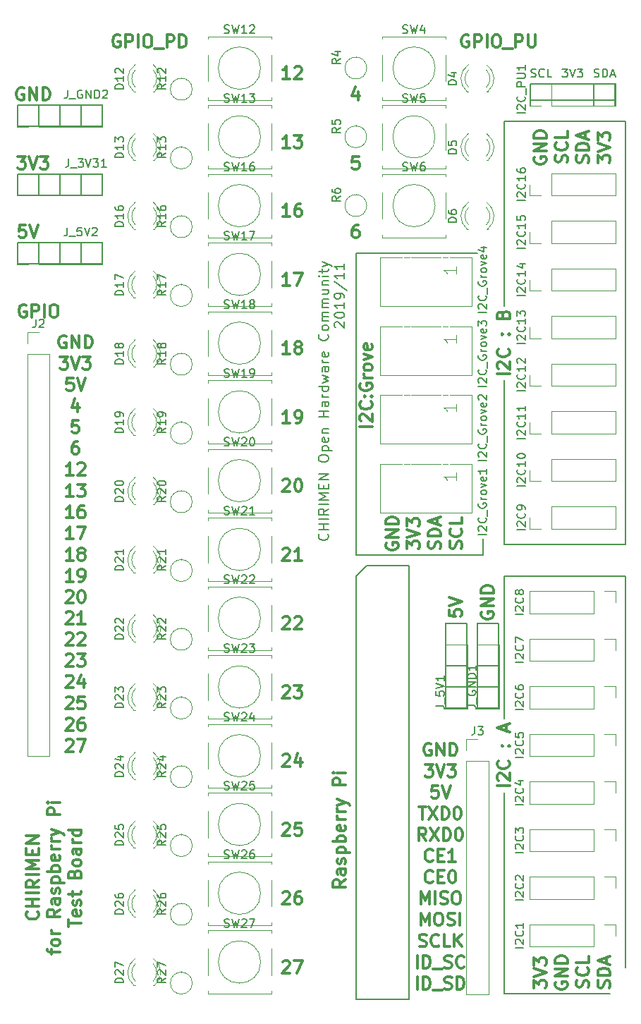
<source format=gto>
G04 #@! TF.GenerationSoftware,KiCad,Pcbnew,(5.1.4)-1*
G04 #@! TF.CreationDate,2019-11-25T14:21:32+09:00*
G04 #@! TF.ProjectId,rpi3GpioTester,72706933-4770-4696-9f54-65737465722e,rev?*
G04 #@! TF.SameCoordinates,Original*
G04 #@! TF.FileFunction,Legend,Top*
G04 #@! TF.FilePolarity,Positive*
%FSLAX46Y46*%
G04 Gerber Fmt 4.6, Leading zero omitted, Abs format (unit mm)*
G04 Created by KiCad (PCBNEW (5.1.4)-1) date 2019-11-25 14:21:32*
%MOMM*%
%LPD*%
G04 APERTURE LIST*
%ADD10C,0.150000*%
%ADD11C,0.300000*%
%ADD12C,0.200000*%
%ADD13C,0.120000*%
G04 APERTURE END LIST*
D10*
X38735000Y-55880000D02*
X38735000Y-58420000D01*
X38735000Y-47625000D02*
X38735000Y-50165000D01*
X38735000Y-39370000D02*
X38735000Y-41910000D01*
X43815000Y-39370000D02*
X43815000Y-41910000D01*
X41275000Y-39370000D02*
X41275000Y-41910000D01*
X46355000Y-39370000D02*
X36195000Y-39370000D01*
X46355000Y-41910000D02*
X46355000Y-39370000D01*
X36195000Y-41910000D02*
X46355000Y-41910000D01*
X36195000Y-39370000D02*
X36195000Y-41910000D01*
X43815000Y-47625000D02*
X43815000Y-50165000D01*
X41275000Y-47625000D02*
X41275000Y-50165000D01*
X46355000Y-47625000D02*
X36195000Y-47625000D01*
X46355000Y-50165000D02*
X46355000Y-47625000D01*
X36195000Y-50165000D02*
X46355000Y-50165000D01*
X36195000Y-47625000D02*
X36195000Y-50165000D01*
X43815000Y-58420000D02*
X43815000Y-55880000D01*
X41275000Y-55880000D02*
X41275000Y-58420000D01*
X36195000Y-55880000D02*
X41275000Y-55880000D01*
X36195000Y-58420000D02*
X36195000Y-55880000D01*
X46355000Y-58420000D02*
X36195000Y-58420000D01*
X46355000Y-55880000D02*
X46355000Y-58420000D01*
X36195000Y-55880000D02*
X46355000Y-55880000D01*
D11*
X36242857Y-45533571D02*
X37171428Y-45533571D01*
X36671428Y-46105000D01*
X36885714Y-46105000D01*
X37028571Y-46176428D01*
X37100000Y-46247857D01*
X37171428Y-46390714D01*
X37171428Y-46747857D01*
X37100000Y-46890714D01*
X37028571Y-46962142D01*
X36885714Y-47033571D01*
X36457142Y-47033571D01*
X36314285Y-46962142D01*
X36242857Y-46890714D01*
X37600000Y-45533571D02*
X38100000Y-47033571D01*
X38600000Y-45533571D01*
X38957142Y-45533571D02*
X39885714Y-45533571D01*
X39385714Y-46105000D01*
X39600000Y-46105000D01*
X39742857Y-46176428D01*
X39814285Y-46247857D01*
X39885714Y-46390714D01*
X39885714Y-46747857D01*
X39814285Y-46890714D01*
X39742857Y-46962142D01*
X39600000Y-47033571D01*
X39171428Y-47033571D01*
X39028571Y-46962142D01*
X38957142Y-46890714D01*
X36957142Y-37350000D02*
X36814285Y-37278571D01*
X36600000Y-37278571D01*
X36385714Y-37350000D01*
X36242857Y-37492857D01*
X36171428Y-37635714D01*
X36100000Y-37921428D01*
X36100000Y-38135714D01*
X36171428Y-38421428D01*
X36242857Y-38564285D01*
X36385714Y-38707142D01*
X36600000Y-38778571D01*
X36742857Y-38778571D01*
X36957142Y-38707142D01*
X37028571Y-38635714D01*
X37028571Y-38135714D01*
X36742857Y-38135714D01*
X37671428Y-38778571D02*
X37671428Y-37278571D01*
X38528571Y-38778571D01*
X38528571Y-37278571D01*
X39242857Y-38778571D02*
X39242857Y-37278571D01*
X39600000Y-37278571D01*
X39814285Y-37350000D01*
X39957142Y-37492857D01*
X40028571Y-37635714D01*
X40100000Y-37921428D01*
X40100000Y-38135714D01*
X40028571Y-38421428D01*
X39957142Y-38564285D01*
X39814285Y-38707142D01*
X39600000Y-38778571D01*
X39242857Y-38778571D01*
X37179285Y-53788571D02*
X36465000Y-53788571D01*
X36393571Y-54502857D01*
X36465000Y-54431428D01*
X36607857Y-54360000D01*
X36965000Y-54360000D01*
X37107857Y-54431428D01*
X37179285Y-54502857D01*
X37250714Y-54645714D01*
X37250714Y-55002857D01*
X37179285Y-55145714D01*
X37107857Y-55217142D01*
X36965000Y-55288571D01*
X36607857Y-55288571D01*
X36465000Y-55217142D01*
X36393571Y-55145714D01*
X37679285Y-53788571D02*
X38179285Y-55288571D01*
X38679285Y-53788571D01*
X91960000Y-100202857D02*
X91888571Y-100345714D01*
X91888571Y-100560000D01*
X91960000Y-100774285D01*
X92102857Y-100917142D01*
X92245714Y-100988571D01*
X92531428Y-101060000D01*
X92745714Y-101060000D01*
X93031428Y-100988571D01*
X93174285Y-100917142D01*
X93317142Y-100774285D01*
X93388571Y-100560000D01*
X93388571Y-100417142D01*
X93317142Y-100202857D01*
X93245714Y-100131428D01*
X92745714Y-100131428D01*
X92745714Y-100417142D01*
X93388571Y-99488571D02*
X91888571Y-99488571D01*
X93388571Y-98631428D01*
X91888571Y-98631428D01*
X93388571Y-97917142D02*
X91888571Y-97917142D01*
X91888571Y-97560000D01*
X91960000Y-97345714D01*
X92102857Y-97202857D01*
X92245714Y-97131428D01*
X92531428Y-97060000D01*
X92745714Y-97060000D01*
X93031428Y-97131428D01*
X93174285Y-97202857D01*
X93317142Y-97345714D01*
X93388571Y-97560000D01*
X93388571Y-97917142D01*
X88078571Y-99980714D02*
X88078571Y-100695000D01*
X88792857Y-100766428D01*
X88721428Y-100695000D01*
X88650000Y-100552142D01*
X88650000Y-100195000D01*
X88721428Y-100052142D01*
X88792857Y-99980714D01*
X88935714Y-99909285D01*
X89292857Y-99909285D01*
X89435714Y-99980714D01*
X89507142Y-100052142D01*
X89578571Y-100195000D01*
X89578571Y-100552142D01*
X89507142Y-100695000D01*
X89435714Y-100766428D01*
X88078571Y-99480714D02*
X89578571Y-98980714D01*
X88078571Y-98480714D01*
D10*
X93980000Y-101600000D02*
X91440000Y-101600000D01*
X93980000Y-111760000D02*
X93980000Y-101600000D01*
X91440000Y-111760000D02*
X93980000Y-111760000D01*
X91440000Y-101600000D02*
X91440000Y-111760000D01*
X91440000Y-109220000D02*
X93980000Y-109220000D01*
X91440000Y-106680000D02*
X93980000Y-106680000D01*
X87630000Y-109220000D02*
X90170000Y-109220000D01*
X87630000Y-106680000D02*
X90170000Y-106680000D01*
X87630000Y-101600000D02*
X88900000Y-101600000D01*
X90170000Y-101600000D02*
X88900000Y-101600000D01*
X90170000Y-111760000D02*
X90170000Y-101600000D01*
X87630000Y-111760000D02*
X90170000Y-111760000D01*
X87630000Y-101600000D02*
X87630000Y-111760000D01*
X105465714Y-35964761D02*
X105608571Y-36012380D01*
X105846666Y-36012380D01*
X105941904Y-35964761D01*
X105989523Y-35917142D01*
X106037142Y-35821904D01*
X106037142Y-35726666D01*
X105989523Y-35631428D01*
X105941904Y-35583809D01*
X105846666Y-35536190D01*
X105656190Y-35488571D01*
X105560952Y-35440952D01*
X105513333Y-35393333D01*
X105465714Y-35298095D01*
X105465714Y-35202857D01*
X105513333Y-35107619D01*
X105560952Y-35060000D01*
X105656190Y-35012380D01*
X105894285Y-35012380D01*
X106037142Y-35060000D01*
X106465714Y-36012380D02*
X106465714Y-35012380D01*
X106703809Y-35012380D01*
X106846666Y-35060000D01*
X106941904Y-35155238D01*
X106989523Y-35250476D01*
X107037142Y-35440952D01*
X107037142Y-35583809D01*
X106989523Y-35774285D01*
X106941904Y-35869523D01*
X106846666Y-35964761D01*
X106703809Y-36012380D01*
X106465714Y-36012380D01*
X107418095Y-35726666D02*
X107894285Y-35726666D01*
X107322857Y-36012380D02*
X107656190Y-35012380D01*
X107989523Y-36012380D01*
X97869523Y-35964761D02*
X98012380Y-36012380D01*
X98250476Y-36012380D01*
X98345714Y-35964761D01*
X98393333Y-35917142D01*
X98440952Y-35821904D01*
X98440952Y-35726666D01*
X98393333Y-35631428D01*
X98345714Y-35583809D01*
X98250476Y-35536190D01*
X98060000Y-35488571D01*
X97964761Y-35440952D01*
X97917142Y-35393333D01*
X97869523Y-35298095D01*
X97869523Y-35202857D01*
X97917142Y-35107619D01*
X97964761Y-35060000D01*
X98060000Y-35012380D01*
X98298095Y-35012380D01*
X98440952Y-35060000D01*
X99440952Y-35917142D02*
X99393333Y-35964761D01*
X99250476Y-36012380D01*
X99155238Y-36012380D01*
X99012380Y-35964761D01*
X98917142Y-35869523D01*
X98869523Y-35774285D01*
X98821904Y-35583809D01*
X98821904Y-35440952D01*
X98869523Y-35250476D01*
X98917142Y-35155238D01*
X99012380Y-35060000D01*
X99155238Y-35012380D01*
X99250476Y-35012380D01*
X99393333Y-35060000D01*
X99440952Y-35107619D01*
X100345714Y-36012380D02*
X99869523Y-36012380D01*
X99869523Y-35012380D01*
X101631904Y-35012380D02*
X102250952Y-35012380D01*
X101917619Y-35393333D01*
X102060476Y-35393333D01*
X102155714Y-35440952D01*
X102203333Y-35488571D01*
X102250952Y-35583809D01*
X102250952Y-35821904D01*
X102203333Y-35917142D01*
X102155714Y-35964761D01*
X102060476Y-36012380D01*
X101774761Y-36012380D01*
X101679523Y-35964761D01*
X101631904Y-35917142D01*
X102536666Y-35012380D02*
X102870000Y-36012380D01*
X103203333Y-35012380D01*
X103441428Y-35012380D02*
X104060476Y-35012380D01*
X103727142Y-35393333D01*
X103870000Y-35393333D01*
X103965238Y-35440952D01*
X104012857Y-35488571D01*
X104060476Y-35583809D01*
X104060476Y-35821904D01*
X104012857Y-35917142D01*
X103965238Y-35964761D01*
X103870000Y-36012380D01*
X103584285Y-36012380D01*
X103489047Y-35964761D01*
X103441428Y-35917142D01*
X105410000Y-36830000D02*
X105410000Y-39370000D01*
X97790000Y-36830000D02*
X105410000Y-36830000D01*
X97790000Y-39370000D02*
X97790000Y-36830000D01*
X107950000Y-38735000D02*
X97790000Y-38735000D01*
X107950000Y-36830000D02*
X107950000Y-39370000D01*
X97790000Y-36830000D02*
X107950000Y-36830000D01*
X76835000Y-57150000D02*
X91440000Y-57150000D01*
X92075000Y-93345000D02*
X92075000Y-91440000D01*
X76835000Y-93345000D02*
X92075000Y-93345000D01*
X76835000Y-57150000D02*
X76835000Y-93345000D01*
D11*
X80515000Y-91947857D02*
X80443571Y-92090714D01*
X80443571Y-92305000D01*
X80515000Y-92519285D01*
X80657857Y-92662142D01*
X80800714Y-92733571D01*
X81086428Y-92805000D01*
X81300714Y-92805000D01*
X81586428Y-92733571D01*
X81729285Y-92662142D01*
X81872142Y-92519285D01*
X81943571Y-92305000D01*
X81943571Y-92162142D01*
X81872142Y-91947857D01*
X81800714Y-91876428D01*
X81300714Y-91876428D01*
X81300714Y-92162142D01*
X81943571Y-91233571D02*
X80443571Y-91233571D01*
X81943571Y-90376428D01*
X80443571Y-90376428D01*
X81943571Y-89662142D02*
X80443571Y-89662142D01*
X80443571Y-89305000D01*
X80515000Y-89090714D01*
X80657857Y-88947857D01*
X80800714Y-88876428D01*
X81086428Y-88805000D01*
X81300714Y-88805000D01*
X81586428Y-88876428D01*
X81729285Y-88947857D01*
X81872142Y-89090714D01*
X81943571Y-89305000D01*
X81943571Y-89662142D01*
X82993571Y-92662142D02*
X82993571Y-91733571D01*
X83565000Y-92233571D01*
X83565000Y-92019285D01*
X83636428Y-91876428D01*
X83707857Y-91805000D01*
X83850714Y-91733571D01*
X84207857Y-91733571D01*
X84350714Y-91805000D01*
X84422142Y-91876428D01*
X84493571Y-92019285D01*
X84493571Y-92447857D01*
X84422142Y-92590714D01*
X84350714Y-92662142D01*
X82993571Y-91305000D02*
X84493571Y-90805000D01*
X82993571Y-90305000D01*
X82993571Y-89947857D02*
X82993571Y-89019285D01*
X83565000Y-89519285D01*
X83565000Y-89305000D01*
X83636428Y-89162142D01*
X83707857Y-89090714D01*
X83850714Y-89019285D01*
X84207857Y-89019285D01*
X84350714Y-89090714D01*
X84422142Y-89162142D01*
X84493571Y-89305000D01*
X84493571Y-89733571D01*
X84422142Y-89876428D01*
X84350714Y-89947857D01*
X86972142Y-92626428D02*
X87043571Y-92412142D01*
X87043571Y-92055000D01*
X86972142Y-91912142D01*
X86900714Y-91840714D01*
X86757857Y-91769285D01*
X86615000Y-91769285D01*
X86472142Y-91840714D01*
X86400714Y-91912142D01*
X86329285Y-92055000D01*
X86257857Y-92340714D01*
X86186428Y-92483571D01*
X86115000Y-92555000D01*
X85972142Y-92626428D01*
X85829285Y-92626428D01*
X85686428Y-92555000D01*
X85615000Y-92483571D01*
X85543571Y-92340714D01*
X85543571Y-91983571D01*
X85615000Y-91769285D01*
X87043571Y-91126428D02*
X85543571Y-91126428D01*
X85543571Y-90769285D01*
X85615000Y-90555000D01*
X85757857Y-90412142D01*
X85900714Y-90340714D01*
X86186428Y-90269285D01*
X86400714Y-90269285D01*
X86686428Y-90340714D01*
X86829285Y-90412142D01*
X86972142Y-90555000D01*
X87043571Y-90769285D01*
X87043571Y-91126428D01*
X86615000Y-89697857D02*
X86615000Y-88983571D01*
X87043571Y-89840714D02*
X85543571Y-89340714D01*
X87043571Y-88840714D01*
X89522142Y-92590714D02*
X89593571Y-92376428D01*
X89593571Y-92019285D01*
X89522142Y-91876428D01*
X89450714Y-91805000D01*
X89307857Y-91733571D01*
X89165000Y-91733571D01*
X89022142Y-91805000D01*
X88950714Y-91876428D01*
X88879285Y-92019285D01*
X88807857Y-92305000D01*
X88736428Y-92447857D01*
X88665000Y-92519285D01*
X88522142Y-92590714D01*
X88379285Y-92590714D01*
X88236428Y-92519285D01*
X88165000Y-92447857D01*
X88093571Y-92305000D01*
X88093571Y-91947857D01*
X88165000Y-91733571D01*
X89450714Y-90233571D02*
X89522142Y-90305000D01*
X89593571Y-90519285D01*
X89593571Y-90662142D01*
X89522142Y-90876428D01*
X89379285Y-91019285D01*
X89236428Y-91090714D01*
X88950714Y-91162142D01*
X88736428Y-91162142D01*
X88450714Y-91090714D01*
X88307857Y-91019285D01*
X88165000Y-90876428D01*
X88093571Y-90662142D01*
X88093571Y-90519285D01*
X88165000Y-90305000D01*
X88236428Y-90233571D01*
X89593571Y-88876428D02*
X89593571Y-89590714D01*
X88093571Y-89590714D01*
D10*
X94615000Y-41275000D02*
X94615000Y-63500000D01*
X109220000Y-41275000D02*
X94615000Y-41275000D01*
X109220000Y-92075000D02*
X109220000Y-41275000D01*
X94615000Y-92075000D02*
X94615000Y-72390000D01*
X109220000Y-92075000D02*
X94615000Y-92075000D01*
X94615000Y-146050000D02*
X94615000Y-121920000D01*
X95250000Y-146050000D02*
X94615000Y-146050000D01*
X107315000Y-146050000D02*
X95250000Y-146050000D01*
X109220000Y-95885000D02*
X109220000Y-142875000D01*
X94615000Y-95885000D02*
X109220000Y-95885000D01*
X94615000Y-113030000D02*
X94615000Y-95885000D01*
X76835000Y-95885000D02*
X76835000Y-146685000D01*
X78105000Y-94615000D02*
X76835000Y-95885000D01*
X83185000Y-94615000D02*
X78105000Y-94615000D01*
X83185000Y-146685000D02*
X83185000Y-94615000D01*
X76835000Y-146685000D02*
X83185000Y-146685000D01*
D12*
X73453571Y-90872857D02*
X73510714Y-90930000D01*
X73567857Y-91101428D01*
X73567857Y-91215714D01*
X73510714Y-91387142D01*
X73396428Y-91501428D01*
X73282142Y-91558571D01*
X73053571Y-91615714D01*
X72882142Y-91615714D01*
X72653571Y-91558571D01*
X72539285Y-91501428D01*
X72425000Y-91387142D01*
X72367857Y-91215714D01*
X72367857Y-91101428D01*
X72425000Y-90930000D01*
X72482142Y-90872857D01*
X73567857Y-90358571D02*
X72367857Y-90358571D01*
X72939285Y-90358571D02*
X72939285Y-89672857D01*
X73567857Y-89672857D02*
X72367857Y-89672857D01*
X73567857Y-89101428D02*
X72367857Y-89101428D01*
X73567857Y-87844285D02*
X72996428Y-88244285D01*
X73567857Y-88530000D02*
X72367857Y-88530000D01*
X72367857Y-88072857D01*
X72425000Y-87958571D01*
X72482142Y-87901428D01*
X72596428Y-87844285D01*
X72767857Y-87844285D01*
X72882142Y-87901428D01*
X72939285Y-87958571D01*
X72996428Y-88072857D01*
X72996428Y-88530000D01*
X73567857Y-87330000D02*
X72367857Y-87330000D01*
X73567857Y-86758571D02*
X72367857Y-86758571D01*
X73225000Y-86358571D01*
X72367857Y-85958571D01*
X73567857Y-85958571D01*
X72939285Y-85387142D02*
X72939285Y-84987142D01*
X73567857Y-84815714D02*
X73567857Y-85387142D01*
X72367857Y-85387142D01*
X72367857Y-84815714D01*
X73567857Y-84301428D02*
X72367857Y-84301428D01*
X73567857Y-83615714D01*
X72367857Y-83615714D01*
X72367857Y-81901428D02*
X72367857Y-81672857D01*
X72425000Y-81558571D01*
X72539285Y-81444285D01*
X72767857Y-81387142D01*
X73167857Y-81387142D01*
X73396428Y-81444285D01*
X73510714Y-81558571D01*
X73567857Y-81672857D01*
X73567857Y-81901428D01*
X73510714Y-82015714D01*
X73396428Y-82130000D01*
X73167857Y-82187142D01*
X72767857Y-82187142D01*
X72539285Y-82130000D01*
X72425000Y-82015714D01*
X72367857Y-81901428D01*
X72767857Y-80872857D02*
X73967857Y-80872857D01*
X72825000Y-80872857D02*
X72767857Y-80758571D01*
X72767857Y-80530000D01*
X72825000Y-80415714D01*
X72882142Y-80358571D01*
X72996428Y-80301428D01*
X73339285Y-80301428D01*
X73453571Y-80358571D01*
X73510714Y-80415714D01*
X73567857Y-80530000D01*
X73567857Y-80758571D01*
X73510714Y-80872857D01*
X73510714Y-79330000D02*
X73567857Y-79444285D01*
X73567857Y-79672857D01*
X73510714Y-79787142D01*
X73396428Y-79844285D01*
X72939285Y-79844285D01*
X72825000Y-79787142D01*
X72767857Y-79672857D01*
X72767857Y-79444285D01*
X72825000Y-79330000D01*
X72939285Y-79272857D01*
X73053571Y-79272857D01*
X73167857Y-79844285D01*
X72767857Y-78758571D02*
X73567857Y-78758571D01*
X72882142Y-78758571D02*
X72825000Y-78701428D01*
X72767857Y-78587142D01*
X72767857Y-78415714D01*
X72825000Y-78301428D01*
X72939285Y-78244285D01*
X73567857Y-78244285D01*
X73567857Y-76758571D02*
X72367857Y-76758571D01*
X72939285Y-76758571D02*
X72939285Y-76072857D01*
X73567857Y-76072857D02*
X72367857Y-76072857D01*
X73567857Y-74987142D02*
X72939285Y-74987142D01*
X72825000Y-75044285D01*
X72767857Y-75158571D01*
X72767857Y-75387142D01*
X72825000Y-75501428D01*
X73510714Y-74987142D02*
X73567857Y-75101428D01*
X73567857Y-75387142D01*
X73510714Y-75501428D01*
X73396428Y-75558571D01*
X73282142Y-75558571D01*
X73167857Y-75501428D01*
X73110714Y-75387142D01*
X73110714Y-75101428D01*
X73053571Y-74987142D01*
X73567857Y-74415714D02*
X72767857Y-74415714D01*
X72996428Y-74415714D02*
X72882142Y-74358571D01*
X72825000Y-74301428D01*
X72767857Y-74187142D01*
X72767857Y-74072857D01*
X73567857Y-73158571D02*
X72367857Y-73158571D01*
X73510714Y-73158571D02*
X73567857Y-73272857D01*
X73567857Y-73501428D01*
X73510714Y-73615714D01*
X73453571Y-73672857D01*
X73339285Y-73730000D01*
X72996428Y-73730000D01*
X72882142Y-73672857D01*
X72825000Y-73615714D01*
X72767857Y-73501428D01*
X72767857Y-73272857D01*
X72825000Y-73158571D01*
X72767857Y-72701428D02*
X73567857Y-72472857D01*
X72996428Y-72244285D01*
X73567857Y-72015714D01*
X72767857Y-71787142D01*
X73567857Y-70815714D02*
X72939285Y-70815714D01*
X72825000Y-70872857D01*
X72767857Y-70987142D01*
X72767857Y-71215714D01*
X72825000Y-71330000D01*
X73510714Y-70815714D02*
X73567857Y-70930000D01*
X73567857Y-71215714D01*
X73510714Y-71330000D01*
X73396428Y-71387142D01*
X73282142Y-71387142D01*
X73167857Y-71330000D01*
X73110714Y-71215714D01*
X73110714Y-70930000D01*
X73053571Y-70815714D01*
X73567857Y-70244285D02*
X72767857Y-70244285D01*
X72996428Y-70244285D02*
X72882142Y-70187142D01*
X72825000Y-70130000D01*
X72767857Y-70015714D01*
X72767857Y-69901428D01*
X73510714Y-69044285D02*
X73567857Y-69158571D01*
X73567857Y-69387142D01*
X73510714Y-69501428D01*
X73396428Y-69558571D01*
X72939285Y-69558571D01*
X72825000Y-69501428D01*
X72767857Y-69387142D01*
X72767857Y-69158571D01*
X72825000Y-69044285D01*
X72939285Y-68987142D01*
X73053571Y-68987142D01*
X73167857Y-69558571D01*
X73453571Y-66872857D02*
X73510714Y-66930000D01*
X73567857Y-67101428D01*
X73567857Y-67215714D01*
X73510714Y-67387142D01*
X73396428Y-67501428D01*
X73282142Y-67558571D01*
X73053571Y-67615714D01*
X72882142Y-67615714D01*
X72653571Y-67558571D01*
X72539285Y-67501428D01*
X72425000Y-67387142D01*
X72367857Y-67215714D01*
X72367857Y-67101428D01*
X72425000Y-66930000D01*
X72482142Y-66872857D01*
X73567857Y-66187142D02*
X73510714Y-66301428D01*
X73453571Y-66358571D01*
X73339285Y-66415714D01*
X72996428Y-66415714D01*
X72882142Y-66358571D01*
X72825000Y-66301428D01*
X72767857Y-66187142D01*
X72767857Y-66015714D01*
X72825000Y-65901428D01*
X72882142Y-65844285D01*
X72996428Y-65787142D01*
X73339285Y-65787142D01*
X73453571Y-65844285D01*
X73510714Y-65901428D01*
X73567857Y-66015714D01*
X73567857Y-66187142D01*
X73567857Y-65272857D02*
X72767857Y-65272857D01*
X72882142Y-65272857D02*
X72825000Y-65215714D01*
X72767857Y-65101428D01*
X72767857Y-64930000D01*
X72825000Y-64815714D01*
X72939285Y-64758571D01*
X73567857Y-64758571D01*
X72939285Y-64758571D02*
X72825000Y-64701428D01*
X72767857Y-64587142D01*
X72767857Y-64415714D01*
X72825000Y-64301428D01*
X72939285Y-64244285D01*
X73567857Y-64244285D01*
X73567857Y-63672857D02*
X72767857Y-63672857D01*
X72882142Y-63672857D02*
X72825000Y-63615714D01*
X72767857Y-63501428D01*
X72767857Y-63330000D01*
X72825000Y-63215714D01*
X72939285Y-63158571D01*
X73567857Y-63158571D01*
X72939285Y-63158571D02*
X72825000Y-63101428D01*
X72767857Y-62987142D01*
X72767857Y-62815714D01*
X72825000Y-62701428D01*
X72939285Y-62644285D01*
X73567857Y-62644285D01*
X72767857Y-61558571D02*
X73567857Y-61558571D01*
X72767857Y-62072857D02*
X73396428Y-62072857D01*
X73510714Y-62015714D01*
X73567857Y-61901428D01*
X73567857Y-61730000D01*
X73510714Y-61615714D01*
X73453571Y-61558571D01*
X72767857Y-60987142D02*
X73567857Y-60987142D01*
X72882142Y-60987142D02*
X72825000Y-60930000D01*
X72767857Y-60815714D01*
X72767857Y-60644285D01*
X72825000Y-60530000D01*
X72939285Y-60472857D01*
X73567857Y-60472857D01*
X73567857Y-59901428D02*
X72767857Y-59901428D01*
X72367857Y-59901428D02*
X72425000Y-59958571D01*
X72482142Y-59901428D01*
X72425000Y-59844285D01*
X72367857Y-59901428D01*
X72482142Y-59901428D01*
X72767857Y-59501428D02*
X72767857Y-59044285D01*
X72367857Y-59330000D02*
X73396428Y-59330000D01*
X73510714Y-59272857D01*
X73567857Y-59158571D01*
X73567857Y-59044285D01*
X72767857Y-58758571D02*
X73567857Y-58472857D01*
X72767857Y-58187142D02*
X73567857Y-58472857D01*
X73853571Y-58587142D01*
X73910714Y-58644285D01*
X73967857Y-58758571D01*
X74387142Y-66058571D02*
X74330000Y-66001428D01*
X74272857Y-65887142D01*
X74272857Y-65601428D01*
X74330000Y-65487142D01*
X74387142Y-65430000D01*
X74501428Y-65372857D01*
X74615714Y-65372857D01*
X74787142Y-65430000D01*
X75472857Y-66115714D01*
X75472857Y-65372857D01*
X74272857Y-64630000D02*
X74272857Y-64515714D01*
X74330000Y-64401428D01*
X74387142Y-64344285D01*
X74501428Y-64287142D01*
X74730000Y-64230000D01*
X75015714Y-64230000D01*
X75244285Y-64287142D01*
X75358571Y-64344285D01*
X75415714Y-64401428D01*
X75472857Y-64515714D01*
X75472857Y-64630000D01*
X75415714Y-64744285D01*
X75358571Y-64801428D01*
X75244285Y-64858571D01*
X75015714Y-64915714D01*
X74730000Y-64915714D01*
X74501428Y-64858571D01*
X74387142Y-64801428D01*
X74330000Y-64744285D01*
X74272857Y-64630000D01*
X75472857Y-63087142D02*
X75472857Y-63772857D01*
X75472857Y-63430000D02*
X74272857Y-63430000D01*
X74444285Y-63544285D01*
X74558571Y-63658571D01*
X74615714Y-63772857D01*
X75472857Y-62515714D02*
X75472857Y-62287142D01*
X75415714Y-62172857D01*
X75358571Y-62115714D01*
X75187142Y-62001428D01*
X74958571Y-61944285D01*
X74501428Y-61944285D01*
X74387142Y-62001428D01*
X74330000Y-62058571D01*
X74272857Y-62172857D01*
X74272857Y-62401428D01*
X74330000Y-62515714D01*
X74387142Y-62572857D01*
X74501428Y-62630000D01*
X74787142Y-62630000D01*
X74901428Y-62572857D01*
X74958571Y-62515714D01*
X75015714Y-62401428D01*
X75015714Y-62172857D01*
X74958571Y-62058571D01*
X74901428Y-62001428D01*
X74787142Y-61944285D01*
X74215714Y-60572857D02*
X75758571Y-61601428D01*
X75472857Y-59544285D02*
X75472857Y-60230000D01*
X75472857Y-59887142D02*
X74272857Y-59887142D01*
X74444285Y-60001428D01*
X74558571Y-60115714D01*
X74615714Y-60230000D01*
X75472857Y-58401428D02*
X75472857Y-59087142D01*
X75472857Y-58744285D02*
X74272857Y-58744285D01*
X74444285Y-58858571D01*
X74558571Y-58972857D01*
X74615714Y-59087142D01*
D11*
X78783571Y-77953571D02*
X77283571Y-77953571D01*
X77426428Y-77310714D02*
X77355000Y-77239285D01*
X77283571Y-77096428D01*
X77283571Y-76739285D01*
X77355000Y-76596428D01*
X77426428Y-76525000D01*
X77569285Y-76453571D01*
X77712142Y-76453571D01*
X77926428Y-76525000D01*
X78783571Y-77382142D01*
X78783571Y-76453571D01*
X78640714Y-74953571D02*
X78712142Y-75025000D01*
X78783571Y-75239285D01*
X78783571Y-75382142D01*
X78712142Y-75596428D01*
X78569285Y-75739285D01*
X78426428Y-75810714D01*
X78140714Y-75882142D01*
X77926428Y-75882142D01*
X77640714Y-75810714D01*
X77497857Y-75739285D01*
X77355000Y-75596428D01*
X77283571Y-75382142D01*
X77283571Y-75239285D01*
X77355000Y-75025000D01*
X77426428Y-74953571D01*
X78640714Y-74310714D02*
X78712142Y-74239285D01*
X78783571Y-74310714D01*
X78712142Y-74382142D01*
X78640714Y-74310714D01*
X78783571Y-74310714D01*
X77855000Y-74310714D02*
X77926428Y-74239285D01*
X77997857Y-74310714D01*
X77926428Y-74382142D01*
X77855000Y-74310714D01*
X77997857Y-74310714D01*
X77355000Y-72810714D02*
X77283571Y-72953571D01*
X77283571Y-73167857D01*
X77355000Y-73382142D01*
X77497857Y-73525000D01*
X77640714Y-73596428D01*
X77926428Y-73667857D01*
X78140714Y-73667857D01*
X78426428Y-73596428D01*
X78569285Y-73525000D01*
X78712142Y-73382142D01*
X78783571Y-73167857D01*
X78783571Y-73025000D01*
X78712142Y-72810714D01*
X78640714Y-72739285D01*
X78140714Y-72739285D01*
X78140714Y-73025000D01*
X78783571Y-72096428D02*
X77783571Y-72096428D01*
X78069285Y-72096428D02*
X77926428Y-72025000D01*
X77855000Y-71953571D01*
X77783571Y-71810714D01*
X77783571Y-71667857D01*
X78783571Y-70953571D02*
X78712142Y-71096428D01*
X78640714Y-71167857D01*
X78497857Y-71239285D01*
X78069285Y-71239285D01*
X77926428Y-71167857D01*
X77855000Y-71096428D01*
X77783571Y-70953571D01*
X77783571Y-70739285D01*
X77855000Y-70596428D01*
X77926428Y-70525000D01*
X78069285Y-70453571D01*
X78497857Y-70453571D01*
X78640714Y-70525000D01*
X78712142Y-70596428D01*
X78783571Y-70739285D01*
X78783571Y-70953571D01*
X77783571Y-69953571D02*
X78783571Y-69596428D01*
X77783571Y-69239285D01*
X78712142Y-68096428D02*
X78783571Y-68239285D01*
X78783571Y-68525000D01*
X78712142Y-68667857D01*
X78569285Y-68739285D01*
X77997857Y-68739285D01*
X77855000Y-68667857D01*
X77783571Y-68525000D01*
X77783571Y-68239285D01*
X77855000Y-68096428D01*
X77997857Y-68025000D01*
X78140714Y-68025000D01*
X78283571Y-68739285D01*
X48498571Y-31000000D02*
X48355714Y-30928571D01*
X48141428Y-30928571D01*
X47927142Y-31000000D01*
X47784285Y-31142857D01*
X47712857Y-31285714D01*
X47641428Y-31571428D01*
X47641428Y-31785714D01*
X47712857Y-32071428D01*
X47784285Y-32214285D01*
X47927142Y-32357142D01*
X48141428Y-32428571D01*
X48284285Y-32428571D01*
X48498571Y-32357142D01*
X48570000Y-32285714D01*
X48570000Y-31785714D01*
X48284285Y-31785714D01*
X49212857Y-32428571D02*
X49212857Y-30928571D01*
X49784285Y-30928571D01*
X49927142Y-31000000D01*
X49998571Y-31071428D01*
X50070000Y-31214285D01*
X50070000Y-31428571D01*
X49998571Y-31571428D01*
X49927142Y-31642857D01*
X49784285Y-31714285D01*
X49212857Y-31714285D01*
X50712857Y-32428571D02*
X50712857Y-30928571D01*
X51712857Y-30928571D02*
X51998571Y-30928571D01*
X52141428Y-31000000D01*
X52284285Y-31142857D01*
X52355714Y-31428571D01*
X52355714Y-31928571D01*
X52284285Y-32214285D01*
X52141428Y-32357142D01*
X51998571Y-32428571D01*
X51712857Y-32428571D01*
X51570000Y-32357142D01*
X51427142Y-32214285D01*
X51355714Y-31928571D01*
X51355714Y-31428571D01*
X51427142Y-31142857D01*
X51570000Y-31000000D01*
X51712857Y-30928571D01*
X52641428Y-32571428D02*
X53784285Y-32571428D01*
X54141428Y-32428571D02*
X54141428Y-30928571D01*
X54712857Y-30928571D01*
X54855714Y-31000000D01*
X54927142Y-31071428D01*
X54998571Y-31214285D01*
X54998571Y-31428571D01*
X54927142Y-31571428D01*
X54855714Y-31642857D01*
X54712857Y-31714285D01*
X54141428Y-31714285D01*
X55641428Y-32428571D02*
X55641428Y-30928571D01*
X55998571Y-30928571D01*
X56212857Y-31000000D01*
X56355714Y-31142857D01*
X56427142Y-31285714D01*
X56498571Y-31571428D01*
X56498571Y-31785714D01*
X56427142Y-32071428D01*
X56355714Y-32214285D01*
X56212857Y-32357142D01*
X55998571Y-32428571D01*
X55641428Y-32428571D01*
X90372857Y-31000000D02*
X90230000Y-30928571D01*
X90015714Y-30928571D01*
X89801428Y-31000000D01*
X89658571Y-31142857D01*
X89587142Y-31285714D01*
X89515714Y-31571428D01*
X89515714Y-31785714D01*
X89587142Y-32071428D01*
X89658571Y-32214285D01*
X89801428Y-32357142D01*
X90015714Y-32428571D01*
X90158571Y-32428571D01*
X90372857Y-32357142D01*
X90444285Y-32285714D01*
X90444285Y-31785714D01*
X90158571Y-31785714D01*
X91087142Y-32428571D02*
X91087142Y-30928571D01*
X91658571Y-30928571D01*
X91801428Y-31000000D01*
X91872857Y-31071428D01*
X91944285Y-31214285D01*
X91944285Y-31428571D01*
X91872857Y-31571428D01*
X91801428Y-31642857D01*
X91658571Y-31714285D01*
X91087142Y-31714285D01*
X92587142Y-32428571D02*
X92587142Y-30928571D01*
X93587142Y-30928571D02*
X93872857Y-30928571D01*
X94015714Y-31000000D01*
X94158571Y-31142857D01*
X94230000Y-31428571D01*
X94230000Y-31928571D01*
X94158571Y-32214285D01*
X94015714Y-32357142D01*
X93872857Y-32428571D01*
X93587142Y-32428571D01*
X93444285Y-32357142D01*
X93301428Y-32214285D01*
X93230000Y-31928571D01*
X93230000Y-31428571D01*
X93301428Y-31142857D01*
X93444285Y-31000000D01*
X93587142Y-30928571D01*
X94515714Y-32571428D02*
X95658571Y-32571428D01*
X96015714Y-32428571D02*
X96015714Y-30928571D01*
X96587142Y-30928571D01*
X96730000Y-31000000D01*
X96801428Y-31071428D01*
X96872857Y-31214285D01*
X96872857Y-31428571D01*
X96801428Y-31571428D01*
X96730000Y-31642857D01*
X96587142Y-31714285D01*
X96015714Y-31714285D01*
X97515714Y-30928571D02*
X97515714Y-32142857D01*
X97587142Y-32285714D01*
X97658571Y-32357142D01*
X97801428Y-32428571D01*
X98087142Y-32428571D01*
X98230000Y-32357142D01*
X98301428Y-32285714D01*
X98372857Y-32142857D01*
X98372857Y-30928571D01*
X77120714Y-53788571D02*
X76835000Y-53788571D01*
X76692142Y-53860000D01*
X76620714Y-53931428D01*
X76477857Y-54145714D01*
X76406428Y-54431428D01*
X76406428Y-55002857D01*
X76477857Y-55145714D01*
X76549285Y-55217142D01*
X76692142Y-55288571D01*
X76977857Y-55288571D01*
X77120714Y-55217142D01*
X77192142Y-55145714D01*
X77263571Y-55002857D01*
X77263571Y-54645714D01*
X77192142Y-54502857D01*
X77120714Y-54431428D01*
X76977857Y-54360000D01*
X76692142Y-54360000D01*
X76549285Y-54431428D01*
X76477857Y-54502857D01*
X76406428Y-54645714D01*
X77192142Y-45533571D02*
X76477857Y-45533571D01*
X76406428Y-46247857D01*
X76477857Y-46176428D01*
X76620714Y-46105000D01*
X76977857Y-46105000D01*
X77120714Y-46176428D01*
X77192142Y-46247857D01*
X77263571Y-46390714D01*
X77263571Y-46747857D01*
X77192142Y-46890714D01*
X77120714Y-46962142D01*
X76977857Y-47033571D01*
X76620714Y-47033571D01*
X76477857Y-46962142D01*
X76406428Y-46890714D01*
X77120714Y-37778571D02*
X77120714Y-38778571D01*
X76763571Y-37207142D02*
X76406428Y-38278571D01*
X77335000Y-38278571D01*
X68929285Y-36238571D02*
X68072142Y-36238571D01*
X68500714Y-36238571D02*
X68500714Y-34738571D01*
X68357857Y-34952857D01*
X68215000Y-35095714D01*
X68072142Y-35167142D01*
X69500714Y-34881428D02*
X69572142Y-34810000D01*
X69715000Y-34738571D01*
X70072142Y-34738571D01*
X70215000Y-34810000D01*
X70286428Y-34881428D01*
X70357857Y-35024285D01*
X70357857Y-35167142D01*
X70286428Y-35381428D01*
X69429285Y-36238571D01*
X70357857Y-36238571D01*
X68929285Y-44493571D02*
X68072142Y-44493571D01*
X68500714Y-44493571D02*
X68500714Y-42993571D01*
X68357857Y-43207857D01*
X68215000Y-43350714D01*
X68072142Y-43422142D01*
X69429285Y-42993571D02*
X70357857Y-42993571D01*
X69857857Y-43565000D01*
X70072142Y-43565000D01*
X70215000Y-43636428D01*
X70286428Y-43707857D01*
X70357857Y-43850714D01*
X70357857Y-44207857D01*
X70286428Y-44350714D01*
X70215000Y-44422142D01*
X70072142Y-44493571D01*
X69643571Y-44493571D01*
X69500714Y-44422142D01*
X69429285Y-44350714D01*
X68929285Y-52748571D02*
X68072142Y-52748571D01*
X68500714Y-52748571D02*
X68500714Y-51248571D01*
X68357857Y-51462857D01*
X68215000Y-51605714D01*
X68072142Y-51677142D01*
X70215000Y-51248571D02*
X69929285Y-51248571D01*
X69786428Y-51320000D01*
X69715000Y-51391428D01*
X69572142Y-51605714D01*
X69500714Y-51891428D01*
X69500714Y-52462857D01*
X69572142Y-52605714D01*
X69643571Y-52677142D01*
X69786428Y-52748571D01*
X70072142Y-52748571D01*
X70215000Y-52677142D01*
X70286428Y-52605714D01*
X70357857Y-52462857D01*
X70357857Y-52105714D01*
X70286428Y-51962857D01*
X70215000Y-51891428D01*
X70072142Y-51820000D01*
X69786428Y-51820000D01*
X69643571Y-51891428D01*
X69572142Y-51962857D01*
X69500714Y-52105714D01*
X68929285Y-61003571D02*
X68072142Y-61003571D01*
X68500714Y-61003571D02*
X68500714Y-59503571D01*
X68357857Y-59717857D01*
X68215000Y-59860714D01*
X68072142Y-59932142D01*
X69429285Y-59503571D02*
X70429285Y-59503571D01*
X69786428Y-61003571D01*
X68929285Y-69258571D02*
X68072142Y-69258571D01*
X68500714Y-69258571D02*
X68500714Y-67758571D01*
X68357857Y-67972857D01*
X68215000Y-68115714D01*
X68072142Y-68187142D01*
X69786428Y-68401428D02*
X69643571Y-68330000D01*
X69572142Y-68258571D01*
X69500714Y-68115714D01*
X69500714Y-68044285D01*
X69572142Y-67901428D01*
X69643571Y-67830000D01*
X69786428Y-67758571D01*
X70072142Y-67758571D01*
X70215000Y-67830000D01*
X70286428Y-67901428D01*
X70357857Y-68044285D01*
X70357857Y-68115714D01*
X70286428Y-68258571D01*
X70215000Y-68330000D01*
X70072142Y-68401428D01*
X69786428Y-68401428D01*
X69643571Y-68472857D01*
X69572142Y-68544285D01*
X69500714Y-68687142D01*
X69500714Y-68972857D01*
X69572142Y-69115714D01*
X69643571Y-69187142D01*
X69786428Y-69258571D01*
X70072142Y-69258571D01*
X70215000Y-69187142D01*
X70286428Y-69115714D01*
X70357857Y-68972857D01*
X70357857Y-68687142D01*
X70286428Y-68544285D01*
X70215000Y-68472857D01*
X70072142Y-68401428D01*
X68929285Y-77513571D02*
X68072142Y-77513571D01*
X68500714Y-77513571D02*
X68500714Y-76013571D01*
X68357857Y-76227857D01*
X68215000Y-76370714D01*
X68072142Y-76442142D01*
X69643571Y-77513571D02*
X69929285Y-77513571D01*
X70072142Y-77442142D01*
X70143571Y-77370714D01*
X70286428Y-77156428D01*
X70357857Y-76870714D01*
X70357857Y-76299285D01*
X70286428Y-76156428D01*
X70215000Y-76085000D01*
X70072142Y-76013571D01*
X69786428Y-76013571D01*
X69643571Y-76085000D01*
X69572142Y-76156428D01*
X69500714Y-76299285D01*
X69500714Y-76656428D01*
X69572142Y-76799285D01*
X69643571Y-76870714D01*
X69786428Y-76942142D01*
X70072142Y-76942142D01*
X70215000Y-76870714D01*
X70286428Y-76799285D01*
X70357857Y-76656428D01*
X68072142Y-84411428D02*
X68143571Y-84340000D01*
X68286428Y-84268571D01*
X68643571Y-84268571D01*
X68786428Y-84340000D01*
X68857857Y-84411428D01*
X68929285Y-84554285D01*
X68929285Y-84697142D01*
X68857857Y-84911428D01*
X68000714Y-85768571D01*
X68929285Y-85768571D01*
X69857857Y-84268571D02*
X70000714Y-84268571D01*
X70143571Y-84340000D01*
X70215000Y-84411428D01*
X70286428Y-84554285D01*
X70357857Y-84840000D01*
X70357857Y-85197142D01*
X70286428Y-85482857D01*
X70215000Y-85625714D01*
X70143571Y-85697142D01*
X70000714Y-85768571D01*
X69857857Y-85768571D01*
X69715000Y-85697142D01*
X69643571Y-85625714D01*
X69572142Y-85482857D01*
X69500714Y-85197142D01*
X69500714Y-84840000D01*
X69572142Y-84554285D01*
X69643571Y-84411428D01*
X69715000Y-84340000D01*
X69857857Y-84268571D01*
X68072142Y-92666428D02*
X68143571Y-92595000D01*
X68286428Y-92523571D01*
X68643571Y-92523571D01*
X68786428Y-92595000D01*
X68857857Y-92666428D01*
X68929285Y-92809285D01*
X68929285Y-92952142D01*
X68857857Y-93166428D01*
X68000714Y-94023571D01*
X68929285Y-94023571D01*
X70357857Y-94023571D02*
X69500714Y-94023571D01*
X69929285Y-94023571D02*
X69929285Y-92523571D01*
X69786428Y-92737857D01*
X69643571Y-92880714D01*
X69500714Y-92952142D01*
X68072142Y-100921428D02*
X68143571Y-100850000D01*
X68286428Y-100778571D01*
X68643571Y-100778571D01*
X68786428Y-100850000D01*
X68857857Y-100921428D01*
X68929285Y-101064285D01*
X68929285Y-101207142D01*
X68857857Y-101421428D01*
X68000714Y-102278571D01*
X68929285Y-102278571D01*
X69500714Y-100921428D02*
X69572142Y-100850000D01*
X69715000Y-100778571D01*
X70072142Y-100778571D01*
X70215000Y-100850000D01*
X70286428Y-100921428D01*
X70357857Y-101064285D01*
X70357857Y-101207142D01*
X70286428Y-101421428D01*
X69429285Y-102278571D01*
X70357857Y-102278571D01*
X68072142Y-109176428D02*
X68143571Y-109105000D01*
X68286428Y-109033571D01*
X68643571Y-109033571D01*
X68786428Y-109105000D01*
X68857857Y-109176428D01*
X68929285Y-109319285D01*
X68929285Y-109462142D01*
X68857857Y-109676428D01*
X68000714Y-110533571D01*
X68929285Y-110533571D01*
X69429285Y-109033571D02*
X70357857Y-109033571D01*
X69857857Y-109605000D01*
X70072142Y-109605000D01*
X70215000Y-109676428D01*
X70286428Y-109747857D01*
X70357857Y-109890714D01*
X70357857Y-110247857D01*
X70286428Y-110390714D01*
X70215000Y-110462142D01*
X70072142Y-110533571D01*
X69643571Y-110533571D01*
X69500714Y-110462142D01*
X69429285Y-110390714D01*
X68072142Y-117431428D02*
X68143571Y-117360000D01*
X68286428Y-117288571D01*
X68643571Y-117288571D01*
X68786428Y-117360000D01*
X68857857Y-117431428D01*
X68929285Y-117574285D01*
X68929285Y-117717142D01*
X68857857Y-117931428D01*
X68000714Y-118788571D01*
X68929285Y-118788571D01*
X70215000Y-117788571D02*
X70215000Y-118788571D01*
X69857857Y-117217142D02*
X69500714Y-118288571D01*
X70429285Y-118288571D01*
X68072142Y-125686428D02*
X68143571Y-125615000D01*
X68286428Y-125543571D01*
X68643571Y-125543571D01*
X68786428Y-125615000D01*
X68857857Y-125686428D01*
X68929285Y-125829285D01*
X68929285Y-125972142D01*
X68857857Y-126186428D01*
X68000714Y-127043571D01*
X68929285Y-127043571D01*
X70286428Y-125543571D02*
X69572142Y-125543571D01*
X69500714Y-126257857D01*
X69572142Y-126186428D01*
X69715000Y-126115000D01*
X70072142Y-126115000D01*
X70215000Y-126186428D01*
X70286428Y-126257857D01*
X70357857Y-126400714D01*
X70357857Y-126757857D01*
X70286428Y-126900714D01*
X70215000Y-126972142D01*
X70072142Y-127043571D01*
X69715000Y-127043571D01*
X69572142Y-126972142D01*
X69500714Y-126900714D01*
X68072142Y-133941428D02*
X68143571Y-133870000D01*
X68286428Y-133798571D01*
X68643571Y-133798571D01*
X68786428Y-133870000D01*
X68857857Y-133941428D01*
X68929285Y-134084285D01*
X68929285Y-134227142D01*
X68857857Y-134441428D01*
X68000714Y-135298571D01*
X68929285Y-135298571D01*
X70215000Y-133798571D02*
X69929285Y-133798571D01*
X69786428Y-133870000D01*
X69715000Y-133941428D01*
X69572142Y-134155714D01*
X69500714Y-134441428D01*
X69500714Y-135012857D01*
X69572142Y-135155714D01*
X69643571Y-135227142D01*
X69786428Y-135298571D01*
X70072142Y-135298571D01*
X70215000Y-135227142D01*
X70286428Y-135155714D01*
X70357857Y-135012857D01*
X70357857Y-134655714D01*
X70286428Y-134512857D01*
X70215000Y-134441428D01*
X70072142Y-134370000D01*
X69786428Y-134370000D01*
X69643571Y-134441428D01*
X69572142Y-134512857D01*
X69500714Y-134655714D01*
X68072142Y-142196428D02*
X68143571Y-142125000D01*
X68286428Y-142053571D01*
X68643571Y-142053571D01*
X68786428Y-142125000D01*
X68857857Y-142196428D01*
X68929285Y-142339285D01*
X68929285Y-142482142D01*
X68857857Y-142696428D01*
X68000714Y-143553571D01*
X68929285Y-143553571D01*
X69429285Y-142053571D02*
X70429285Y-142053571D01*
X69786428Y-143553571D01*
X75608571Y-132365000D02*
X74894285Y-132865000D01*
X75608571Y-133222142D02*
X74108571Y-133222142D01*
X74108571Y-132650714D01*
X74180000Y-132507857D01*
X74251428Y-132436428D01*
X74394285Y-132365000D01*
X74608571Y-132365000D01*
X74751428Y-132436428D01*
X74822857Y-132507857D01*
X74894285Y-132650714D01*
X74894285Y-133222142D01*
X75608571Y-131079285D02*
X74822857Y-131079285D01*
X74680000Y-131150714D01*
X74608571Y-131293571D01*
X74608571Y-131579285D01*
X74680000Y-131722142D01*
X75537142Y-131079285D02*
X75608571Y-131222142D01*
X75608571Y-131579285D01*
X75537142Y-131722142D01*
X75394285Y-131793571D01*
X75251428Y-131793571D01*
X75108571Y-131722142D01*
X75037142Y-131579285D01*
X75037142Y-131222142D01*
X74965714Y-131079285D01*
X75537142Y-130436428D02*
X75608571Y-130293571D01*
X75608571Y-130007857D01*
X75537142Y-129865000D01*
X75394285Y-129793571D01*
X75322857Y-129793571D01*
X75180000Y-129865000D01*
X75108571Y-130007857D01*
X75108571Y-130222142D01*
X75037142Y-130365000D01*
X74894285Y-130436428D01*
X74822857Y-130436428D01*
X74680000Y-130365000D01*
X74608571Y-130222142D01*
X74608571Y-130007857D01*
X74680000Y-129865000D01*
X74608571Y-129150714D02*
X76108571Y-129150714D01*
X74680000Y-129150714D02*
X74608571Y-129007857D01*
X74608571Y-128722142D01*
X74680000Y-128579285D01*
X74751428Y-128507857D01*
X74894285Y-128436428D01*
X75322857Y-128436428D01*
X75465714Y-128507857D01*
X75537142Y-128579285D01*
X75608571Y-128722142D01*
X75608571Y-129007857D01*
X75537142Y-129150714D01*
X75608571Y-127793571D02*
X74108571Y-127793571D01*
X74680000Y-127793571D02*
X74608571Y-127650714D01*
X74608571Y-127365000D01*
X74680000Y-127222142D01*
X74751428Y-127150714D01*
X74894285Y-127079285D01*
X75322857Y-127079285D01*
X75465714Y-127150714D01*
X75537142Y-127222142D01*
X75608571Y-127365000D01*
X75608571Y-127650714D01*
X75537142Y-127793571D01*
X75537142Y-125865000D02*
X75608571Y-126007857D01*
X75608571Y-126293571D01*
X75537142Y-126436428D01*
X75394285Y-126507857D01*
X74822857Y-126507857D01*
X74680000Y-126436428D01*
X74608571Y-126293571D01*
X74608571Y-126007857D01*
X74680000Y-125865000D01*
X74822857Y-125793571D01*
X74965714Y-125793571D01*
X75108571Y-126507857D01*
X75608571Y-125150714D02*
X74608571Y-125150714D01*
X74894285Y-125150714D02*
X74751428Y-125079285D01*
X74680000Y-125007857D01*
X74608571Y-124865000D01*
X74608571Y-124722142D01*
X75608571Y-124222142D02*
X74608571Y-124222142D01*
X74894285Y-124222142D02*
X74751428Y-124150714D01*
X74680000Y-124079285D01*
X74608571Y-123936428D01*
X74608571Y-123793571D01*
X74608571Y-123436428D02*
X75608571Y-123079285D01*
X74608571Y-122722142D02*
X75608571Y-123079285D01*
X75965714Y-123222142D01*
X76037142Y-123293571D01*
X76108571Y-123436428D01*
X75608571Y-121007857D02*
X74108571Y-121007857D01*
X74108571Y-120436428D01*
X74180000Y-120293571D01*
X74251428Y-120222142D01*
X74394285Y-120150714D01*
X74608571Y-120150714D01*
X74751428Y-120222142D01*
X74822857Y-120293571D01*
X74894285Y-120436428D01*
X74894285Y-121007857D01*
X75608571Y-119507857D02*
X74608571Y-119507857D01*
X74108571Y-119507857D02*
X74180000Y-119579285D01*
X74251428Y-119507857D01*
X74180000Y-119436428D01*
X74108571Y-119507857D01*
X74251428Y-119507857D01*
X37235000Y-63385000D02*
X37092142Y-63313571D01*
X36877857Y-63313571D01*
X36663571Y-63385000D01*
X36520714Y-63527857D01*
X36449285Y-63670714D01*
X36377857Y-63956428D01*
X36377857Y-64170714D01*
X36449285Y-64456428D01*
X36520714Y-64599285D01*
X36663571Y-64742142D01*
X36877857Y-64813571D01*
X37020714Y-64813571D01*
X37235000Y-64742142D01*
X37306428Y-64670714D01*
X37306428Y-64170714D01*
X37020714Y-64170714D01*
X37949285Y-64813571D02*
X37949285Y-63313571D01*
X38520714Y-63313571D01*
X38663571Y-63385000D01*
X38735000Y-63456428D01*
X38806428Y-63599285D01*
X38806428Y-63813571D01*
X38735000Y-63956428D01*
X38663571Y-64027857D01*
X38520714Y-64099285D01*
X37949285Y-64099285D01*
X39449285Y-64813571D02*
X39449285Y-63313571D01*
X40449285Y-63313571D02*
X40735000Y-63313571D01*
X40877857Y-63385000D01*
X41020714Y-63527857D01*
X41092142Y-63813571D01*
X41092142Y-64313571D01*
X41020714Y-64599285D01*
X40877857Y-64742142D01*
X40735000Y-64813571D01*
X40449285Y-64813571D01*
X40306428Y-64742142D01*
X40163571Y-64599285D01*
X40092142Y-64313571D01*
X40092142Y-63813571D01*
X40163571Y-63527857D01*
X40306428Y-63385000D01*
X40449285Y-63313571D01*
X42037142Y-67100000D02*
X41894285Y-67028571D01*
X41680000Y-67028571D01*
X41465714Y-67100000D01*
X41322857Y-67242857D01*
X41251428Y-67385714D01*
X41180000Y-67671428D01*
X41180000Y-67885714D01*
X41251428Y-68171428D01*
X41322857Y-68314285D01*
X41465714Y-68457142D01*
X41680000Y-68528571D01*
X41822857Y-68528571D01*
X42037142Y-68457142D01*
X42108571Y-68385714D01*
X42108571Y-67885714D01*
X41822857Y-67885714D01*
X42751428Y-68528571D02*
X42751428Y-67028571D01*
X43608571Y-68528571D01*
X43608571Y-67028571D01*
X44322857Y-68528571D02*
X44322857Y-67028571D01*
X44680000Y-67028571D01*
X44894285Y-67100000D01*
X45037142Y-67242857D01*
X45108571Y-67385714D01*
X45180000Y-67671428D01*
X45180000Y-67885714D01*
X45108571Y-68171428D01*
X45037142Y-68314285D01*
X44894285Y-68457142D01*
X44680000Y-68528571D01*
X44322857Y-68528571D01*
X41322857Y-69578571D02*
X42251428Y-69578571D01*
X41751428Y-70150000D01*
X41965714Y-70150000D01*
X42108571Y-70221428D01*
X42180000Y-70292857D01*
X42251428Y-70435714D01*
X42251428Y-70792857D01*
X42180000Y-70935714D01*
X42108571Y-71007142D01*
X41965714Y-71078571D01*
X41537142Y-71078571D01*
X41394285Y-71007142D01*
X41322857Y-70935714D01*
X42680000Y-69578571D02*
X43180000Y-71078571D01*
X43680000Y-69578571D01*
X44037142Y-69578571D02*
X44965714Y-69578571D01*
X44465714Y-70150000D01*
X44680000Y-70150000D01*
X44822857Y-70221428D01*
X44894285Y-70292857D01*
X44965714Y-70435714D01*
X44965714Y-70792857D01*
X44894285Y-70935714D01*
X44822857Y-71007142D01*
X44680000Y-71078571D01*
X44251428Y-71078571D01*
X44108571Y-71007142D01*
X44037142Y-70935714D01*
X42894285Y-72128571D02*
X42180000Y-72128571D01*
X42108571Y-72842857D01*
X42180000Y-72771428D01*
X42322857Y-72700000D01*
X42680000Y-72700000D01*
X42822857Y-72771428D01*
X42894285Y-72842857D01*
X42965714Y-72985714D01*
X42965714Y-73342857D01*
X42894285Y-73485714D01*
X42822857Y-73557142D01*
X42680000Y-73628571D01*
X42322857Y-73628571D01*
X42180000Y-73557142D01*
X42108571Y-73485714D01*
X43394285Y-72128571D02*
X43894285Y-73628571D01*
X44394285Y-72128571D01*
X43465714Y-75178571D02*
X43465714Y-76178571D01*
X43108571Y-74607142D02*
X42751428Y-75678571D01*
X43680000Y-75678571D01*
X43537142Y-77228571D02*
X42822857Y-77228571D01*
X42751428Y-77942857D01*
X42822857Y-77871428D01*
X42965714Y-77800000D01*
X43322857Y-77800000D01*
X43465714Y-77871428D01*
X43537142Y-77942857D01*
X43608571Y-78085714D01*
X43608571Y-78442857D01*
X43537142Y-78585714D01*
X43465714Y-78657142D01*
X43322857Y-78728571D01*
X42965714Y-78728571D01*
X42822857Y-78657142D01*
X42751428Y-78585714D01*
X43465714Y-79778571D02*
X43180000Y-79778571D01*
X43037142Y-79850000D01*
X42965714Y-79921428D01*
X42822857Y-80135714D01*
X42751428Y-80421428D01*
X42751428Y-80992857D01*
X42822857Y-81135714D01*
X42894285Y-81207142D01*
X43037142Y-81278571D01*
X43322857Y-81278571D01*
X43465714Y-81207142D01*
X43537142Y-81135714D01*
X43608571Y-80992857D01*
X43608571Y-80635714D01*
X43537142Y-80492857D01*
X43465714Y-80421428D01*
X43322857Y-80350000D01*
X43037142Y-80350000D01*
X42894285Y-80421428D01*
X42822857Y-80492857D01*
X42751428Y-80635714D01*
X42894285Y-83828571D02*
X42037142Y-83828571D01*
X42465714Y-83828571D02*
X42465714Y-82328571D01*
X42322857Y-82542857D01*
X42180000Y-82685714D01*
X42037142Y-82757142D01*
X43465714Y-82471428D02*
X43537142Y-82400000D01*
X43680000Y-82328571D01*
X44037142Y-82328571D01*
X44180000Y-82400000D01*
X44251428Y-82471428D01*
X44322857Y-82614285D01*
X44322857Y-82757142D01*
X44251428Y-82971428D01*
X43394285Y-83828571D01*
X44322857Y-83828571D01*
X42894285Y-86378571D02*
X42037142Y-86378571D01*
X42465714Y-86378571D02*
X42465714Y-84878571D01*
X42322857Y-85092857D01*
X42180000Y-85235714D01*
X42037142Y-85307142D01*
X43394285Y-84878571D02*
X44322857Y-84878571D01*
X43822857Y-85450000D01*
X44037142Y-85450000D01*
X44180000Y-85521428D01*
X44251428Y-85592857D01*
X44322857Y-85735714D01*
X44322857Y-86092857D01*
X44251428Y-86235714D01*
X44180000Y-86307142D01*
X44037142Y-86378571D01*
X43608571Y-86378571D01*
X43465714Y-86307142D01*
X43394285Y-86235714D01*
X42894285Y-88928571D02*
X42037142Y-88928571D01*
X42465714Y-88928571D02*
X42465714Y-87428571D01*
X42322857Y-87642857D01*
X42180000Y-87785714D01*
X42037142Y-87857142D01*
X44180000Y-87428571D02*
X43894285Y-87428571D01*
X43751428Y-87500000D01*
X43680000Y-87571428D01*
X43537142Y-87785714D01*
X43465714Y-88071428D01*
X43465714Y-88642857D01*
X43537142Y-88785714D01*
X43608571Y-88857142D01*
X43751428Y-88928571D01*
X44037142Y-88928571D01*
X44180000Y-88857142D01*
X44251428Y-88785714D01*
X44322857Y-88642857D01*
X44322857Y-88285714D01*
X44251428Y-88142857D01*
X44180000Y-88071428D01*
X44037142Y-88000000D01*
X43751428Y-88000000D01*
X43608571Y-88071428D01*
X43537142Y-88142857D01*
X43465714Y-88285714D01*
X42894285Y-91478571D02*
X42037142Y-91478571D01*
X42465714Y-91478571D02*
X42465714Y-89978571D01*
X42322857Y-90192857D01*
X42180000Y-90335714D01*
X42037142Y-90407142D01*
X43394285Y-89978571D02*
X44394285Y-89978571D01*
X43751428Y-91478571D01*
X42894285Y-94028571D02*
X42037142Y-94028571D01*
X42465714Y-94028571D02*
X42465714Y-92528571D01*
X42322857Y-92742857D01*
X42180000Y-92885714D01*
X42037142Y-92957142D01*
X43751428Y-93171428D02*
X43608571Y-93100000D01*
X43537142Y-93028571D01*
X43465714Y-92885714D01*
X43465714Y-92814285D01*
X43537142Y-92671428D01*
X43608571Y-92600000D01*
X43751428Y-92528571D01*
X44037142Y-92528571D01*
X44180000Y-92600000D01*
X44251428Y-92671428D01*
X44322857Y-92814285D01*
X44322857Y-92885714D01*
X44251428Y-93028571D01*
X44180000Y-93100000D01*
X44037142Y-93171428D01*
X43751428Y-93171428D01*
X43608571Y-93242857D01*
X43537142Y-93314285D01*
X43465714Y-93457142D01*
X43465714Y-93742857D01*
X43537142Y-93885714D01*
X43608571Y-93957142D01*
X43751428Y-94028571D01*
X44037142Y-94028571D01*
X44180000Y-93957142D01*
X44251428Y-93885714D01*
X44322857Y-93742857D01*
X44322857Y-93457142D01*
X44251428Y-93314285D01*
X44180000Y-93242857D01*
X44037142Y-93171428D01*
X42894285Y-96578571D02*
X42037142Y-96578571D01*
X42465714Y-96578571D02*
X42465714Y-95078571D01*
X42322857Y-95292857D01*
X42180000Y-95435714D01*
X42037142Y-95507142D01*
X43608571Y-96578571D02*
X43894285Y-96578571D01*
X44037142Y-96507142D01*
X44108571Y-96435714D01*
X44251428Y-96221428D01*
X44322857Y-95935714D01*
X44322857Y-95364285D01*
X44251428Y-95221428D01*
X44180000Y-95150000D01*
X44037142Y-95078571D01*
X43751428Y-95078571D01*
X43608571Y-95150000D01*
X43537142Y-95221428D01*
X43465714Y-95364285D01*
X43465714Y-95721428D01*
X43537142Y-95864285D01*
X43608571Y-95935714D01*
X43751428Y-96007142D01*
X44037142Y-96007142D01*
X44180000Y-95935714D01*
X44251428Y-95864285D01*
X44322857Y-95721428D01*
X42037142Y-97771428D02*
X42108571Y-97700000D01*
X42251428Y-97628571D01*
X42608571Y-97628571D01*
X42751428Y-97700000D01*
X42822857Y-97771428D01*
X42894285Y-97914285D01*
X42894285Y-98057142D01*
X42822857Y-98271428D01*
X41965714Y-99128571D01*
X42894285Y-99128571D01*
X43822857Y-97628571D02*
X43965714Y-97628571D01*
X44108571Y-97700000D01*
X44180000Y-97771428D01*
X44251428Y-97914285D01*
X44322857Y-98200000D01*
X44322857Y-98557142D01*
X44251428Y-98842857D01*
X44180000Y-98985714D01*
X44108571Y-99057142D01*
X43965714Y-99128571D01*
X43822857Y-99128571D01*
X43680000Y-99057142D01*
X43608571Y-98985714D01*
X43537142Y-98842857D01*
X43465714Y-98557142D01*
X43465714Y-98200000D01*
X43537142Y-97914285D01*
X43608571Y-97771428D01*
X43680000Y-97700000D01*
X43822857Y-97628571D01*
X42037142Y-100321428D02*
X42108571Y-100250000D01*
X42251428Y-100178571D01*
X42608571Y-100178571D01*
X42751428Y-100250000D01*
X42822857Y-100321428D01*
X42894285Y-100464285D01*
X42894285Y-100607142D01*
X42822857Y-100821428D01*
X41965714Y-101678571D01*
X42894285Y-101678571D01*
X44322857Y-101678571D02*
X43465714Y-101678571D01*
X43894285Y-101678571D02*
X43894285Y-100178571D01*
X43751428Y-100392857D01*
X43608571Y-100535714D01*
X43465714Y-100607142D01*
X42037142Y-102871428D02*
X42108571Y-102800000D01*
X42251428Y-102728571D01*
X42608571Y-102728571D01*
X42751428Y-102800000D01*
X42822857Y-102871428D01*
X42894285Y-103014285D01*
X42894285Y-103157142D01*
X42822857Y-103371428D01*
X41965714Y-104228571D01*
X42894285Y-104228571D01*
X43465714Y-102871428D02*
X43537142Y-102800000D01*
X43680000Y-102728571D01*
X44037142Y-102728571D01*
X44180000Y-102800000D01*
X44251428Y-102871428D01*
X44322857Y-103014285D01*
X44322857Y-103157142D01*
X44251428Y-103371428D01*
X43394285Y-104228571D01*
X44322857Y-104228571D01*
X42037142Y-105421428D02*
X42108571Y-105350000D01*
X42251428Y-105278571D01*
X42608571Y-105278571D01*
X42751428Y-105350000D01*
X42822857Y-105421428D01*
X42894285Y-105564285D01*
X42894285Y-105707142D01*
X42822857Y-105921428D01*
X41965714Y-106778571D01*
X42894285Y-106778571D01*
X43394285Y-105278571D02*
X44322857Y-105278571D01*
X43822857Y-105850000D01*
X44037142Y-105850000D01*
X44180000Y-105921428D01*
X44251428Y-105992857D01*
X44322857Y-106135714D01*
X44322857Y-106492857D01*
X44251428Y-106635714D01*
X44180000Y-106707142D01*
X44037142Y-106778571D01*
X43608571Y-106778571D01*
X43465714Y-106707142D01*
X43394285Y-106635714D01*
X42037142Y-107971428D02*
X42108571Y-107900000D01*
X42251428Y-107828571D01*
X42608571Y-107828571D01*
X42751428Y-107900000D01*
X42822857Y-107971428D01*
X42894285Y-108114285D01*
X42894285Y-108257142D01*
X42822857Y-108471428D01*
X41965714Y-109328571D01*
X42894285Y-109328571D01*
X44180000Y-108328571D02*
X44180000Y-109328571D01*
X43822857Y-107757142D02*
X43465714Y-108828571D01*
X44394285Y-108828571D01*
X42037142Y-110521428D02*
X42108571Y-110450000D01*
X42251428Y-110378571D01*
X42608571Y-110378571D01*
X42751428Y-110450000D01*
X42822857Y-110521428D01*
X42894285Y-110664285D01*
X42894285Y-110807142D01*
X42822857Y-111021428D01*
X41965714Y-111878571D01*
X42894285Y-111878571D01*
X44251428Y-110378571D02*
X43537142Y-110378571D01*
X43465714Y-111092857D01*
X43537142Y-111021428D01*
X43680000Y-110950000D01*
X44037142Y-110950000D01*
X44180000Y-111021428D01*
X44251428Y-111092857D01*
X44322857Y-111235714D01*
X44322857Y-111592857D01*
X44251428Y-111735714D01*
X44180000Y-111807142D01*
X44037142Y-111878571D01*
X43680000Y-111878571D01*
X43537142Y-111807142D01*
X43465714Y-111735714D01*
X42037142Y-113071428D02*
X42108571Y-113000000D01*
X42251428Y-112928571D01*
X42608571Y-112928571D01*
X42751428Y-113000000D01*
X42822857Y-113071428D01*
X42894285Y-113214285D01*
X42894285Y-113357142D01*
X42822857Y-113571428D01*
X41965714Y-114428571D01*
X42894285Y-114428571D01*
X44180000Y-112928571D02*
X43894285Y-112928571D01*
X43751428Y-113000000D01*
X43680000Y-113071428D01*
X43537142Y-113285714D01*
X43465714Y-113571428D01*
X43465714Y-114142857D01*
X43537142Y-114285714D01*
X43608571Y-114357142D01*
X43751428Y-114428571D01*
X44037142Y-114428571D01*
X44180000Y-114357142D01*
X44251428Y-114285714D01*
X44322857Y-114142857D01*
X44322857Y-113785714D01*
X44251428Y-113642857D01*
X44180000Y-113571428D01*
X44037142Y-113500000D01*
X43751428Y-113500000D01*
X43608571Y-113571428D01*
X43537142Y-113642857D01*
X43465714Y-113785714D01*
X42037142Y-115621428D02*
X42108571Y-115550000D01*
X42251428Y-115478571D01*
X42608571Y-115478571D01*
X42751428Y-115550000D01*
X42822857Y-115621428D01*
X42894285Y-115764285D01*
X42894285Y-115907142D01*
X42822857Y-116121428D01*
X41965714Y-116978571D01*
X42894285Y-116978571D01*
X43394285Y-115478571D02*
X44394285Y-115478571D01*
X43751428Y-116978571D01*
X95293571Y-121082142D02*
X93793571Y-121082142D01*
X93936428Y-120439285D02*
X93865000Y-120367857D01*
X93793571Y-120225000D01*
X93793571Y-119867857D01*
X93865000Y-119725000D01*
X93936428Y-119653571D01*
X94079285Y-119582142D01*
X94222142Y-119582142D01*
X94436428Y-119653571D01*
X95293571Y-120510714D01*
X95293571Y-119582142D01*
X95150714Y-118082142D02*
X95222142Y-118153571D01*
X95293571Y-118367857D01*
X95293571Y-118510714D01*
X95222142Y-118725000D01*
X95079285Y-118867857D01*
X94936428Y-118939285D01*
X94650714Y-119010714D01*
X94436428Y-119010714D01*
X94150714Y-118939285D01*
X94007857Y-118867857D01*
X93865000Y-118725000D01*
X93793571Y-118510714D01*
X93793571Y-118367857D01*
X93865000Y-118153571D01*
X93936428Y-118082142D01*
X95150714Y-116296428D02*
X95222142Y-116225000D01*
X95293571Y-116296428D01*
X95222142Y-116367857D01*
X95150714Y-116296428D01*
X95293571Y-116296428D01*
X94365000Y-116296428D02*
X94436428Y-116225000D01*
X94507857Y-116296428D01*
X94436428Y-116367857D01*
X94365000Y-116296428D01*
X94507857Y-116296428D01*
X94865000Y-114510714D02*
X94865000Y-113796428D01*
X95293571Y-114653571D02*
X93793571Y-114153571D01*
X95293571Y-113653571D01*
X85852142Y-116035000D02*
X85709285Y-115963571D01*
X85495000Y-115963571D01*
X85280714Y-116035000D01*
X85137857Y-116177857D01*
X85066428Y-116320714D01*
X84995000Y-116606428D01*
X84995000Y-116820714D01*
X85066428Y-117106428D01*
X85137857Y-117249285D01*
X85280714Y-117392142D01*
X85495000Y-117463571D01*
X85637857Y-117463571D01*
X85852142Y-117392142D01*
X85923571Y-117320714D01*
X85923571Y-116820714D01*
X85637857Y-116820714D01*
X86566428Y-117463571D02*
X86566428Y-115963571D01*
X87423571Y-117463571D01*
X87423571Y-115963571D01*
X88137857Y-117463571D02*
X88137857Y-115963571D01*
X88495000Y-115963571D01*
X88709285Y-116035000D01*
X88852142Y-116177857D01*
X88923571Y-116320714D01*
X88995000Y-116606428D01*
X88995000Y-116820714D01*
X88923571Y-117106428D01*
X88852142Y-117249285D01*
X88709285Y-117392142D01*
X88495000Y-117463571D01*
X88137857Y-117463571D01*
X85137857Y-118513571D02*
X86066428Y-118513571D01*
X85566428Y-119085000D01*
X85780714Y-119085000D01*
X85923571Y-119156428D01*
X85995000Y-119227857D01*
X86066428Y-119370714D01*
X86066428Y-119727857D01*
X85995000Y-119870714D01*
X85923571Y-119942142D01*
X85780714Y-120013571D01*
X85352142Y-120013571D01*
X85209285Y-119942142D01*
X85137857Y-119870714D01*
X86495000Y-118513571D02*
X86995000Y-120013571D01*
X87495000Y-118513571D01*
X87852142Y-118513571D02*
X88780714Y-118513571D01*
X88280714Y-119085000D01*
X88495000Y-119085000D01*
X88637857Y-119156428D01*
X88709285Y-119227857D01*
X88780714Y-119370714D01*
X88780714Y-119727857D01*
X88709285Y-119870714D01*
X88637857Y-119942142D01*
X88495000Y-120013571D01*
X88066428Y-120013571D01*
X87923571Y-119942142D01*
X87852142Y-119870714D01*
X86709285Y-121063571D02*
X85995000Y-121063571D01*
X85923571Y-121777857D01*
X85995000Y-121706428D01*
X86137857Y-121635000D01*
X86495000Y-121635000D01*
X86637857Y-121706428D01*
X86709285Y-121777857D01*
X86780714Y-121920714D01*
X86780714Y-122277857D01*
X86709285Y-122420714D01*
X86637857Y-122492142D01*
X86495000Y-122563571D01*
X86137857Y-122563571D01*
X85995000Y-122492142D01*
X85923571Y-122420714D01*
X87209285Y-121063571D02*
X87709285Y-122563571D01*
X88209285Y-121063571D01*
X84387857Y-123613571D02*
X85245000Y-123613571D01*
X84816428Y-125113571D02*
X84816428Y-123613571D01*
X85602142Y-123613571D02*
X86602142Y-125113571D01*
X86602142Y-123613571D02*
X85602142Y-125113571D01*
X87173571Y-125113571D02*
X87173571Y-123613571D01*
X87530714Y-123613571D01*
X87745000Y-123685000D01*
X87887857Y-123827857D01*
X87959285Y-123970714D01*
X88030714Y-124256428D01*
X88030714Y-124470714D01*
X87959285Y-124756428D01*
X87887857Y-124899285D01*
X87745000Y-125042142D01*
X87530714Y-125113571D01*
X87173571Y-125113571D01*
X88959285Y-123613571D02*
X89102142Y-123613571D01*
X89245000Y-123685000D01*
X89316428Y-123756428D01*
X89387857Y-123899285D01*
X89459285Y-124185000D01*
X89459285Y-124542142D01*
X89387857Y-124827857D01*
X89316428Y-124970714D01*
X89245000Y-125042142D01*
X89102142Y-125113571D01*
X88959285Y-125113571D01*
X88816428Y-125042142D01*
X88745000Y-124970714D01*
X88673571Y-124827857D01*
X88602142Y-124542142D01*
X88602142Y-124185000D01*
X88673571Y-123899285D01*
X88745000Y-123756428D01*
X88816428Y-123685000D01*
X88959285Y-123613571D01*
X85280714Y-127663571D02*
X84780714Y-126949285D01*
X84423571Y-127663571D02*
X84423571Y-126163571D01*
X84995000Y-126163571D01*
X85137857Y-126235000D01*
X85209285Y-126306428D01*
X85280714Y-126449285D01*
X85280714Y-126663571D01*
X85209285Y-126806428D01*
X85137857Y-126877857D01*
X84995000Y-126949285D01*
X84423571Y-126949285D01*
X85780714Y-126163571D02*
X86780714Y-127663571D01*
X86780714Y-126163571D02*
X85780714Y-127663571D01*
X87352142Y-127663571D02*
X87352142Y-126163571D01*
X87709285Y-126163571D01*
X87923571Y-126235000D01*
X88066428Y-126377857D01*
X88137857Y-126520714D01*
X88209285Y-126806428D01*
X88209285Y-127020714D01*
X88137857Y-127306428D01*
X88066428Y-127449285D01*
X87923571Y-127592142D01*
X87709285Y-127663571D01*
X87352142Y-127663571D01*
X89137857Y-126163571D02*
X89280714Y-126163571D01*
X89423571Y-126235000D01*
X89495000Y-126306428D01*
X89566428Y-126449285D01*
X89637857Y-126735000D01*
X89637857Y-127092142D01*
X89566428Y-127377857D01*
X89495000Y-127520714D01*
X89423571Y-127592142D01*
X89280714Y-127663571D01*
X89137857Y-127663571D01*
X88995000Y-127592142D01*
X88923571Y-127520714D01*
X88852142Y-127377857D01*
X88780714Y-127092142D01*
X88780714Y-126735000D01*
X88852142Y-126449285D01*
X88923571Y-126306428D01*
X88995000Y-126235000D01*
X89137857Y-126163571D01*
X86066428Y-130070714D02*
X85995000Y-130142142D01*
X85780714Y-130213571D01*
X85637857Y-130213571D01*
X85423571Y-130142142D01*
X85280714Y-129999285D01*
X85209285Y-129856428D01*
X85137857Y-129570714D01*
X85137857Y-129356428D01*
X85209285Y-129070714D01*
X85280714Y-128927857D01*
X85423571Y-128785000D01*
X85637857Y-128713571D01*
X85780714Y-128713571D01*
X85995000Y-128785000D01*
X86066428Y-128856428D01*
X86709285Y-129427857D02*
X87209285Y-129427857D01*
X87423571Y-130213571D02*
X86709285Y-130213571D01*
X86709285Y-128713571D01*
X87423571Y-128713571D01*
X88852142Y-130213571D02*
X87995000Y-130213571D01*
X88423571Y-130213571D02*
X88423571Y-128713571D01*
X88280714Y-128927857D01*
X88137857Y-129070714D01*
X87995000Y-129142142D01*
X86066428Y-132620714D02*
X85995000Y-132692142D01*
X85780714Y-132763571D01*
X85637857Y-132763571D01*
X85423571Y-132692142D01*
X85280714Y-132549285D01*
X85209285Y-132406428D01*
X85137857Y-132120714D01*
X85137857Y-131906428D01*
X85209285Y-131620714D01*
X85280714Y-131477857D01*
X85423571Y-131335000D01*
X85637857Y-131263571D01*
X85780714Y-131263571D01*
X85995000Y-131335000D01*
X86066428Y-131406428D01*
X86709285Y-131977857D02*
X87209285Y-131977857D01*
X87423571Y-132763571D02*
X86709285Y-132763571D01*
X86709285Y-131263571D01*
X87423571Y-131263571D01*
X88352142Y-131263571D02*
X88495000Y-131263571D01*
X88637857Y-131335000D01*
X88709285Y-131406428D01*
X88780714Y-131549285D01*
X88852142Y-131835000D01*
X88852142Y-132192142D01*
X88780714Y-132477857D01*
X88709285Y-132620714D01*
X88637857Y-132692142D01*
X88495000Y-132763571D01*
X88352142Y-132763571D01*
X88209285Y-132692142D01*
X88137857Y-132620714D01*
X88066428Y-132477857D01*
X87995000Y-132192142D01*
X87995000Y-131835000D01*
X88066428Y-131549285D01*
X88137857Y-131406428D01*
X88209285Y-131335000D01*
X88352142Y-131263571D01*
X84637857Y-135313571D02*
X84637857Y-133813571D01*
X85137857Y-134885000D01*
X85637857Y-133813571D01*
X85637857Y-135313571D01*
X86352142Y-135313571D02*
X86352142Y-133813571D01*
X86995000Y-135242142D02*
X87209285Y-135313571D01*
X87566428Y-135313571D01*
X87709285Y-135242142D01*
X87780714Y-135170714D01*
X87852142Y-135027857D01*
X87852142Y-134885000D01*
X87780714Y-134742142D01*
X87709285Y-134670714D01*
X87566428Y-134599285D01*
X87280714Y-134527857D01*
X87137857Y-134456428D01*
X87066428Y-134385000D01*
X86995000Y-134242142D01*
X86995000Y-134099285D01*
X87066428Y-133956428D01*
X87137857Y-133885000D01*
X87280714Y-133813571D01*
X87637857Y-133813571D01*
X87852142Y-133885000D01*
X88780714Y-133813571D02*
X89066428Y-133813571D01*
X89209285Y-133885000D01*
X89352142Y-134027857D01*
X89423571Y-134313571D01*
X89423571Y-134813571D01*
X89352142Y-135099285D01*
X89209285Y-135242142D01*
X89066428Y-135313571D01*
X88780714Y-135313571D01*
X88637857Y-135242142D01*
X88495000Y-135099285D01*
X88423571Y-134813571D01*
X88423571Y-134313571D01*
X88495000Y-134027857D01*
X88637857Y-133885000D01*
X88780714Y-133813571D01*
X84637857Y-137863571D02*
X84637857Y-136363571D01*
X85137857Y-137435000D01*
X85637857Y-136363571D01*
X85637857Y-137863571D01*
X86637857Y-136363571D02*
X86923571Y-136363571D01*
X87066428Y-136435000D01*
X87209285Y-136577857D01*
X87280714Y-136863571D01*
X87280714Y-137363571D01*
X87209285Y-137649285D01*
X87066428Y-137792142D01*
X86923571Y-137863571D01*
X86637857Y-137863571D01*
X86495000Y-137792142D01*
X86352142Y-137649285D01*
X86280714Y-137363571D01*
X86280714Y-136863571D01*
X86352142Y-136577857D01*
X86495000Y-136435000D01*
X86637857Y-136363571D01*
X87852142Y-137792142D02*
X88066428Y-137863571D01*
X88423571Y-137863571D01*
X88566428Y-137792142D01*
X88637857Y-137720714D01*
X88709285Y-137577857D01*
X88709285Y-137435000D01*
X88637857Y-137292142D01*
X88566428Y-137220714D01*
X88423571Y-137149285D01*
X88137857Y-137077857D01*
X87995000Y-137006428D01*
X87923571Y-136935000D01*
X87852142Y-136792142D01*
X87852142Y-136649285D01*
X87923571Y-136506428D01*
X87995000Y-136435000D01*
X88137857Y-136363571D01*
X88495000Y-136363571D01*
X88709285Y-136435000D01*
X89352142Y-137863571D02*
X89352142Y-136363571D01*
X84459285Y-140342142D02*
X84673571Y-140413571D01*
X85030714Y-140413571D01*
X85173571Y-140342142D01*
X85245000Y-140270714D01*
X85316428Y-140127857D01*
X85316428Y-139985000D01*
X85245000Y-139842142D01*
X85173571Y-139770714D01*
X85030714Y-139699285D01*
X84745000Y-139627857D01*
X84602142Y-139556428D01*
X84530714Y-139485000D01*
X84459285Y-139342142D01*
X84459285Y-139199285D01*
X84530714Y-139056428D01*
X84602142Y-138985000D01*
X84745000Y-138913571D01*
X85102142Y-138913571D01*
X85316428Y-138985000D01*
X86816428Y-140270714D02*
X86745000Y-140342142D01*
X86530714Y-140413571D01*
X86387857Y-140413571D01*
X86173571Y-140342142D01*
X86030714Y-140199285D01*
X85959285Y-140056428D01*
X85887857Y-139770714D01*
X85887857Y-139556428D01*
X85959285Y-139270714D01*
X86030714Y-139127857D01*
X86173571Y-138985000D01*
X86387857Y-138913571D01*
X86530714Y-138913571D01*
X86745000Y-138985000D01*
X86816428Y-139056428D01*
X88173571Y-140413571D02*
X87459285Y-140413571D01*
X87459285Y-138913571D01*
X88673571Y-140413571D02*
X88673571Y-138913571D01*
X89530714Y-140413571D02*
X88887857Y-139556428D01*
X89530714Y-138913571D02*
X88673571Y-139770714D01*
X84209285Y-142963571D02*
X84209285Y-141463571D01*
X84923571Y-142963571D02*
X84923571Y-141463571D01*
X85280714Y-141463571D01*
X85495000Y-141535000D01*
X85637857Y-141677857D01*
X85709285Y-141820714D01*
X85780714Y-142106428D01*
X85780714Y-142320714D01*
X85709285Y-142606428D01*
X85637857Y-142749285D01*
X85495000Y-142892142D01*
X85280714Y-142963571D01*
X84923571Y-142963571D01*
X86066428Y-143106428D02*
X87209285Y-143106428D01*
X87495000Y-142892142D02*
X87709285Y-142963571D01*
X88066428Y-142963571D01*
X88209285Y-142892142D01*
X88280714Y-142820714D01*
X88352142Y-142677857D01*
X88352142Y-142535000D01*
X88280714Y-142392142D01*
X88209285Y-142320714D01*
X88066428Y-142249285D01*
X87780714Y-142177857D01*
X87637857Y-142106428D01*
X87566428Y-142035000D01*
X87495000Y-141892142D01*
X87495000Y-141749285D01*
X87566428Y-141606428D01*
X87637857Y-141535000D01*
X87780714Y-141463571D01*
X88137857Y-141463571D01*
X88352142Y-141535000D01*
X89852142Y-142820714D02*
X89780714Y-142892142D01*
X89566428Y-142963571D01*
X89423571Y-142963571D01*
X89209285Y-142892142D01*
X89066428Y-142749285D01*
X88995000Y-142606428D01*
X88923571Y-142320714D01*
X88923571Y-142106428D01*
X88995000Y-141820714D01*
X89066428Y-141677857D01*
X89209285Y-141535000D01*
X89423571Y-141463571D01*
X89566428Y-141463571D01*
X89780714Y-141535000D01*
X89852142Y-141606428D01*
X84209285Y-145513571D02*
X84209285Y-144013571D01*
X84923571Y-145513571D02*
X84923571Y-144013571D01*
X85280714Y-144013571D01*
X85495000Y-144085000D01*
X85637857Y-144227857D01*
X85709285Y-144370714D01*
X85780714Y-144656428D01*
X85780714Y-144870714D01*
X85709285Y-145156428D01*
X85637857Y-145299285D01*
X85495000Y-145442142D01*
X85280714Y-145513571D01*
X84923571Y-145513571D01*
X86066428Y-145656428D02*
X87209285Y-145656428D01*
X87495000Y-145442142D02*
X87709285Y-145513571D01*
X88066428Y-145513571D01*
X88209285Y-145442142D01*
X88280714Y-145370714D01*
X88352142Y-145227857D01*
X88352142Y-145085000D01*
X88280714Y-144942142D01*
X88209285Y-144870714D01*
X88066428Y-144799285D01*
X87780714Y-144727857D01*
X87637857Y-144656428D01*
X87566428Y-144585000D01*
X87495000Y-144442142D01*
X87495000Y-144299285D01*
X87566428Y-144156428D01*
X87637857Y-144085000D01*
X87780714Y-144013571D01*
X88137857Y-144013571D01*
X88352142Y-144085000D01*
X88995000Y-145513571D02*
X88995000Y-144013571D01*
X89352142Y-144013571D01*
X89566428Y-144085000D01*
X89709285Y-144227857D01*
X89780714Y-144370714D01*
X89852142Y-144656428D01*
X89852142Y-144870714D01*
X89780714Y-145156428D01*
X89709285Y-145299285D01*
X89566428Y-145442142D01*
X89352142Y-145513571D01*
X88995000Y-145513571D01*
X98223571Y-145367142D02*
X98223571Y-144438571D01*
X98795000Y-144938571D01*
X98795000Y-144724285D01*
X98866428Y-144581428D01*
X98937857Y-144510000D01*
X99080714Y-144438571D01*
X99437857Y-144438571D01*
X99580714Y-144510000D01*
X99652142Y-144581428D01*
X99723571Y-144724285D01*
X99723571Y-145152857D01*
X99652142Y-145295714D01*
X99580714Y-145367142D01*
X98223571Y-144010000D02*
X99723571Y-143510000D01*
X98223571Y-143010000D01*
X98223571Y-142652857D02*
X98223571Y-141724285D01*
X98795000Y-142224285D01*
X98795000Y-142010000D01*
X98866428Y-141867142D01*
X98937857Y-141795714D01*
X99080714Y-141724285D01*
X99437857Y-141724285D01*
X99580714Y-141795714D01*
X99652142Y-141867142D01*
X99723571Y-142010000D01*
X99723571Y-142438571D01*
X99652142Y-142581428D01*
X99580714Y-142652857D01*
X100845000Y-144652857D02*
X100773571Y-144795714D01*
X100773571Y-145010000D01*
X100845000Y-145224285D01*
X100987857Y-145367142D01*
X101130714Y-145438571D01*
X101416428Y-145510000D01*
X101630714Y-145510000D01*
X101916428Y-145438571D01*
X102059285Y-145367142D01*
X102202142Y-145224285D01*
X102273571Y-145010000D01*
X102273571Y-144867142D01*
X102202142Y-144652857D01*
X102130714Y-144581428D01*
X101630714Y-144581428D01*
X101630714Y-144867142D01*
X102273571Y-143938571D02*
X100773571Y-143938571D01*
X102273571Y-143081428D01*
X100773571Y-143081428D01*
X102273571Y-142367142D02*
X100773571Y-142367142D01*
X100773571Y-142010000D01*
X100845000Y-141795714D01*
X100987857Y-141652857D01*
X101130714Y-141581428D01*
X101416428Y-141510000D01*
X101630714Y-141510000D01*
X101916428Y-141581428D01*
X102059285Y-141652857D01*
X102202142Y-141795714D01*
X102273571Y-142010000D01*
X102273571Y-142367142D01*
X104752142Y-145295714D02*
X104823571Y-145081428D01*
X104823571Y-144724285D01*
X104752142Y-144581428D01*
X104680714Y-144510000D01*
X104537857Y-144438571D01*
X104395000Y-144438571D01*
X104252142Y-144510000D01*
X104180714Y-144581428D01*
X104109285Y-144724285D01*
X104037857Y-145010000D01*
X103966428Y-145152857D01*
X103895000Y-145224285D01*
X103752142Y-145295714D01*
X103609285Y-145295714D01*
X103466428Y-145224285D01*
X103395000Y-145152857D01*
X103323571Y-145010000D01*
X103323571Y-144652857D01*
X103395000Y-144438571D01*
X104680714Y-142938571D02*
X104752142Y-143010000D01*
X104823571Y-143224285D01*
X104823571Y-143367142D01*
X104752142Y-143581428D01*
X104609285Y-143724285D01*
X104466428Y-143795714D01*
X104180714Y-143867142D01*
X103966428Y-143867142D01*
X103680714Y-143795714D01*
X103537857Y-143724285D01*
X103395000Y-143581428D01*
X103323571Y-143367142D01*
X103323571Y-143224285D01*
X103395000Y-143010000D01*
X103466428Y-142938571D01*
X104823571Y-141581428D02*
X104823571Y-142295714D01*
X103323571Y-142295714D01*
X107302142Y-145331428D02*
X107373571Y-145117142D01*
X107373571Y-144760000D01*
X107302142Y-144617142D01*
X107230714Y-144545714D01*
X107087857Y-144474285D01*
X106945000Y-144474285D01*
X106802142Y-144545714D01*
X106730714Y-144617142D01*
X106659285Y-144760000D01*
X106587857Y-145045714D01*
X106516428Y-145188571D01*
X106445000Y-145260000D01*
X106302142Y-145331428D01*
X106159285Y-145331428D01*
X106016428Y-145260000D01*
X105945000Y-145188571D01*
X105873571Y-145045714D01*
X105873571Y-144688571D01*
X105945000Y-144474285D01*
X107373571Y-143831428D02*
X105873571Y-143831428D01*
X105873571Y-143474285D01*
X105945000Y-143260000D01*
X106087857Y-143117142D01*
X106230714Y-143045714D01*
X106516428Y-142974285D01*
X106730714Y-142974285D01*
X107016428Y-143045714D01*
X107159285Y-143117142D01*
X107302142Y-143260000D01*
X107373571Y-143474285D01*
X107373571Y-143831428D01*
X106945000Y-142402857D02*
X106945000Y-141688571D01*
X107373571Y-142545714D02*
X105873571Y-142045714D01*
X107373571Y-141545714D01*
X95293571Y-71659285D02*
X93793571Y-71659285D01*
X93936428Y-71016428D02*
X93865000Y-70945000D01*
X93793571Y-70802142D01*
X93793571Y-70445000D01*
X93865000Y-70302142D01*
X93936428Y-70230714D01*
X94079285Y-70159285D01*
X94222142Y-70159285D01*
X94436428Y-70230714D01*
X95293571Y-71087857D01*
X95293571Y-70159285D01*
X95150714Y-68659285D02*
X95222142Y-68730714D01*
X95293571Y-68945000D01*
X95293571Y-69087857D01*
X95222142Y-69302142D01*
X95079285Y-69445000D01*
X94936428Y-69516428D01*
X94650714Y-69587857D01*
X94436428Y-69587857D01*
X94150714Y-69516428D01*
X94007857Y-69445000D01*
X93865000Y-69302142D01*
X93793571Y-69087857D01*
X93793571Y-68945000D01*
X93865000Y-68730714D01*
X93936428Y-68659285D01*
X95150714Y-66873571D02*
X95222142Y-66802142D01*
X95293571Y-66873571D01*
X95222142Y-66945000D01*
X95150714Y-66873571D01*
X95293571Y-66873571D01*
X94365000Y-66873571D02*
X94436428Y-66802142D01*
X94507857Y-66873571D01*
X94436428Y-66945000D01*
X94365000Y-66873571D01*
X94507857Y-66873571D01*
X94507857Y-64516428D02*
X94579285Y-64302142D01*
X94650714Y-64230714D01*
X94793571Y-64159285D01*
X95007857Y-64159285D01*
X95150714Y-64230714D01*
X95222142Y-64302142D01*
X95293571Y-64445000D01*
X95293571Y-65016428D01*
X93793571Y-65016428D01*
X93793571Y-64516428D01*
X93865000Y-64373571D01*
X93936428Y-64302142D01*
X94079285Y-64230714D01*
X94222142Y-64230714D01*
X94365000Y-64302142D01*
X94436428Y-64373571D01*
X94507857Y-64516428D01*
X94507857Y-65016428D01*
X98295000Y-45592857D02*
X98223571Y-45735714D01*
X98223571Y-45950000D01*
X98295000Y-46164285D01*
X98437857Y-46307142D01*
X98580714Y-46378571D01*
X98866428Y-46450000D01*
X99080714Y-46450000D01*
X99366428Y-46378571D01*
X99509285Y-46307142D01*
X99652142Y-46164285D01*
X99723571Y-45950000D01*
X99723571Y-45807142D01*
X99652142Y-45592857D01*
X99580714Y-45521428D01*
X99080714Y-45521428D01*
X99080714Y-45807142D01*
X99723571Y-44878571D02*
X98223571Y-44878571D01*
X99723571Y-44021428D01*
X98223571Y-44021428D01*
X99723571Y-43307142D02*
X98223571Y-43307142D01*
X98223571Y-42950000D01*
X98295000Y-42735714D01*
X98437857Y-42592857D01*
X98580714Y-42521428D01*
X98866428Y-42450000D01*
X99080714Y-42450000D01*
X99366428Y-42521428D01*
X99509285Y-42592857D01*
X99652142Y-42735714D01*
X99723571Y-42950000D01*
X99723571Y-43307142D01*
X102202142Y-46235714D02*
X102273571Y-46021428D01*
X102273571Y-45664285D01*
X102202142Y-45521428D01*
X102130714Y-45450000D01*
X101987857Y-45378571D01*
X101845000Y-45378571D01*
X101702142Y-45450000D01*
X101630714Y-45521428D01*
X101559285Y-45664285D01*
X101487857Y-45950000D01*
X101416428Y-46092857D01*
X101345000Y-46164285D01*
X101202142Y-46235714D01*
X101059285Y-46235714D01*
X100916428Y-46164285D01*
X100845000Y-46092857D01*
X100773571Y-45950000D01*
X100773571Y-45592857D01*
X100845000Y-45378571D01*
X102130714Y-43878571D02*
X102202142Y-43950000D01*
X102273571Y-44164285D01*
X102273571Y-44307142D01*
X102202142Y-44521428D01*
X102059285Y-44664285D01*
X101916428Y-44735714D01*
X101630714Y-44807142D01*
X101416428Y-44807142D01*
X101130714Y-44735714D01*
X100987857Y-44664285D01*
X100845000Y-44521428D01*
X100773571Y-44307142D01*
X100773571Y-44164285D01*
X100845000Y-43950000D01*
X100916428Y-43878571D01*
X102273571Y-42521428D02*
X102273571Y-43235714D01*
X100773571Y-43235714D01*
X104752142Y-46271428D02*
X104823571Y-46057142D01*
X104823571Y-45700000D01*
X104752142Y-45557142D01*
X104680714Y-45485714D01*
X104537857Y-45414285D01*
X104395000Y-45414285D01*
X104252142Y-45485714D01*
X104180714Y-45557142D01*
X104109285Y-45700000D01*
X104037857Y-45985714D01*
X103966428Y-46128571D01*
X103895000Y-46200000D01*
X103752142Y-46271428D01*
X103609285Y-46271428D01*
X103466428Y-46200000D01*
X103395000Y-46128571D01*
X103323571Y-45985714D01*
X103323571Y-45628571D01*
X103395000Y-45414285D01*
X104823571Y-44771428D02*
X103323571Y-44771428D01*
X103323571Y-44414285D01*
X103395000Y-44200000D01*
X103537857Y-44057142D01*
X103680714Y-43985714D01*
X103966428Y-43914285D01*
X104180714Y-43914285D01*
X104466428Y-43985714D01*
X104609285Y-44057142D01*
X104752142Y-44200000D01*
X104823571Y-44414285D01*
X104823571Y-44771428D01*
X104395000Y-43342857D02*
X104395000Y-42628571D01*
X104823571Y-43485714D02*
X103323571Y-42985714D01*
X104823571Y-42485714D01*
X105873571Y-46307142D02*
X105873571Y-45378571D01*
X106445000Y-45878571D01*
X106445000Y-45664285D01*
X106516428Y-45521428D01*
X106587857Y-45450000D01*
X106730714Y-45378571D01*
X107087857Y-45378571D01*
X107230714Y-45450000D01*
X107302142Y-45521428D01*
X107373571Y-45664285D01*
X107373571Y-46092857D01*
X107302142Y-46235714D01*
X107230714Y-46307142D01*
X105873571Y-44950000D02*
X107373571Y-44450000D01*
X105873571Y-43950000D01*
X105873571Y-43592857D02*
X105873571Y-42664285D01*
X106445000Y-43164285D01*
X106445000Y-42950000D01*
X106516428Y-42807142D01*
X106587857Y-42735714D01*
X106730714Y-42664285D01*
X107087857Y-42664285D01*
X107230714Y-42735714D01*
X107302142Y-42807142D01*
X107373571Y-42950000D01*
X107373571Y-43378571D01*
X107302142Y-43521428D01*
X107230714Y-43592857D01*
X38625714Y-136187142D02*
X38697142Y-136258571D01*
X38768571Y-136472857D01*
X38768571Y-136615714D01*
X38697142Y-136830000D01*
X38554285Y-136972857D01*
X38411428Y-137044285D01*
X38125714Y-137115714D01*
X37911428Y-137115714D01*
X37625714Y-137044285D01*
X37482857Y-136972857D01*
X37340000Y-136830000D01*
X37268571Y-136615714D01*
X37268571Y-136472857D01*
X37340000Y-136258571D01*
X37411428Y-136187142D01*
X38768571Y-135544285D02*
X37268571Y-135544285D01*
X37982857Y-135544285D02*
X37982857Y-134687142D01*
X38768571Y-134687142D02*
X37268571Y-134687142D01*
X38768571Y-133972857D02*
X37268571Y-133972857D01*
X38768571Y-132401428D02*
X38054285Y-132901428D01*
X38768571Y-133258571D02*
X37268571Y-133258571D01*
X37268571Y-132687142D01*
X37340000Y-132544285D01*
X37411428Y-132472857D01*
X37554285Y-132401428D01*
X37768571Y-132401428D01*
X37911428Y-132472857D01*
X37982857Y-132544285D01*
X38054285Y-132687142D01*
X38054285Y-133258571D01*
X38768571Y-131758571D02*
X37268571Y-131758571D01*
X38768571Y-131044285D02*
X37268571Y-131044285D01*
X38340000Y-130544285D01*
X37268571Y-130044285D01*
X38768571Y-130044285D01*
X37982857Y-129330000D02*
X37982857Y-128830000D01*
X38768571Y-128615714D02*
X38768571Y-129330000D01*
X37268571Y-129330000D01*
X37268571Y-128615714D01*
X38768571Y-127972857D02*
X37268571Y-127972857D01*
X38768571Y-127115714D01*
X37268571Y-127115714D01*
X40318571Y-141294285D02*
X40318571Y-140722857D01*
X41318571Y-141080000D02*
X40032857Y-141080000D01*
X39890000Y-141008571D01*
X39818571Y-140865714D01*
X39818571Y-140722857D01*
X41318571Y-140008571D02*
X41247142Y-140151428D01*
X41175714Y-140222857D01*
X41032857Y-140294285D01*
X40604285Y-140294285D01*
X40461428Y-140222857D01*
X40390000Y-140151428D01*
X40318571Y-140008571D01*
X40318571Y-139794285D01*
X40390000Y-139651428D01*
X40461428Y-139580000D01*
X40604285Y-139508571D01*
X41032857Y-139508571D01*
X41175714Y-139580000D01*
X41247142Y-139651428D01*
X41318571Y-139794285D01*
X41318571Y-140008571D01*
X41318571Y-138865714D02*
X40318571Y-138865714D01*
X40604285Y-138865714D02*
X40461428Y-138794285D01*
X40390000Y-138722857D01*
X40318571Y-138580000D01*
X40318571Y-138437142D01*
X41318571Y-135937142D02*
X40604285Y-136437142D01*
X41318571Y-136794285D02*
X39818571Y-136794285D01*
X39818571Y-136222857D01*
X39890000Y-136080000D01*
X39961428Y-136008571D01*
X40104285Y-135937142D01*
X40318571Y-135937142D01*
X40461428Y-136008571D01*
X40532857Y-136080000D01*
X40604285Y-136222857D01*
X40604285Y-136794285D01*
X41318571Y-134651428D02*
X40532857Y-134651428D01*
X40390000Y-134722857D01*
X40318571Y-134865714D01*
X40318571Y-135151428D01*
X40390000Y-135294285D01*
X41247142Y-134651428D02*
X41318571Y-134794285D01*
X41318571Y-135151428D01*
X41247142Y-135294285D01*
X41104285Y-135365714D01*
X40961428Y-135365714D01*
X40818571Y-135294285D01*
X40747142Y-135151428D01*
X40747142Y-134794285D01*
X40675714Y-134651428D01*
X41247142Y-134008571D02*
X41318571Y-133865714D01*
X41318571Y-133580000D01*
X41247142Y-133437142D01*
X41104285Y-133365714D01*
X41032857Y-133365714D01*
X40890000Y-133437142D01*
X40818571Y-133580000D01*
X40818571Y-133794285D01*
X40747142Y-133937142D01*
X40604285Y-134008571D01*
X40532857Y-134008571D01*
X40390000Y-133937142D01*
X40318571Y-133794285D01*
X40318571Y-133580000D01*
X40390000Y-133437142D01*
X40318571Y-132722857D02*
X41818571Y-132722857D01*
X40390000Y-132722857D02*
X40318571Y-132580000D01*
X40318571Y-132294285D01*
X40390000Y-132151428D01*
X40461428Y-132080000D01*
X40604285Y-132008571D01*
X41032857Y-132008571D01*
X41175714Y-132080000D01*
X41247142Y-132151428D01*
X41318571Y-132294285D01*
X41318571Y-132580000D01*
X41247142Y-132722857D01*
X41318571Y-131365714D02*
X39818571Y-131365714D01*
X40390000Y-131365714D02*
X40318571Y-131222857D01*
X40318571Y-130937142D01*
X40390000Y-130794285D01*
X40461428Y-130722857D01*
X40604285Y-130651428D01*
X41032857Y-130651428D01*
X41175714Y-130722857D01*
X41247142Y-130794285D01*
X41318571Y-130937142D01*
X41318571Y-131222857D01*
X41247142Y-131365714D01*
X41247142Y-129437142D02*
X41318571Y-129580000D01*
X41318571Y-129865714D01*
X41247142Y-130008571D01*
X41104285Y-130080000D01*
X40532857Y-130080000D01*
X40390000Y-130008571D01*
X40318571Y-129865714D01*
X40318571Y-129580000D01*
X40390000Y-129437142D01*
X40532857Y-129365714D01*
X40675714Y-129365714D01*
X40818571Y-130080000D01*
X41318571Y-128722857D02*
X40318571Y-128722857D01*
X40604285Y-128722857D02*
X40461428Y-128651428D01*
X40390000Y-128580000D01*
X40318571Y-128437142D01*
X40318571Y-128294285D01*
X41318571Y-127794285D02*
X40318571Y-127794285D01*
X40604285Y-127794285D02*
X40461428Y-127722857D01*
X40390000Y-127651428D01*
X40318571Y-127508571D01*
X40318571Y-127365714D01*
X40318571Y-127008571D02*
X41318571Y-126651428D01*
X40318571Y-126294285D02*
X41318571Y-126651428D01*
X41675714Y-126794285D01*
X41747142Y-126865714D01*
X41818571Y-127008571D01*
X41318571Y-124580000D02*
X39818571Y-124580000D01*
X39818571Y-124008571D01*
X39890000Y-123865714D01*
X39961428Y-123794285D01*
X40104285Y-123722857D01*
X40318571Y-123722857D01*
X40461428Y-123794285D01*
X40532857Y-123865714D01*
X40604285Y-124008571D01*
X40604285Y-124580000D01*
X41318571Y-123080000D02*
X40318571Y-123080000D01*
X39818571Y-123080000D02*
X39890000Y-123151428D01*
X39961428Y-123080000D01*
X39890000Y-123008571D01*
X39818571Y-123080000D01*
X39961428Y-123080000D01*
X42368571Y-138008571D02*
X42368571Y-137151428D01*
X43868571Y-137580000D02*
X42368571Y-137580000D01*
X43797142Y-136080000D02*
X43868571Y-136222857D01*
X43868571Y-136508571D01*
X43797142Y-136651428D01*
X43654285Y-136722857D01*
X43082857Y-136722857D01*
X42940000Y-136651428D01*
X42868571Y-136508571D01*
X42868571Y-136222857D01*
X42940000Y-136080000D01*
X43082857Y-136008571D01*
X43225714Y-136008571D01*
X43368571Y-136722857D01*
X43797142Y-135437142D02*
X43868571Y-135294285D01*
X43868571Y-135008571D01*
X43797142Y-134865714D01*
X43654285Y-134794285D01*
X43582857Y-134794285D01*
X43440000Y-134865714D01*
X43368571Y-135008571D01*
X43368571Y-135222857D01*
X43297142Y-135365714D01*
X43154285Y-135437142D01*
X43082857Y-135437142D01*
X42940000Y-135365714D01*
X42868571Y-135222857D01*
X42868571Y-135008571D01*
X42940000Y-134865714D01*
X42868571Y-134365714D02*
X42868571Y-133794285D01*
X42368571Y-134151428D02*
X43654285Y-134151428D01*
X43797142Y-134080000D01*
X43868571Y-133937142D01*
X43868571Y-133794285D01*
X43082857Y-131651428D02*
X43154285Y-131437142D01*
X43225714Y-131365714D01*
X43368571Y-131294285D01*
X43582857Y-131294285D01*
X43725714Y-131365714D01*
X43797142Y-131437142D01*
X43868571Y-131580000D01*
X43868571Y-132151428D01*
X42368571Y-132151428D01*
X42368571Y-131651428D01*
X42440000Y-131508571D01*
X42511428Y-131437142D01*
X42654285Y-131365714D01*
X42797142Y-131365714D01*
X42940000Y-131437142D01*
X43011428Y-131508571D01*
X43082857Y-131651428D01*
X43082857Y-132151428D01*
X43868571Y-130437142D02*
X43797142Y-130580000D01*
X43725714Y-130651428D01*
X43582857Y-130722857D01*
X43154285Y-130722857D01*
X43011428Y-130651428D01*
X42940000Y-130580000D01*
X42868571Y-130437142D01*
X42868571Y-130222857D01*
X42940000Y-130080000D01*
X43011428Y-130008571D01*
X43154285Y-129937142D01*
X43582857Y-129937142D01*
X43725714Y-130008571D01*
X43797142Y-130080000D01*
X43868571Y-130222857D01*
X43868571Y-130437142D01*
X43868571Y-128651428D02*
X43082857Y-128651428D01*
X42940000Y-128722857D01*
X42868571Y-128865714D01*
X42868571Y-129151428D01*
X42940000Y-129294285D01*
X43797142Y-128651428D02*
X43868571Y-128794285D01*
X43868571Y-129151428D01*
X43797142Y-129294285D01*
X43654285Y-129365714D01*
X43511428Y-129365714D01*
X43368571Y-129294285D01*
X43297142Y-129151428D01*
X43297142Y-128794285D01*
X43225714Y-128651428D01*
X43868571Y-127937142D02*
X42868571Y-127937142D01*
X43154285Y-127937142D02*
X43011428Y-127865714D01*
X42940000Y-127794285D01*
X42868571Y-127651428D01*
X42868571Y-127508571D01*
X43868571Y-126365714D02*
X42368571Y-126365714D01*
X43797142Y-126365714D02*
X43868571Y-126508571D01*
X43868571Y-126794285D01*
X43797142Y-126937142D01*
X43725714Y-127008571D01*
X43582857Y-127080000D01*
X43154285Y-127080000D01*
X43011428Y-127008571D01*
X42940000Y-126937142D01*
X42868571Y-126794285D01*
X42868571Y-126508571D01*
X42940000Y-126365714D01*
D13*
X36135000Y-41970000D02*
X36135000Y-40640000D01*
X37465000Y-41970000D02*
X36135000Y-41970000D01*
X38735000Y-39310000D02*
X38735000Y-41970000D01*
X46415000Y-39310000D02*
X38735000Y-39310000D01*
X46415000Y-41970000D02*
X46415000Y-39310000D01*
X38735000Y-41970000D02*
X46415000Y-41970000D01*
X36135000Y-50225000D02*
X36135000Y-48895000D01*
X37465000Y-50225000D02*
X36135000Y-50225000D01*
X38735000Y-47565000D02*
X38735000Y-50225000D01*
X46415000Y-47565000D02*
X38735000Y-47565000D01*
X46415000Y-50225000D02*
X46415000Y-47565000D01*
X38735000Y-50225000D02*
X46415000Y-50225000D01*
X38735000Y-58480000D02*
X46415000Y-58480000D01*
X46415000Y-58480000D02*
X46415000Y-55820000D01*
X46415000Y-55820000D02*
X38735000Y-55820000D01*
X38735000Y-55820000D02*
X38735000Y-58480000D01*
X37465000Y-58480000D02*
X36135000Y-58480000D01*
X36135000Y-58480000D02*
X36135000Y-57150000D01*
X91380000Y-104140000D02*
X91380000Y-111820000D01*
X91380000Y-111820000D02*
X94040000Y-111820000D01*
X94040000Y-111820000D02*
X94040000Y-104140000D01*
X94040000Y-104140000D02*
X91380000Y-104140000D01*
X91380000Y-102870000D02*
X91380000Y-101540000D01*
X91380000Y-101540000D02*
X92710000Y-101540000D01*
X87570000Y-101540000D02*
X88900000Y-101540000D01*
X87570000Y-102870000D02*
X87570000Y-101540000D01*
X90230000Y-104140000D02*
X87570000Y-104140000D01*
X90230000Y-111820000D02*
X90230000Y-104140000D01*
X87570000Y-111820000D02*
X90230000Y-111820000D01*
X87570000Y-104140000D02*
X87570000Y-111820000D01*
X100330000Y-39430000D02*
X108010000Y-39430000D01*
X108010000Y-39430000D02*
X108010000Y-36770000D01*
X108010000Y-36770000D02*
X100330000Y-36770000D01*
X100330000Y-36770000D02*
X100330000Y-39430000D01*
X99060000Y-39430000D02*
X97730000Y-39430000D01*
X97730000Y-39430000D02*
X97730000Y-38100000D01*
X82365000Y-57660000D02*
X79715000Y-57660000D01*
X90765000Y-57660000D02*
X88115000Y-57660000D01*
X79715000Y-57660000D02*
X79715000Y-63510000D01*
X87015000Y-57660000D02*
X83515000Y-57660000D01*
X90765000Y-57660000D02*
X90765000Y-63510000D01*
X90765000Y-63510000D02*
X79715000Y-63510000D01*
X87865000Y-57660000D02*
X87265000Y-57660000D01*
X83265000Y-57660000D02*
X82665000Y-57660000D01*
X82365000Y-74170000D02*
X79715000Y-74170000D01*
X90765000Y-74170000D02*
X88115000Y-74170000D01*
X79715000Y-74170000D02*
X79715000Y-80020000D01*
X87015000Y-74170000D02*
X83515000Y-74170000D01*
X90765000Y-74170000D02*
X90765000Y-80020000D01*
X90765000Y-80020000D02*
X79715000Y-80020000D01*
X87865000Y-74170000D02*
X87265000Y-74170000D01*
X83265000Y-74170000D02*
X82665000Y-74170000D01*
X82365000Y-65915000D02*
X79715000Y-65915000D01*
X90765000Y-65915000D02*
X88115000Y-65915000D01*
X79715000Y-65915000D02*
X79715000Y-71765000D01*
X87015000Y-65915000D02*
X83515000Y-65915000D01*
X90765000Y-65915000D02*
X90765000Y-71765000D01*
X90765000Y-71765000D02*
X79715000Y-71765000D01*
X87865000Y-65915000D02*
X87265000Y-65915000D01*
X83265000Y-65915000D02*
X82665000Y-65915000D01*
X100330000Y-90230000D02*
X108010000Y-90230000D01*
X108010000Y-90230000D02*
X108010000Y-87570000D01*
X108010000Y-87570000D02*
X100330000Y-87570000D01*
X100330000Y-87570000D02*
X100330000Y-90230000D01*
X99060000Y-90230000D02*
X97730000Y-90230000D01*
X97730000Y-90230000D02*
X97730000Y-88900000D01*
X97730000Y-50225000D02*
X97730000Y-48895000D01*
X99060000Y-50225000D02*
X97730000Y-50225000D01*
X100330000Y-47565000D02*
X100330000Y-50225000D01*
X108010000Y-47565000D02*
X100330000Y-47565000D01*
X108010000Y-50225000D02*
X108010000Y-47565000D01*
X100330000Y-50225000D02*
X108010000Y-50225000D01*
X97730000Y-55940000D02*
X97730000Y-54610000D01*
X99060000Y-55940000D02*
X97730000Y-55940000D01*
X100330000Y-53280000D02*
X100330000Y-55940000D01*
X108010000Y-53280000D02*
X100330000Y-53280000D01*
X108010000Y-55940000D02*
X108010000Y-53280000D01*
X100330000Y-55940000D02*
X108010000Y-55940000D01*
X97730000Y-61655000D02*
X97730000Y-60325000D01*
X99060000Y-61655000D02*
X97730000Y-61655000D01*
X100330000Y-58995000D02*
X100330000Y-61655000D01*
X108010000Y-58995000D02*
X100330000Y-58995000D01*
X108010000Y-61655000D02*
X108010000Y-58995000D01*
X100330000Y-61655000D02*
X108010000Y-61655000D01*
X97730000Y-67370000D02*
X97730000Y-66040000D01*
X99060000Y-67370000D02*
X97730000Y-67370000D01*
X100330000Y-64710000D02*
X100330000Y-67370000D01*
X108010000Y-64710000D02*
X100330000Y-64710000D01*
X108010000Y-67370000D02*
X108010000Y-64710000D01*
X100330000Y-67370000D02*
X108010000Y-67370000D01*
X108010000Y-97730000D02*
X108010000Y-99060000D01*
X106680000Y-97730000D02*
X108010000Y-97730000D01*
X105410000Y-100390000D02*
X105410000Y-97730000D01*
X97730000Y-100390000D02*
X105410000Y-100390000D01*
X97730000Y-97730000D02*
X97730000Y-100390000D01*
X105410000Y-97730000D02*
X97730000Y-97730000D01*
X108010000Y-103445000D02*
X108010000Y-104775000D01*
X106680000Y-103445000D02*
X108010000Y-103445000D01*
X105410000Y-106105000D02*
X105410000Y-103445000D01*
X97730000Y-106105000D02*
X105410000Y-106105000D01*
X97730000Y-103445000D02*
X97730000Y-106105000D01*
X105410000Y-103445000D02*
X97730000Y-103445000D01*
X108010000Y-109160000D02*
X108010000Y-110490000D01*
X106680000Y-109160000D02*
X108010000Y-109160000D01*
X105410000Y-111820000D02*
X105410000Y-109160000D01*
X97730000Y-111820000D02*
X105410000Y-111820000D01*
X97730000Y-109160000D02*
X97730000Y-111820000D01*
X105410000Y-109160000D02*
X97730000Y-109160000D01*
X108010000Y-114875000D02*
X108010000Y-116205000D01*
X106680000Y-114875000D02*
X108010000Y-114875000D01*
X105410000Y-117535000D02*
X105410000Y-114875000D01*
X97730000Y-117535000D02*
X105410000Y-117535000D01*
X97730000Y-114875000D02*
X97730000Y-117535000D01*
X105410000Y-114875000D02*
X97730000Y-114875000D01*
X105410000Y-120590000D02*
X97730000Y-120590000D01*
X97730000Y-120590000D02*
X97730000Y-123250000D01*
X97730000Y-123250000D02*
X105410000Y-123250000D01*
X105410000Y-123250000D02*
X105410000Y-120590000D01*
X106680000Y-120590000D02*
X108010000Y-120590000D01*
X108010000Y-120590000D02*
X108010000Y-121920000D01*
X105410000Y-126305000D02*
X97730000Y-126305000D01*
X97730000Y-126305000D02*
X97730000Y-128965000D01*
X97730000Y-128965000D02*
X105410000Y-128965000D01*
X105410000Y-128965000D02*
X105410000Y-126305000D01*
X106680000Y-126305000D02*
X108010000Y-126305000D01*
X108010000Y-126305000D02*
X108010000Y-127635000D01*
X100330000Y-73085000D02*
X108010000Y-73085000D01*
X108010000Y-73085000D02*
X108010000Y-70425000D01*
X108010000Y-70425000D02*
X100330000Y-70425000D01*
X100330000Y-70425000D02*
X100330000Y-73085000D01*
X99060000Y-73085000D02*
X97730000Y-73085000D01*
X97730000Y-73085000D02*
X97730000Y-71755000D01*
X97730000Y-78800000D02*
X97730000Y-77470000D01*
X99060000Y-78800000D02*
X97730000Y-78800000D01*
X100330000Y-76140000D02*
X100330000Y-78800000D01*
X108010000Y-76140000D02*
X100330000Y-76140000D01*
X108010000Y-78800000D02*
X108010000Y-76140000D01*
X100330000Y-78800000D02*
X108010000Y-78800000D01*
X90361392Y-34522665D02*
G75*
G03X90204484Y-37755000I1078608J-1672335D01*
G01*
X92518608Y-34522665D02*
G75*
G02X92675516Y-37755000I-1078608J-1672335D01*
G01*
X90360163Y-35153870D02*
G75*
G03X90360000Y-37235961I1079837J-1041130D01*
G01*
X92519837Y-35153870D02*
G75*
G02X92520000Y-37235961I-1079837J-1041130D01*
G01*
X90204000Y-37755000D02*
X90360000Y-37755000D01*
X92520000Y-37755000D02*
X92676000Y-37755000D01*
X90361392Y-42777665D02*
G75*
G03X90204484Y-46010000I1078608J-1672335D01*
G01*
X92518608Y-42777665D02*
G75*
G02X92675516Y-46010000I-1078608J-1672335D01*
G01*
X90360163Y-43408870D02*
G75*
G03X90360000Y-45490961I1079837J-1041130D01*
G01*
X92519837Y-43408870D02*
G75*
G02X92520000Y-45490961I-1079837J-1041130D01*
G01*
X90204000Y-46010000D02*
X90360000Y-46010000D01*
X92520000Y-46010000D02*
X92676000Y-46010000D01*
X90361392Y-51032665D02*
G75*
G03X90204484Y-54265000I1078608J-1672335D01*
G01*
X92518608Y-51032665D02*
G75*
G02X92675516Y-54265000I-1078608J-1672335D01*
G01*
X90360163Y-51663870D02*
G75*
G03X90360000Y-53745961I1079837J-1041130D01*
G01*
X92519837Y-51663870D02*
G75*
G02X92520000Y-53745961I-1079837J-1041130D01*
G01*
X90204000Y-54265000D02*
X90360000Y-54265000D01*
X92520000Y-54265000D02*
X92676000Y-54265000D01*
X50356392Y-34522665D02*
G75*
G03X50199484Y-37755000I1078608J-1672335D01*
G01*
X52513608Y-34522665D02*
G75*
G02X52670516Y-37755000I-1078608J-1672335D01*
G01*
X50355163Y-35153870D02*
G75*
G03X50355000Y-37235961I1079837J-1041130D01*
G01*
X52514837Y-35153870D02*
G75*
G02X52515000Y-37235961I-1079837J-1041130D01*
G01*
X50199000Y-37755000D02*
X50355000Y-37755000D01*
X52515000Y-37755000D02*
X52671000Y-37755000D01*
X50356392Y-42777665D02*
G75*
G03X50199484Y-46010000I1078608J-1672335D01*
G01*
X52513608Y-42777665D02*
G75*
G02X52670516Y-46010000I-1078608J-1672335D01*
G01*
X50355163Y-43408870D02*
G75*
G03X50355000Y-45490961I1079837J-1041130D01*
G01*
X52514837Y-43408870D02*
G75*
G02X52515000Y-45490961I-1079837J-1041130D01*
G01*
X50199000Y-46010000D02*
X50355000Y-46010000D01*
X52515000Y-46010000D02*
X52671000Y-46010000D01*
X50356392Y-51032665D02*
G75*
G03X50199484Y-54265000I1078608J-1672335D01*
G01*
X52513608Y-51032665D02*
G75*
G02X52670516Y-54265000I-1078608J-1672335D01*
G01*
X50355163Y-51663870D02*
G75*
G03X50355000Y-53745961I1079837J-1041130D01*
G01*
X52514837Y-51663870D02*
G75*
G02X52515000Y-53745961I-1079837J-1041130D01*
G01*
X50199000Y-54265000D02*
X50355000Y-54265000D01*
X52515000Y-54265000D02*
X52671000Y-54265000D01*
X50356392Y-59287665D02*
G75*
G03X50199484Y-62520000I1078608J-1672335D01*
G01*
X52513608Y-59287665D02*
G75*
G02X52670516Y-62520000I-1078608J-1672335D01*
G01*
X50355163Y-59918870D02*
G75*
G03X50355000Y-62000961I1079837J-1041130D01*
G01*
X52514837Y-59918870D02*
G75*
G02X52515000Y-62000961I-1079837J-1041130D01*
G01*
X50199000Y-62520000D02*
X50355000Y-62520000D01*
X52515000Y-62520000D02*
X52671000Y-62520000D01*
X50356392Y-67542665D02*
G75*
G03X50199484Y-70775000I1078608J-1672335D01*
G01*
X52513608Y-67542665D02*
G75*
G02X52670516Y-70775000I-1078608J-1672335D01*
G01*
X50355163Y-68173870D02*
G75*
G03X50355000Y-70255961I1079837J-1041130D01*
G01*
X52514837Y-68173870D02*
G75*
G02X52515000Y-70255961I-1079837J-1041130D01*
G01*
X50199000Y-70775000D02*
X50355000Y-70775000D01*
X52515000Y-70775000D02*
X52671000Y-70775000D01*
X50356392Y-75797665D02*
G75*
G03X50199484Y-79030000I1078608J-1672335D01*
G01*
X52513608Y-75797665D02*
G75*
G02X52670516Y-79030000I-1078608J-1672335D01*
G01*
X50355163Y-76428870D02*
G75*
G03X50355000Y-78510961I1079837J-1041130D01*
G01*
X52514837Y-76428870D02*
G75*
G02X52515000Y-78510961I-1079837J-1041130D01*
G01*
X50199000Y-79030000D02*
X50355000Y-79030000D01*
X52515000Y-79030000D02*
X52671000Y-79030000D01*
X50356392Y-84052665D02*
G75*
G03X50199484Y-87285000I1078608J-1672335D01*
G01*
X52513608Y-84052665D02*
G75*
G02X52670516Y-87285000I-1078608J-1672335D01*
G01*
X50355163Y-84683870D02*
G75*
G03X50355000Y-86765961I1079837J-1041130D01*
G01*
X52514837Y-84683870D02*
G75*
G02X52515000Y-86765961I-1079837J-1041130D01*
G01*
X50199000Y-87285000D02*
X50355000Y-87285000D01*
X52515000Y-87285000D02*
X52671000Y-87285000D01*
X50356392Y-92307665D02*
G75*
G03X50199484Y-95540000I1078608J-1672335D01*
G01*
X52513608Y-92307665D02*
G75*
G02X52670516Y-95540000I-1078608J-1672335D01*
G01*
X50355163Y-92938870D02*
G75*
G03X50355000Y-95020961I1079837J-1041130D01*
G01*
X52514837Y-92938870D02*
G75*
G02X52515000Y-95020961I-1079837J-1041130D01*
G01*
X50199000Y-95540000D02*
X50355000Y-95540000D01*
X52515000Y-95540000D02*
X52671000Y-95540000D01*
X50356392Y-100562665D02*
G75*
G03X50199484Y-103795000I1078608J-1672335D01*
G01*
X52513608Y-100562665D02*
G75*
G02X52670516Y-103795000I-1078608J-1672335D01*
G01*
X50355163Y-101193870D02*
G75*
G03X50355000Y-103275961I1079837J-1041130D01*
G01*
X52514837Y-101193870D02*
G75*
G02X52515000Y-103275961I-1079837J-1041130D01*
G01*
X50199000Y-103795000D02*
X50355000Y-103795000D01*
X52515000Y-103795000D02*
X52671000Y-103795000D01*
X50356392Y-108817665D02*
G75*
G03X50199484Y-112050000I1078608J-1672335D01*
G01*
X52513608Y-108817665D02*
G75*
G02X52670516Y-112050000I-1078608J-1672335D01*
G01*
X50355163Y-109448870D02*
G75*
G03X50355000Y-111530961I1079837J-1041130D01*
G01*
X52514837Y-109448870D02*
G75*
G02X52515000Y-111530961I-1079837J-1041130D01*
G01*
X50199000Y-112050000D02*
X50355000Y-112050000D01*
X52515000Y-112050000D02*
X52671000Y-112050000D01*
X50356392Y-117072665D02*
G75*
G03X50199484Y-120305000I1078608J-1672335D01*
G01*
X52513608Y-117072665D02*
G75*
G02X52670516Y-120305000I-1078608J-1672335D01*
G01*
X50355163Y-117703870D02*
G75*
G03X50355000Y-119785961I1079837J-1041130D01*
G01*
X52514837Y-117703870D02*
G75*
G02X52515000Y-119785961I-1079837J-1041130D01*
G01*
X50199000Y-120305000D02*
X50355000Y-120305000D01*
X52515000Y-120305000D02*
X52671000Y-120305000D01*
X50356392Y-125327665D02*
G75*
G03X50199484Y-128560000I1078608J-1672335D01*
G01*
X52513608Y-125327665D02*
G75*
G02X52670516Y-128560000I-1078608J-1672335D01*
G01*
X50355163Y-125958870D02*
G75*
G03X50355000Y-128040961I1079837J-1041130D01*
G01*
X52514837Y-125958870D02*
G75*
G02X52515000Y-128040961I-1079837J-1041130D01*
G01*
X50199000Y-128560000D02*
X50355000Y-128560000D01*
X52515000Y-128560000D02*
X52671000Y-128560000D01*
X50356392Y-133582665D02*
G75*
G03X50199484Y-136815000I1078608J-1672335D01*
G01*
X52513608Y-133582665D02*
G75*
G02X52670516Y-136815000I-1078608J-1672335D01*
G01*
X50355163Y-134213870D02*
G75*
G03X50355000Y-136295961I1079837J-1041130D01*
G01*
X52514837Y-134213870D02*
G75*
G02X52515000Y-136295961I-1079837J-1041130D01*
G01*
X50199000Y-136815000D02*
X50355000Y-136815000D01*
X52515000Y-136815000D02*
X52671000Y-136815000D01*
X50356392Y-141837665D02*
G75*
G03X50199484Y-145070000I1078608J-1672335D01*
G01*
X52513608Y-141837665D02*
G75*
G02X52670516Y-145070000I-1078608J-1672335D01*
G01*
X50355163Y-142468870D02*
G75*
G03X50355000Y-144550961I1079837J-1041130D01*
G01*
X52514837Y-142468870D02*
G75*
G02X52515000Y-144550961I-1079837J-1041130D01*
G01*
X50199000Y-145070000D02*
X50355000Y-145070000D01*
X52515000Y-145070000D02*
X52671000Y-145070000D01*
X108010000Y-137735000D02*
X108010000Y-139065000D01*
X106680000Y-137735000D02*
X108010000Y-137735000D01*
X105410000Y-140395000D02*
X105410000Y-137735000D01*
X97730000Y-140395000D02*
X105410000Y-140395000D01*
X97730000Y-137735000D02*
X97730000Y-140395000D01*
X105410000Y-137735000D02*
X97730000Y-137735000D01*
X105410000Y-132020000D02*
X97730000Y-132020000D01*
X97730000Y-132020000D02*
X97730000Y-134680000D01*
X97730000Y-134680000D02*
X105410000Y-134680000D01*
X105410000Y-134680000D02*
X105410000Y-132020000D01*
X106680000Y-132020000D02*
X108010000Y-132020000D01*
X108010000Y-132020000D02*
X108010000Y-133350000D01*
X100330000Y-84515000D02*
X108010000Y-84515000D01*
X108010000Y-84515000D02*
X108010000Y-81855000D01*
X108010000Y-81855000D02*
X100330000Y-81855000D01*
X100330000Y-81855000D02*
X100330000Y-84515000D01*
X99060000Y-84515000D02*
X97730000Y-84515000D01*
X97730000Y-84515000D02*
X97730000Y-83185000D01*
X83265000Y-82425000D02*
X82665000Y-82425000D01*
X87865000Y-82425000D02*
X87265000Y-82425000D01*
X90765000Y-88275000D02*
X79715000Y-88275000D01*
X90765000Y-82425000D02*
X90765000Y-88275000D01*
X87015000Y-82425000D02*
X83515000Y-82425000D01*
X79715000Y-82425000D02*
X79715000Y-88275000D01*
X90765000Y-82425000D02*
X88115000Y-82425000D01*
X82365000Y-82425000D02*
X79715000Y-82425000D01*
X37405000Y-117535000D02*
X40065000Y-117535000D01*
X37405000Y-69215000D02*
X37405000Y-117535000D01*
X40065000Y-69215000D02*
X40065000Y-117535000D01*
X37405000Y-69215000D02*
X40065000Y-69215000D01*
X37405000Y-67945000D02*
X37405000Y-66615000D01*
X37405000Y-66615000D02*
X38735000Y-66615000D01*
X90110000Y-146110000D02*
X92770000Y-146110000D01*
X90110000Y-118110000D02*
X90110000Y-146110000D01*
X92770000Y-118110000D02*
X92770000Y-146110000D01*
X90110000Y-118110000D02*
X92770000Y-118110000D01*
X90110000Y-116840000D02*
X90110000Y-115510000D01*
X90110000Y-115510000D02*
X91440000Y-115510000D01*
X78145000Y-34925000D02*
G75*
G03X78145000Y-34925000I-1310000J0D01*
G01*
X76835000Y-33615000D02*
X76835000Y-33485000D01*
X78145000Y-43180000D02*
G75*
G03X78145000Y-43180000I-1310000J0D01*
G01*
X76835000Y-41870000D02*
X76835000Y-41740000D01*
X78145000Y-51435000D02*
G75*
G03X78145000Y-51435000I-1310000J0D01*
G01*
X76835000Y-50125000D02*
X76835000Y-49995000D01*
X57190000Y-37465000D02*
G75*
G03X57190000Y-37465000I-1310000J0D01*
G01*
X55880000Y-36155000D02*
X55880000Y-36025000D01*
X57190000Y-45720000D02*
G75*
G03X57190000Y-45720000I-1310000J0D01*
G01*
X55880000Y-44410000D02*
X55880000Y-44280000D01*
X57190000Y-53975000D02*
G75*
G03X57190000Y-53975000I-1310000J0D01*
G01*
X55880000Y-52665000D02*
X55880000Y-52535000D01*
X57190000Y-62230000D02*
G75*
G03X57190000Y-62230000I-1310000J0D01*
G01*
X55880000Y-60920000D02*
X55880000Y-60790000D01*
X57190000Y-70485000D02*
G75*
G03X57190000Y-70485000I-1310000J0D01*
G01*
X55880000Y-69175000D02*
X55880000Y-69045000D01*
X57190000Y-78740000D02*
G75*
G03X57190000Y-78740000I-1310000J0D01*
G01*
X55880000Y-77430000D02*
X55880000Y-77300000D01*
X57190000Y-86995000D02*
G75*
G03X57190000Y-86995000I-1310000J0D01*
G01*
X55880000Y-85685000D02*
X55880000Y-85555000D01*
X57190000Y-95250000D02*
G75*
G03X57190000Y-95250000I-1310000J0D01*
G01*
X55880000Y-93940000D02*
X55880000Y-93810000D01*
X57190000Y-103505000D02*
G75*
G03X57190000Y-103505000I-1310000J0D01*
G01*
X55880000Y-102195000D02*
X55880000Y-102065000D01*
X57190000Y-111760000D02*
G75*
G03X57190000Y-111760000I-1310000J0D01*
G01*
X55880000Y-110450000D02*
X55880000Y-110320000D01*
X57190000Y-120015000D02*
G75*
G03X57190000Y-120015000I-1310000J0D01*
G01*
X55880000Y-118705000D02*
X55880000Y-118575000D01*
X57190000Y-128270000D02*
G75*
G03X57190000Y-128270000I-1310000J0D01*
G01*
X55880000Y-126960000D02*
X55880000Y-126830000D01*
X57190000Y-136525000D02*
G75*
G03X57190000Y-136525000I-1310000J0D01*
G01*
X55880000Y-135215000D02*
X55880000Y-135085000D01*
X57190000Y-144780000D02*
G75*
G03X57190000Y-144780000I-1310000J0D01*
G01*
X55880000Y-143470000D02*
X55880000Y-143340000D01*
X80010000Y-31115000D02*
X87630000Y-31115000D01*
X87630000Y-31115000D02*
X87630000Y-31415000D01*
X87630000Y-38735000D02*
X80010000Y-38735000D01*
X80010000Y-31115000D02*
X80010000Y-31415000D01*
X87630000Y-33355000D02*
X87630000Y-36495000D01*
X80010000Y-33355000D02*
X80010000Y-36495000D01*
X87630000Y-38435000D02*
X87630000Y-38735000D01*
X80010000Y-38435000D02*
X80010000Y-38735000D01*
X86360000Y-34925000D02*
G75*
G03X86360000Y-34925000I-2540000J0D01*
G01*
X80010000Y-39370000D02*
X87630000Y-39370000D01*
X87630000Y-39370000D02*
X87630000Y-39670000D01*
X87630000Y-46990000D02*
X80010000Y-46990000D01*
X80010000Y-39370000D02*
X80010000Y-39670000D01*
X87630000Y-41610000D02*
X87630000Y-44750000D01*
X80010000Y-41610000D02*
X80010000Y-44750000D01*
X87630000Y-46690000D02*
X87630000Y-46990000D01*
X80010000Y-46690000D02*
X80010000Y-46990000D01*
X86360000Y-43180000D02*
G75*
G03X86360000Y-43180000I-2540000J0D01*
G01*
X80010000Y-47625000D02*
X87630000Y-47625000D01*
X87630000Y-47625000D02*
X87630000Y-47925000D01*
X87630000Y-55245000D02*
X80010000Y-55245000D01*
X80010000Y-47625000D02*
X80010000Y-47925000D01*
X87630000Y-49865000D02*
X87630000Y-53005000D01*
X80010000Y-49865000D02*
X80010000Y-53005000D01*
X87630000Y-54945000D02*
X87630000Y-55245000D01*
X80010000Y-54945000D02*
X80010000Y-55245000D01*
X86360000Y-51435000D02*
G75*
G03X86360000Y-51435000I-2540000J0D01*
G01*
X59055000Y-31115000D02*
X66675000Y-31115000D01*
X66675000Y-31115000D02*
X66675000Y-31415000D01*
X66675000Y-38735000D02*
X59055000Y-38735000D01*
X59055000Y-31115000D02*
X59055000Y-31415000D01*
X66675000Y-33355000D02*
X66675000Y-36495000D01*
X59055000Y-33355000D02*
X59055000Y-36495000D01*
X66675000Y-38435000D02*
X66675000Y-38735000D01*
X59055000Y-38435000D02*
X59055000Y-38735000D01*
X65405000Y-34925000D02*
G75*
G03X65405000Y-34925000I-2540000J0D01*
G01*
X59055000Y-39370000D02*
X66675000Y-39370000D01*
X66675000Y-39370000D02*
X66675000Y-39670000D01*
X66675000Y-46990000D02*
X59055000Y-46990000D01*
X59055000Y-39370000D02*
X59055000Y-39670000D01*
X66675000Y-41610000D02*
X66675000Y-44750000D01*
X59055000Y-41610000D02*
X59055000Y-44750000D01*
X66675000Y-46690000D02*
X66675000Y-46990000D01*
X59055000Y-46690000D02*
X59055000Y-46990000D01*
X65405000Y-43180000D02*
G75*
G03X65405000Y-43180000I-2540000J0D01*
G01*
X59055000Y-47625000D02*
X66675000Y-47625000D01*
X66675000Y-47625000D02*
X66675000Y-47925000D01*
X66675000Y-55245000D02*
X59055000Y-55245000D01*
X59055000Y-47625000D02*
X59055000Y-47925000D01*
X66675000Y-49865000D02*
X66675000Y-53005000D01*
X59055000Y-49865000D02*
X59055000Y-53005000D01*
X66675000Y-54945000D02*
X66675000Y-55245000D01*
X59055000Y-54945000D02*
X59055000Y-55245000D01*
X65405000Y-51435000D02*
G75*
G03X65405000Y-51435000I-2540000J0D01*
G01*
X59055000Y-55880000D02*
X66675000Y-55880000D01*
X66675000Y-55880000D02*
X66675000Y-56180000D01*
X66675000Y-63500000D02*
X59055000Y-63500000D01*
X59055000Y-55880000D02*
X59055000Y-56180000D01*
X66675000Y-58120000D02*
X66675000Y-61260000D01*
X59055000Y-58120000D02*
X59055000Y-61260000D01*
X66675000Y-63200000D02*
X66675000Y-63500000D01*
X59055000Y-63200000D02*
X59055000Y-63500000D01*
X65405000Y-59690000D02*
G75*
G03X65405000Y-59690000I-2540000J0D01*
G01*
X59055000Y-64135000D02*
X66675000Y-64135000D01*
X66675000Y-64135000D02*
X66675000Y-64435000D01*
X66675000Y-71755000D02*
X59055000Y-71755000D01*
X59055000Y-64135000D02*
X59055000Y-64435000D01*
X66675000Y-66375000D02*
X66675000Y-69515000D01*
X59055000Y-66375000D02*
X59055000Y-69515000D01*
X66675000Y-71455000D02*
X66675000Y-71755000D01*
X59055000Y-71455000D02*
X59055000Y-71755000D01*
X65405000Y-67945000D02*
G75*
G03X65405000Y-67945000I-2540000J0D01*
G01*
X59055000Y-72390000D02*
X66675000Y-72390000D01*
X66675000Y-72390000D02*
X66675000Y-72690000D01*
X66675000Y-80010000D02*
X59055000Y-80010000D01*
X59055000Y-72390000D02*
X59055000Y-72690000D01*
X66675000Y-74630000D02*
X66675000Y-77770000D01*
X59055000Y-74630000D02*
X59055000Y-77770000D01*
X66675000Y-79710000D02*
X66675000Y-80010000D01*
X59055000Y-79710000D02*
X59055000Y-80010000D01*
X65405000Y-76200000D02*
G75*
G03X65405000Y-76200000I-2540000J0D01*
G01*
X59055000Y-80645000D02*
X66675000Y-80645000D01*
X66675000Y-80645000D02*
X66675000Y-80945000D01*
X66675000Y-88265000D02*
X59055000Y-88265000D01*
X59055000Y-80645000D02*
X59055000Y-80945000D01*
X66675000Y-82885000D02*
X66675000Y-86025000D01*
X59055000Y-82885000D02*
X59055000Y-86025000D01*
X66675000Y-87965000D02*
X66675000Y-88265000D01*
X59055000Y-87965000D02*
X59055000Y-88265000D01*
X65405000Y-84455000D02*
G75*
G03X65405000Y-84455000I-2540000J0D01*
G01*
X59055000Y-88900000D02*
X66675000Y-88900000D01*
X66675000Y-88900000D02*
X66675000Y-89200000D01*
X66675000Y-96520000D02*
X59055000Y-96520000D01*
X59055000Y-88900000D02*
X59055000Y-89200000D01*
X66675000Y-91140000D02*
X66675000Y-94280000D01*
X59055000Y-91140000D02*
X59055000Y-94280000D01*
X66675000Y-96220000D02*
X66675000Y-96520000D01*
X59055000Y-96220000D02*
X59055000Y-96520000D01*
X65405000Y-92710000D02*
G75*
G03X65405000Y-92710000I-2540000J0D01*
G01*
X59055000Y-97155000D02*
X66675000Y-97155000D01*
X66675000Y-97155000D02*
X66675000Y-97455000D01*
X66675000Y-104775000D02*
X59055000Y-104775000D01*
X59055000Y-97155000D02*
X59055000Y-97455000D01*
X66675000Y-99395000D02*
X66675000Y-102535000D01*
X59055000Y-99395000D02*
X59055000Y-102535000D01*
X66675000Y-104475000D02*
X66675000Y-104775000D01*
X59055000Y-104475000D02*
X59055000Y-104775000D01*
X65405000Y-100965000D02*
G75*
G03X65405000Y-100965000I-2540000J0D01*
G01*
X59055000Y-105410000D02*
X66675000Y-105410000D01*
X66675000Y-105410000D02*
X66675000Y-105710000D01*
X66675000Y-113030000D02*
X59055000Y-113030000D01*
X59055000Y-105410000D02*
X59055000Y-105710000D01*
X66675000Y-107650000D02*
X66675000Y-110790000D01*
X59055000Y-107650000D02*
X59055000Y-110790000D01*
X66675000Y-112730000D02*
X66675000Y-113030000D01*
X59055000Y-112730000D02*
X59055000Y-113030000D01*
X65405000Y-109220000D02*
G75*
G03X65405000Y-109220000I-2540000J0D01*
G01*
X59055000Y-113665000D02*
X66675000Y-113665000D01*
X66675000Y-113665000D02*
X66675000Y-113965000D01*
X66675000Y-121285000D02*
X59055000Y-121285000D01*
X59055000Y-113665000D02*
X59055000Y-113965000D01*
X66675000Y-115905000D02*
X66675000Y-119045000D01*
X59055000Y-115905000D02*
X59055000Y-119045000D01*
X66675000Y-120985000D02*
X66675000Y-121285000D01*
X59055000Y-120985000D02*
X59055000Y-121285000D01*
X65405000Y-117475000D02*
G75*
G03X65405000Y-117475000I-2540000J0D01*
G01*
X59055000Y-121920000D02*
X66675000Y-121920000D01*
X66675000Y-121920000D02*
X66675000Y-122220000D01*
X66675000Y-129540000D02*
X59055000Y-129540000D01*
X59055000Y-121920000D02*
X59055000Y-122220000D01*
X66675000Y-124160000D02*
X66675000Y-127300000D01*
X59055000Y-124160000D02*
X59055000Y-127300000D01*
X66675000Y-129240000D02*
X66675000Y-129540000D01*
X59055000Y-129240000D02*
X59055000Y-129540000D01*
X65405000Y-125730000D02*
G75*
G03X65405000Y-125730000I-2540000J0D01*
G01*
X59055000Y-130175000D02*
X66675000Y-130175000D01*
X66675000Y-130175000D02*
X66675000Y-130475000D01*
X66675000Y-137795000D02*
X59055000Y-137795000D01*
X59055000Y-130175000D02*
X59055000Y-130475000D01*
X66675000Y-132415000D02*
X66675000Y-135555000D01*
X59055000Y-132415000D02*
X59055000Y-135555000D01*
X66675000Y-137495000D02*
X66675000Y-137795000D01*
X59055000Y-137495000D02*
X59055000Y-137795000D01*
X65405000Y-133985000D02*
G75*
G03X65405000Y-133985000I-2540000J0D01*
G01*
X59055000Y-138430000D02*
X66675000Y-138430000D01*
X66675000Y-138430000D02*
X66675000Y-138730000D01*
X66675000Y-146050000D02*
X59055000Y-146050000D01*
X59055000Y-138430000D02*
X59055000Y-138730000D01*
X66675000Y-140670000D02*
X66675000Y-143810000D01*
X59055000Y-140670000D02*
X59055000Y-143810000D01*
X66675000Y-145750000D02*
X66675000Y-146050000D01*
X59055000Y-145750000D02*
X59055000Y-146050000D01*
X65405000Y-142240000D02*
G75*
G03X65405000Y-142240000I-2540000J0D01*
G01*
D10*
X42211904Y-37552380D02*
X42211904Y-38266666D01*
X42164285Y-38409523D01*
X42069047Y-38504761D01*
X41926190Y-38552380D01*
X41830952Y-38552380D01*
X42450000Y-38647619D02*
X43211904Y-38647619D01*
X43973809Y-37600000D02*
X43878571Y-37552380D01*
X43735714Y-37552380D01*
X43592857Y-37600000D01*
X43497619Y-37695238D01*
X43450000Y-37790476D01*
X43402380Y-37980952D01*
X43402380Y-38123809D01*
X43450000Y-38314285D01*
X43497619Y-38409523D01*
X43592857Y-38504761D01*
X43735714Y-38552380D01*
X43830952Y-38552380D01*
X43973809Y-38504761D01*
X44021428Y-38457142D01*
X44021428Y-38123809D01*
X43830952Y-38123809D01*
X44450000Y-38552380D02*
X44450000Y-37552380D01*
X45021428Y-38552380D01*
X45021428Y-37552380D01*
X45497619Y-38552380D02*
X45497619Y-37552380D01*
X45735714Y-37552380D01*
X45878571Y-37600000D01*
X45973809Y-37695238D01*
X46021428Y-37790476D01*
X46069047Y-37980952D01*
X46069047Y-38123809D01*
X46021428Y-38314285D01*
X45973809Y-38409523D01*
X45878571Y-38504761D01*
X45735714Y-38552380D01*
X45497619Y-38552380D01*
X46450000Y-37647619D02*
X46497619Y-37600000D01*
X46592857Y-37552380D01*
X46830952Y-37552380D01*
X46926190Y-37600000D01*
X46973809Y-37647619D01*
X47021428Y-37742857D01*
X47021428Y-37838095D01*
X46973809Y-37980952D01*
X46402380Y-38552380D01*
X47021428Y-38552380D01*
X42354761Y-45807380D02*
X42354761Y-46521666D01*
X42307142Y-46664523D01*
X42211904Y-46759761D01*
X42069047Y-46807380D01*
X41973809Y-46807380D01*
X42592857Y-46902619D02*
X43354761Y-46902619D01*
X43497619Y-45807380D02*
X44116666Y-45807380D01*
X43783333Y-46188333D01*
X43926190Y-46188333D01*
X44021428Y-46235952D01*
X44069047Y-46283571D01*
X44116666Y-46378809D01*
X44116666Y-46616904D01*
X44069047Y-46712142D01*
X44021428Y-46759761D01*
X43926190Y-46807380D01*
X43640476Y-46807380D01*
X43545238Y-46759761D01*
X43497619Y-46712142D01*
X44402380Y-45807380D02*
X44735714Y-46807380D01*
X45069047Y-45807380D01*
X45307142Y-45807380D02*
X45926190Y-45807380D01*
X45592857Y-46188333D01*
X45735714Y-46188333D01*
X45830952Y-46235952D01*
X45878571Y-46283571D01*
X45926190Y-46378809D01*
X45926190Y-46616904D01*
X45878571Y-46712142D01*
X45830952Y-46759761D01*
X45735714Y-46807380D01*
X45450000Y-46807380D01*
X45354761Y-46759761D01*
X45307142Y-46712142D01*
X46878571Y-46807380D02*
X46307142Y-46807380D01*
X46592857Y-46807380D02*
X46592857Y-45807380D01*
X46497619Y-45950238D01*
X46402380Y-46045476D01*
X46307142Y-46093095D01*
X42195952Y-54062380D02*
X42195952Y-54776666D01*
X42148333Y-54919523D01*
X42053095Y-55014761D01*
X41910238Y-55062380D01*
X41815000Y-55062380D01*
X42434047Y-55157619D02*
X43195952Y-55157619D01*
X43910238Y-54062380D02*
X43434047Y-54062380D01*
X43386428Y-54538571D01*
X43434047Y-54490952D01*
X43529285Y-54443333D01*
X43767380Y-54443333D01*
X43862619Y-54490952D01*
X43910238Y-54538571D01*
X43957857Y-54633809D01*
X43957857Y-54871904D01*
X43910238Y-54967142D01*
X43862619Y-55014761D01*
X43767380Y-55062380D01*
X43529285Y-55062380D01*
X43434047Y-55014761D01*
X43386428Y-54967142D01*
X44243571Y-54062380D02*
X44576904Y-55062380D01*
X44910238Y-54062380D01*
X45195952Y-54157619D02*
X45243571Y-54110000D01*
X45338809Y-54062380D01*
X45576904Y-54062380D01*
X45672142Y-54110000D01*
X45719761Y-54157619D01*
X45767380Y-54252857D01*
X45767380Y-54348095D01*
X45719761Y-54490952D01*
X45148333Y-55062380D01*
X45767380Y-55062380D01*
X90257380Y-111458095D02*
X90971666Y-111458095D01*
X91114523Y-111505714D01*
X91209761Y-111600952D01*
X91257380Y-111743809D01*
X91257380Y-111839047D01*
X91352619Y-111220000D02*
X91352619Y-110458095D01*
X90305000Y-109696190D02*
X90257380Y-109791428D01*
X90257380Y-109934285D01*
X90305000Y-110077142D01*
X90400238Y-110172380D01*
X90495476Y-110220000D01*
X90685952Y-110267619D01*
X90828809Y-110267619D01*
X91019285Y-110220000D01*
X91114523Y-110172380D01*
X91209761Y-110077142D01*
X91257380Y-109934285D01*
X91257380Y-109839047D01*
X91209761Y-109696190D01*
X91162142Y-109648571D01*
X90828809Y-109648571D01*
X90828809Y-109839047D01*
X91257380Y-109220000D02*
X90257380Y-109220000D01*
X91257380Y-108648571D01*
X90257380Y-108648571D01*
X91257380Y-108172380D02*
X90257380Y-108172380D01*
X90257380Y-107934285D01*
X90305000Y-107791428D01*
X90400238Y-107696190D01*
X90495476Y-107648571D01*
X90685952Y-107600952D01*
X90828809Y-107600952D01*
X91019285Y-107648571D01*
X91114523Y-107696190D01*
X91209761Y-107791428D01*
X91257380Y-107934285D01*
X91257380Y-108172380D01*
X91257380Y-106648571D02*
X91257380Y-107220000D01*
X91257380Y-106934285D02*
X90257380Y-106934285D01*
X90400238Y-107029523D01*
X90495476Y-107124761D01*
X90543095Y-107220000D01*
X86447380Y-111474047D02*
X87161666Y-111474047D01*
X87304523Y-111521666D01*
X87399761Y-111616904D01*
X87447380Y-111759761D01*
X87447380Y-111855000D01*
X87542619Y-111235952D02*
X87542619Y-110474047D01*
X86447380Y-109759761D02*
X86447380Y-110235952D01*
X86923571Y-110283571D01*
X86875952Y-110235952D01*
X86828333Y-110140714D01*
X86828333Y-109902619D01*
X86875952Y-109807380D01*
X86923571Y-109759761D01*
X87018809Y-109712142D01*
X87256904Y-109712142D01*
X87352142Y-109759761D01*
X87399761Y-109807380D01*
X87447380Y-109902619D01*
X87447380Y-110140714D01*
X87399761Y-110235952D01*
X87352142Y-110283571D01*
X86447380Y-109426428D02*
X87447380Y-109093095D01*
X86447380Y-108759761D01*
X87447380Y-107902619D02*
X87447380Y-108474047D01*
X87447380Y-108188333D02*
X86447380Y-108188333D01*
X86590238Y-108283571D01*
X86685476Y-108378809D01*
X86733095Y-108474047D01*
X97182380Y-40322142D02*
X96182380Y-40322142D01*
X96277619Y-39893571D02*
X96230000Y-39845952D01*
X96182380Y-39750714D01*
X96182380Y-39512619D01*
X96230000Y-39417380D01*
X96277619Y-39369761D01*
X96372857Y-39322142D01*
X96468095Y-39322142D01*
X96610952Y-39369761D01*
X97182380Y-39941190D01*
X97182380Y-39322142D01*
X97087142Y-38322142D02*
X97134761Y-38369761D01*
X97182380Y-38512619D01*
X97182380Y-38607857D01*
X97134761Y-38750714D01*
X97039523Y-38845952D01*
X96944285Y-38893571D01*
X96753809Y-38941190D01*
X96610952Y-38941190D01*
X96420476Y-38893571D01*
X96325238Y-38845952D01*
X96230000Y-38750714D01*
X96182380Y-38607857D01*
X96182380Y-38512619D01*
X96230000Y-38369761D01*
X96277619Y-38322142D01*
X97277619Y-38131666D02*
X97277619Y-37369761D01*
X97182380Y-37131666D02*
X96182380Y-37131666D01*
X96182380Y-36750714D01*
X96230000Y-36655476D01*
X96277619Y-36607857D01*
X96372857Y-36560238D01*
X96515714Y-36560238D01*
X96610952Y-36607857D01*
X96658571Y-36655476D01*
X96706190Y-36750714D01*
X96706190Y-37131666D01*
X96182380Y-36131666D02*
X96991904Y-36131666D01*
X97087142Y-36084047D01*
X97134761Y-36036428D01*
X97182380Y-35941190D01*
X97182380Y-35750714D01*
X97134761Y-35655476D01*
X97087142Y-35607857D01*
X96991904Y-35560238D01*
X96182380Y-35560238D01*
X97182380Y-34560238D02*
X97182380Y-35131666D01*
X97182380Y-34845952D02*
X96182380Y-34845952D01*
X96325238Y-34941190D01*
X96420476Y-35036428D01*
X96468095Y-35131666D01*
X92527380Y-64229761D02*
X91527380Y-64229761D01*
X91622619Y-63801190D02*
X91575000Y-63753571D01*
X91527380Y-63658333D01*
X91527380Y-63420238D01*
X91575000Y-63324999D01*
X91622619Y-63277380D01*
X91717857Y-63229761D01*
X91813095Y-63229761D01*
X91955952Y-63277380D01*
X92527380Y-63848809D01*
X92527380Y-63229761D01*
X92432142Y-62229761D02*
X92479761Y-62277380D01*
X92527380Y-62420238D01*
X92527380Y-62515476D01*
X92479761Y-62658333D01*
X92384523Y-62753571D01*
X92289285Y-62801190D01*
X92098809Y-62848809D01*
X91955952Y-62848809D01*
X91765476Y-62801190D01*
X91670238Y-62753571D01*
X91575000Y-62658333D01*
X91527380Y-62515476D01*
X91527380Y-62420238D01*
X91575000Y-62277380D01*
X91622619Y-62229761D01*
X92622619Y-62039285D02*
X92622619Y-61277380D01*
X91575000Y-60515476D02*
X91527380Y-60610714D01*
X91527380Y-60753571D01*
X91575000Y-60896428D01*
X91670238Y-60991666D01*
X91765476Y-61039285D01*
X91955952Y-61086904D01*
X92098809Y-61086904D01*
X92289285Y-61039285D01*
X92384523Y-60991666D01*
X92479761Y-60896428D01*
X92527380Y-60753571D01*
X92527380Y-60658333D01*
X92479761Y-60515476D01*
X92432142Y-60467857D01*
X92098809Y-60467857D01*
X92098809Y-60658333D01*
X92527380Y-60039285D02*
X91860714Y-60039285D01*
X92051190Y-60039285D02*
X91955952Y-59991666D01*
X91908333Y-59944047D01*
X91860714Y-59848809D01*
X91860714Y-59753571D01*
X92527380Y-59277380D02*
X92479761Y-59372619D01*
X92432142Y-59420238D01*
X92336904Y-59467857D01*
X92051190Y-59467857D01*
X91955952Y-59420238D01*
X91908333Y-59372619D01*
X91860714Y-59277380D01*
X91860714Y-59134523D01*
X91908333Y-59039285D01*
X91955952Y-58991666D01*
X92051190Y-58944047D01*
X92336904Y-58944047D01*
X92432142Y-58991666D01*
X92479761Y-59039285D01*
X92527380Y-59134523D01*
X92527380Y-59277380D01*
X91860714Y-58610714D02*
X92527380Y-58372619D01*
X91860714Y-58134523D01*
X92479761Y-57372619D02*
X92527380Y-57467857D01*
X92527380Y-57658333D01*
X92479761Y-57753571D01*
X92384523Y-57801190D01*
X92003571Y-57801190D01*
X91908333Y-57753571D01*
X91860714Y-57658333D01*
X91860714Y-57467857D01*
X91908333Y-57372619D01*
X92003571Y-57324999D01*
X92098809Y-57324999D01*
X92194047Y-57801190D01*
X91860714Y-56467857D02*
X92527380Y-56467857D01*
X91479761Y-56705952D02*
X92194047Y-56944047D01*
X92194047Y-56324999D01*
D13*
X88868571Y-58756428D02*
X88868571Y-59613571D01*
X88868571Y-59185000D02*
X87368571Y-59185000D01*
X87582857Y-59327857D01*
X87725714Y-59470714D01*
X87797142Y-59613571D01*
D10*
X92527380Y-82009761D02*
X91527380Y-82009761D01*
X91622619Y-81581190D02*
X91575000Y-81533571D01*
X91527380Y-81438333D01*
X91527380Y-81200238D01*
X91575000Y-81104999D01*
X91622619Y-81057380D01*
X91717857Y-81009761D01*
X91813095Y-81009761D01*
X91955952Y-81057380D01*
X92527380Y-81628809D01*
X92527380Y-81009761D01*
X92432142Y-80009761D02*
X92479761Y-80057380D01*
X92527380Y-80200238D01*
X92527380Y-80295476D01*
X92479761Y-80438333D01*
X92384523Y-80533571D01*
X92289285Y-80581190D01*
X92098809Y-80628809D01*
X91955952Y-80628809D01*
X91765476Y-80581190D01*
X91670238Y-80533571D01*
X91575000Y-80438333D01*
X91527380Y-80295476D01*
X91527380Y-80200238D01*
X91575000Y-80057380D01*
X91622619Y-80009761D01*
X92622619Y-79819285D02*
X92622619Y-79057380D01*
X91575000Y-78295476D02*
X91527380Y-78390714D01*
X91527380Y-78533571D01*
X91575000Y-78676428D01*
X91670238Y-78771666D01*
X91765476Y-78819285D01*
X91955952Y-78866904D01*
X92098809Y-78866904D01*
X92289285Y-78819285D01*
X92384523Y-78771666D01*
X92479761Y-78676428D01*
X92527380Y-78533571D01*
X92527380Y-78438333D01*
X92479761Y-78295476D01*
X92432142Y-78247857D01*
X92098809Y-78247857D01*
X92098809Y-78438333D01*
X92527380Y-77819285D02*
X91860714Y-77819285D01*
X92051190Y-77819285D02*
X91955952Y-77771666D01*
X91908333Y-77724047D01*
X91860714Y-77628809D01*
X91860714Y-77533571D01*
X92527380Y-77057380D02*
X92479761Y-77152619D01*
X92432142Y-77200238D01*
X92336904Y-77247857D01*
X92051190Y-77247857D01*
X91955952Y-77200238D01*
X91908333Y-77152619D01*
X91860714Y-77057380D01*
X91860714Y-76914523D01*
X91908333Y-76819285D01*
X91955952Y-76771666D01*
X92051190Y-76724047D01*
X92336904Y-76724047D01*
X92432142Y-76771666D01*
X92479761Y-76819285D01*
X92527380Y-76914523D01*
X92527380Y-77057380D01*
X91860714Y-76390714D02*
X92527380Y-76152619D01*
X91860714Y-75914523D01*
X92479761Y-75152619D02*
X92527380Y-75247857D01*
X92527380Y-75438333D01*
X92479761Y-75533571D01*
X92384523Y-75581190D01*
X92003571Y-75581190D01*
X91908333Y-75533571D01*
X91860714Y-75438333D01*
X91860714Y-75247857D01*
X91908333Y-75152619D01*
X92003571Y-75104999D01*
X92098809Y-75104999D01*
X92194047Y-75581190D01*
X91622619Y-74724047D02*
X91575000Y-74676428D01*
X91527380Y-74581190D01*
X91527380Y-74343095D01*
X91575000Y-74247857D01*
X91622619Y-74200238D01*
X91717857Y-74152619D01*
X91813095Y-74152619D01*
X91955952Y-74200238D01*
X92527380Y-74771666D01*
X92527380Y-74152619D01*
D13*
X88868571Y-75266428D02*
X88868571Y-76123571D01*
X88868571Y-75695000D02*
X87368571Y-75695000D01*
X87582857Y-75837857D01*
X87725714Y-75980714D01*
X87797142Y-76123571D01*
D10*
X92527380Y-73119761D02*
X91527380Y-73119761D01*
X91622619Y-72691190D02*
X91575000Y-72643571D01*
X91527380Y-72548333D01*
X91527380Y-72310238D01*
X91575000Y-72214999D01*
X91622619Y-72167380D01*
X91717857Y-72119761D01*
X91813095Y-72119761D01*
X91955952Y-72167380D01*
X92527380Y-72738809D01*
X92527380Y-72119761D01*
X92432142Y-71119761D02*
X92479761Y-71167380D01*
X92527380Y-71310238D01*
X92527380Y-71405476D01*
X92479761Y-71548333D01*
X92384523Y-71643571D01*
X92289285Y-71691190D01*
X92098809Y-71738809D01*
X91955952Y-71738809D01*
X91765476Y-71691190D01*
X91670238Y-71643571D01*
X91575000Y-71548333D01*
X91527380Y-71405476D01*
X91527380Y-71310238D01*
X91575000Y-71167380D01*
X91622619Y-71119761D01*
X92622619Y-70929285D02*
X92622619Y-70167380D01*
X91575000Y-69405476D02*
X91527380Y-69500714D01*
X91527380Y-69643571D01*
X91575000Y-69786428D01*
X91670238Y-69881666D01*
X91765476Y-69929285D01*
X91955952Y-69976904D01*
X92098809Y-69976904D01*
X92289285Y-69929285D01*
X92384523Y-69881666D01*
X92479761Y-69786428D01*
X92527380Y-69643571D01*
X92527380Y-69548333D01*
X92479761Y-69405476D01*
X92432142Y-69357857D01*
X92098809Y-69357857D01*
X92098809Y-69548333D01*
X92527380Y-68929285D02*
X91860714Y-68929285D01*
X92051190Y-68929285D02*
X91955952Y-68881666D01*
X91908333Y-68834047D01*
X91860714Y-68738809D01*
X91860714Y-68643571D01*
X92527380Y-68167380D02*
X92479761Y-68262619D01*
X92432142Y-68310238D01*
X92336904Y-68357857D01*
X92051190Y-68357857D01*
X91955952Y-68310238D01*
X91908333Y-68262619D01*
X91860714Y-68167380D01*
X91860714Y-68024523D01*
X91908333Y-67929285D01*
X91955952Y-67881666D01*
X92051190Y-67834047D01*
X92336904Y-67834047D01*
X92432142Y-67881666D01*
X92479761Y-67929285D01*
X92527380Y-68024523D01*
X92527380Y-68167380D01*
X91860714Y-67500714D02*
X92527380Y-67262619D01*
X91860714Y-67024523D01*
X92479761Y-66262619D02*
X92527380Y-66357857D01*
X92527380Y-66548333D01*
X92479761Y-66643571D01*
X92384523Y-66691190D01*
X92003571Y-66691190D01*
X91908333Y-66643571D01*
X91860714Y-66548333D01*
X91860714Y-66357857D01*
X91908333Y-66262619D01*
X92003571Y-66214999D01*
X92098809Y-66214999D01*
X92194047Y-66691190D01*
X91527380Y-65881666D02*
X91527380Y-65262619D01*
X91908333Y-65595952D01*
X91908333Y-65453095D01*
X91955952Y-65357857D01*
X92003571Y-65310238D01*
X92098809Y-65262619D01*
X92336904Y-65262619D01*
X92432142Y-65310238D01*
X92479761Y-65357857D01*
X92527380Y-65453095D01*
X92527380Y-65738809D01*
X92479761Y-65834047D01*
X92432142Y-65881666D01*
D13*
X88868571Y-67011428D02*
X88868571Y-67868571D01*
X88868571Y-67440000D02*
X87368571Y-67440000D01*
X87582857Y-67582857D01*
X87725714Y-67725714D01*
X87797142Y-67868571D01*
D10*
X97182380Y-90352380D02*
X96182380Y-90352380D01*
X96277619Y-89923809D02*
X96230000Y-89876190D01*
X96182380Y-89780952D01*
X96182380Y-89542857D01*
X96230000Y-89447619D01*
X96277619Y-89400000D01*
X96372857Y-89352380D01*
X96468095Y-89352380D01*
X96610952Y-89400000D01*
X97182380Y-89971428D01*
X97182380Y-89352380D01*
X97087142Y-88352380D02*
X97134761Y-88400000D01*
X97182380Y-88542857D01*
X97182380Y-88638095D01*
X97134761Y-88780952D01*
X97039523Y-88876190D01*
X96944285Y-88923809D01*
X96753809Y-88971428D01*
X96610952Y-88971428D01*
X96420476Y-88923809D01*
X96325238Y-88876190D01*
X96230000Y-88780952D01*
X96182380Y-88638095D01*
X96182380Y-88542857D01*
X96230000Y-88400000D01*
X96277619Y-88352380D01*
X97182380Y-87876190D02*
X97182380Y-87685714D01*
X97134761Y-87590476D01*
X97087142Y-87542857D01*
X96944285Y-87447619D01*
X96753809Y-87400000D01*
X96372857Y-87400000D01*
X96277619Y-87447619D01*
X96230000Y-87495238D01*
X96182380Y-87590476D01*
X96182380Y-87780952D01*
X96230000Y-87876190D01*
X96277619Y-87923809D01*
X96372857Y-87971428D01*
X96610952Y-87971428D01*
X96706190Y-87923809D01*
X96753809Y-87876190D01*
X96801428Y-87780952D01*
X96801428Y-87590476D01*
X96753809Y-87495238D01*
X96706190Y-87447619D01*
X96610952Y-87400000D01*
X97182380Y-50823571D02*
X96182380Y-50823571D01*
X96277619Y-50395000D02*
X96230000Y-50347380D01*
X96182380Y-50252142D01*
X96182380Y-50014047D01*
X96230000Y-49918809D01*
X96277619Y-49871190D01*
X96372857Y-49823571D01*
X96468095Y-49823571D01*
X96610952Y-49871190D01*
X97182380Y-50442619D01*
X97182380Y-49823571D01*
X97087142Y-48823571D02*
X97134761Y-48871190D01*
X97182380Y-49014047D01*
X97182380Y-49109285D01*
X97134761Y-49252142D01*
X97039523Y-49347380D01*
X96944285Y-49395000D01*
X96753809Y-49442619D01*
X96610952Y-49442619D01*
X96420476Y-49395000D01*
X96325238Y-49347380D01*
X96230000Y-49252142D01*
X96182380Y-49109285D01*
X96182380Y-49014047D01*
X96230000Y-48871190D01*
X96277619Y-48823571D01*
X97182380Y-47871190D02*
X97182380Y-48442619D01*
X97182380Y-48156904D02*
X96182380Y-48156904D01*
X96325238Y-48252142D01*
X96420476Y-48347380D01*
X96468095Y-48442619D01*
X96182380Y-47014047D02*
X96182380Y-47204523D01*
X96230000Y-47299761D01*
X96277619Y-47347380D01*
X96420476Y-47442619D01*
X96610952Y-47490238D01*
X96991904Y-47490238D01*
X97087142Y-47442619D01*
X97134761Y-47395000D01*
X97182380Y-47299761D01*
X97182380Y-47109285D01*
X97134761Y-47014047D01*
X97087142Y-46966428D01*
X96991904Y-46918809D01*
X96753809Y-46918809D01*
X96658571Y-46966428D01*
X96610952Y-47014047D01*
X96563333Y-47109285D01*
X96563333Y-47299761D01*
X96610952Y-47395000D01*
X96658571Y-47442619D01*
X96753809Y-47490238D01*
X97182380Y-56538571D02*
X96182380Y-56538571D01*
X96277619Y-56110000D02*
X96230000Y-56062380D01*
X96182380Y-55967142D01*
X96182380Y-55729047D01*
X96230000Y-55633809D01*
X96277619Y-55586190D01*
X96372857Y-55538571D01*
X96468095Y-55538571D01*
X96610952Y-55586190D01*
X97182380Y-56157619D01*
X97182380Y-55538571D01*
X97087142Y-54538571D02*
X97134761Y-54586190D01*
X97182380Y-54729047D01*
X97182380Y-54824285D01*
X97134761Y-54967142D01*
X97039523Y-55062380D01*
X96944285Y-55110000D01*
X96753809Y-55157619D01*
X96610952Y-55157619D01*
X96420476Y-55110000D01*
X96325238Y-55062380D01*
X96230000Y-54967142D01*
X96182380Y-54824285D01*
X96182380Y-54729047D01*
X96230000Y-54586190D01*
X96277619Y-54538571D01*
X97182380Y-53586190D02*
X97182380Y-54157619D01*
X97182380Y-53871904D02*
X96182380Y-53871904D01*
X96325238Y-53967142D01*
X96420476Y-54062380D01*
X96468095Y-54157619D01*
X96182380Y-52681428D02*
X96182380Y-53157619D01*
X96658571Y-53205238D01*
X96610952Y-53157619D01*
X96563333Y-53062380D01*
X96563333Y-52824285D01*
X96610952Y-52729047D01*
X96658571Y-52681428D01*
X96753809Y-52633809D01*
X96991904Y-52633809D01*
X97087142Y-52681428D01*
X97134761Y-52729047D01*
X97182380Y-52824285D01*
X97182380Y-53062380D01*
X97134761Y-53157619D01*
X97087142Y-53205238D01*
X97182380Y-62253571D02*
X96182380Y-62253571D01*
X96277619Y-61825000D02*
X96230000Y-61777380D01*
X96182380Y-61682142D01*
X96182380Y-61444047D01*
X96230000Y-61348809D01*
X96277619Y-61301190D01*
X96372857Y-61253571D01*
X96468095Y-61253571D01*
X96610952Y-61301190D01*
X97182380Y-61872619D01*
X97182380Y-61253571D01*
X97087142Y-60253571D02*
X97134761Y-60301190D01*
X97182380Y-60444047D01*
X97182380Y-60539285D01*
X97134761Y-60682142D01*
X97039523Y-60777380D01*
X96944285Y-60825000D01*
X96753809Y-60872619D01*
X96610952Y-60872619D01*
X96420476Y-60825000D01*
X96325238Y-60777380D01*
X96230000Y-60682142D01*
X96182380Y-60539285D01*
X96182380Y-60444047D01*
X96230000Y-60301190D01*
X96277619Y-60253571D01*
X97182380Y-59301190D02*
X97182380Y-59872619D01*
X97182380Y-59586904D02*
X96182380Y-59586904D01*
X96325238Y-59682142D01*
X96420476Y-59777380D01*
X96468095Y-59872619D01*
X96515714Y-58444047D02*
X97182380Y-58444047D01*
X96134761Y-58682142D02*
X96849047Y-58920238D01*
X96849047Y-58301190D01*
X97182380Y-67968571D02*
X96182380Y-67968571D01*
X96277619Y-67540000D02*
X96230000Y-67492380D01*
X96182380Y-67397142D01*
X96182380Y-67159047D01*
X96230000Y-67063809D01*
X96277619Y-67016190D01*
X96372857Y-66968571D01*
X96468095Y-66968571D01*
X96610952Y-67016190D01*
X97182380Y-67587619D01*
X97182380Y-66968571D01*
X97087142Y-65968571D02*
X97134761Y-66016190D01*
X97182380Y-66159047D01*
X97182380Y-66254285D01*
X97134761Y-66397142D01*
X97039523Y-66492380D01*
X96944285Y-66540000D01*
X96753809Y-66587619D01*
X96610952Y-66587619D01*
X96420476Y-66540000D01*
X96325238Y-66492380D01*
X96230000Y-66397142D01*
X96182380Y-66254285D01*
X96182380Y-66159047D01*
X96230000Y-66016190D01*
X96277619Y-65968571D01*
X97182380Y-65016190D02*
X97182380Y-65587619D01*
X97182380Y-65301904D02*
X96182380Y-65301904D01*
X96325238Y-65397142D01*
X96420476Y-65492380D01*
X96468095Y-65587619D01*
X96182380Y-64682857D02*
X96182380Y-64063809D01*
X96563333Y-64397142D01*
X96563333Y-64254285D01*
X96610952Y-64159047D01*
X96658571Y-64111428D01*
X96753809Y-64063809D01*
X96991904Y-64063809D01*
X97087142Y-64111428D01*
X97134761Y-64159047D01*
X97182380Y-64254285D01*
X97182380Y-64540000D01*
X97134761Y-64635238D01*
X97087142Y-64682857D01*
X96972380Y-100512380D02*
X95972380Y-100512380D01*
X96067619Y-100083809D02*
X96020000Y-100036190D01*
X95972380Y-99940952D01*
X95972380Y-99702857D01*
X96020000Y-99607619D01*
X96067619Y-99560000D01*
X96162857Y-99512380D01*
X96258095Y-99512380D01*
X96400952Y-99560000D01*
X96972380Y-100131428D01*
X96972380Y-99512380D01*
X96877142Y-98512380D02*
X96924761Y-98560000D01*
X96972380Y-98702857D01*
X96972380Y-98798095D01*
X96924761Y-98940952D01*
X96829523Y-99036190D01*
X96734285Y-99083809D01*
X96543809Y-99131428D01*
X96400952Y-99131428D01*
X96210476Y-99083809D01*
X96115238Y-99036190D01*
X96020000Y-98940952D01*
X95972380Y-98798095D01*
X95972380Y-98702857D01*
X96020000Y-98560000D01*
X96067619Y-98512380D01*
X96400952Y-97940952D02*
X96353333Y-98036190D01*
X96305714Y-98083809D01*
X96210476Y-98131428D01*
X96162857Y-98131428D01*
X96067619Y-98083809D01*
X96020000Y-98036190D01*
X95972380Y-97940952D01*
X95972380Y-97750476D01*
X96020000Y-97655238D01*
X96067619Y-97607619D01*
X96162857Y-97560000D01*
X96210476Y-97560000D01*
X96305714Y-97607619D01*
X96353333Y-97655238D01*
X96400952Y-97750476D01*
X96400952Y-97940952D01*
X96448571Y-98036190D01*
X96496190Y-98083809D01*
X96591428Y-98131428D01*
X96781904Y-98131428D01*
X96877142Y-98083809D01*
X96924761Y-98036190D01*
X96972380Y-97940952D01*
X96972380Y-97750476D01*
X96924761Y-97655238D01*
X96877142Y-97607619D01*
X96781904Y-97560000D01*
X96591428Y-97560000D01*
X96496190Y-97607619D01*
X96448571Y-97655238D01*
X96400952Y-97750476D01*
X96972380Y-106227380D02*
X95972380Y-106227380D01*
X96067619Y-105798809D02*
X96020000Y-105751190D01*
X95972380Y-105655952D01*
X95972380Y-105417857D01*
X96020000Y-105322619D01*
X96067619Y-105275000D01*
X96162857Y-105227380D01*
X96258095Y-105227380D01*
X96400952Y-105275000D01*
X96972380Y-105846428D01*
X96972380Y-105227380D01*
X96877142Y-104227380D02*
X96924761Y-104275000D01*
X96972380Y-104417857D01*
X96972380Y-104513095D01*
X96924761Y-104655952D01*
X96829523Y-104751190D01*
X96734285Y-104798809D01*
X96543809Y-104846428D01*
X96400952Y-104846428D01*
X96210476Y-104798809D01*
X96115238Y-104751190D01*
X96020000Y-104655952D01*
X95972380Y-104513095D01*
X95972380Y-104417857D01*
X96020000Y-104275000D01*
X96067619Y-104227380D01*
X95972380Y-103894047D02*
X95972380Y-103227380D01*
X96972380Y-103655952D01*
X96972380Y-111942380D02*
X95972380Y-111942380D01*
X96067619Y-111513809D02*
X96020000Y-111466190D01*
X95972380Y-111370952D01*
X95972380Y-111132857D01*
X96020000Y-111037619D01*
X96067619Y-110990000D01*
X96162857Y-110942380D01*
X96258095Y-110942380D01*
X96400952Y-110990000D01*
X96972380Y-111561428D01*
X96972380Y-110942380D01*
X96877142Y-109942380D02*
X96924761Y-109990000D01*
X96972380Y-110132857D01*
X96972380Y-110228095D01*
X96924761Y-110370952D01*
X96829523Y-110466190D01*
X96734285Y-110513809D01*
X96543809Y-110561428D01*
X96400952Y-110561428D01*
X96210476Y-110513809D01*
X96115238Y-110466190D01*
X96020000Y-110370952D01*
X95972380Y-110228095D01*
X95972380Y-110132857D01*
X96020000Y-109990000D01*
X96067619Y-109942380D01*
X95972380Y-109085238D02*
X95972380Y-109275714D01*
X96020000Y-109370952D01*
X96067619Y-109418571D01*
X96210476Y-109513809D01*
X96400952Y-109561428D01*
X96781904Y-109561428D01*
X96877142Y-109513809D01*
X96924761Y-109466190D01*
X96972380Y-109370952D01*
X96972380Y-109180476D01*
X96924761Y-109085238D01*
X96877142Y-109037619D01*
X96781904Y-108990000D01*
X96543809Y-108990000D01*
X96448571Y-109037619D01*
X96400952Y-109085238D01*
X96353333Y-109180476D01*
X96353333Y-109370952D01*
X96400952Y-109466190D01*
X96448571Y-109513809D01*
X96543809Y-109561428D01*
X96972380Y-117657380D02*
X95972380Y-117657380D01*
X96067619Y-117228809D02*
X96020000Y-117181190D01*
X95972380Y-117085952D01*
X95972380Y-116847857D01*
X96020000Y-116752619D01*
X96067619Y-116705000D01*
X96162857Y-116657380D01*
X96258095Y-116657380D01*
X96400952Y-116705000D01*
X96972380Y-117276428D01*
X96972380Y-116657380D01*
X96877142Y-115657380D02*
X96924761Y-115705000D01*
X96972380Y-115847857D01*
X96972380Y-115943095D01*
X96924761Y-116085952D01*
X96829523Y-116181190D01*
X96734285Y-116228809D01*
X96543809Y-116276428D01*
X96400952Y-116276428D01*
X96210476Y-116228809D01*
X96115238Y-116181190D01*
X96020000Y-116085952D01*
X95972380Y-115943095D01*
X95972380Y-115847857D01*
X96020000Y-115705000D01*
X96067619Y-115657380D01*
X95972380Y-114752619D02*
X95972380Y-115228809D01*
X96448571Y-115276428D01*
X96400952Y-115228809D01*
X96353333Y-115133571D01*
X96353333Y-114895476D01*
X96400952Y-114800238D01*
X96448571Y-114752619D01*
X96543809Y-114705000D01*
X96781904Y-114705000D01*
X96877142Y-114752619D01*
X96924761Y-114800238D01*
X96972380Y-114895476D01*
X96972380Y-115133571D01*
X96924761Y-115228809D01*
X96877142Y-115276428D01*
X96972380Y-123372380D02*
X95972380Y-123372380D01*
X96067619Y-122943809D02*
X96020000Y-122896190D01*
X95972380Y-122800952D01*
X95972380Y-122562857D01*
X96020000Y-122467619D01*
X96067619Y-122420000D01*
X96162857Y-122372380D01*
X96258095Y-122372380D01*
X96400952Y-122420000D01*
X96972380Y-122991428D01*
X96972380Y-122372380D01*
X96877142Y-121372380D02*
X96924761Y-121420000D01*
X96972380Y-121562857D01*
X96972380Y-121658095D01*
X96924761Y-121800952D01*
X96829523Y-121896190D01*
X96734285Y-121943809D01*
X96543809Y-121991428D01*
X96400952Y-121991428D01*
X96210476Y-121943809D01*
X96115238Y-121896190D01*
X96020000Y-121800952D01*
X95972380Y-121658095D01*
X95972380Y-121562857D01*
X96020000Y-121420000D01*
X96067619Y-121372380D01*
X96305714Y-120515238D02*
X96972380Y-120515238D01*
X95924761Y-120753333D02*
X96639047Y-120991428D01*
X96639047Y-120372380D01*
X96972380Y-129087380D02*
X95972380Y-129087380D01*
X96067619Y-128658809D02*
X96020000Y-128611190D01*
X95972380Y-128515952D01*
X95972380Y-128277857D01*
X96020000Y-128182619D01*
X96067619Y-128135000D01*
X96162857Y-128087380D01*
X96258095Y-128087380D01*
X96400952Y-128135000D01*
X96972380Y-128706428D01*
X96972380Y-128087380D01*
X96877142Y-127087380D02*
X96924761Y-127135000D01*
X96972380Y-127277857D01*
X96972380Y-127373095D01*
X96924761Y-127515952D01*
X96829523Y-127611190D01*
X96734285Y-127658809D01*
X96543809Y-127706428D01*
X96400952Y-127706428D01*
X96210476Y-127658809D01*
X96115238Y-127611190D01*
X96020000Y-127515952D01*
X95972380Y-127373095D01*
X95972380Y-127277857D01*
X96020000Y-127135000D01*
X96067619Y-127087380D01*
X95972380Y-126754047D02*
X95972380Y-126135000D01*
X96353333Y-126468333D01*
X96353333Y-126325476D01*
X96400952Y-126230238D01*
X96448571Y-126182619D01*
X96543809Y-126135000D01*
X96781904Y-126135000D01*
X96877142Y-126182619D01*
X96924761Y-126230238D01*
X96972380Y-126325476D01*
X96972380Y-126611190D01*
X96924761Y-126706428D01*
X96877142Y-126754047D01*
X97182380Y-73683571D02*
X96182380Y-73683571D01*
X96277619Y-73255000D02*
X96230000Y-73207380D01*
X96182380Y-73112142D01*
X96182380Y-72874047D01*
X96230000Y-72778809D01*
X96277619Y-72731190D01*
X96372857Y-72683571D01*
X96468095Y-72683571D01*
X96610952Y-72731190D01*
X97182380Y-73302619D01*
X97182380Y-72683571D01*
X97087142Y-71683571D02*
X97134761Y-71731190D01*
X97182380Y-71874047D01*
X97182380Y-71969285D01*
X97134761Y-72112142D01*
X97039523Y-72207380D01*
X96944285Y-72255000D01*
X96753809Y-72302619D01*
X96610952Y-72302619D01*
X96420476Y-72255000D01*
X96325238Y-72207380D01*
X96230000Y-72112142D01*
X96182380Y-71969285D01*
X96182380Y-71874047D01*
X96230000Y-71731190D01*
X96277619Y-71683571D01*
X97182380Y-70731190D02*
X97182380Y-71302619D01*
X97182380Y-71016904D02*
X96182380Y-71016904D01*
X96325238Y-71112142D01*
X96420476Y-71207380D01*
X96468095Y-71302619D01*
X96277619Y-70350238D02*
X96230000Y-70302619D01*
X96182380Y-70207380D01*
X96182380Y-69969285D01*
X96230000Y-69874047D01*
X96277619Y-69826428D01*
X96372857Y-69778809D01*
X96468095Y-69778809D01*
X96610952Y-69826428D01*
X97182380Y-70397857D01*
X97182380Y-69778809D01*
X97182380Y-79398571D02*
X96182380Y-79398571D01*
X96277619Y-78970000D02*
X96230000Y-78922380D01*
X96182380Y-78827142D01*
X96182380Y-78589047D01*
X96230000Y-78493809D01*
X96277619Y-78446190D01*
X96372857Y-78398571D01*
X96468095Y-78398571D01*
X96610952Y-78446190D01*
X97182380Y-79017619D01*
X97182380Y-78398571D01*
X97087142Y-77398571D02*
X97134761Y-77446190D01*
X97182380Y-77589047D01*
X97182380Y-77684285D01*
X97134761Y-77827142D01*
X97039523Y-77922380D01*
X96944285Y-77970000D01*
X96753809Y-78017619D01*
X96610952Y-78017619D01*
X96420476Y-77970000D01*
X96325238Y-77922380D01*
X96230000Y-77827142D01*
X96182380Y-77684285D01*
X96182380Y-77589047D01*
X96230000Y-77446190D01*
X96277619Y-77398571D01*
X97182380Y-76446190D02*
X97182380Y-77017619D01*
X97182380Y-76731904D02*
X96182380Y-76731904D01*
X96325238Y-76827142D01*
X96420476Y-76922380D01*
X96468095Y-77017619D01*
X97182380Y-75493809D02*
X97182380Y-76065238D01*
X97182380Y-75779523D02*
X96182380Y-75779523D01*
X96325238Y-75874761D01*
X96420476Y-75970000D01*
X96468095Y-76065238D01*
X88932380Y-36933095D02*
X87932380Y-36933095D01*
X87932380Y-36695000D01*
X87980000Y-36552142D01*
X88075238Y-36456904D01*
X88170476Y-36409285D01*
X88360952Y-36361666D01*
X88503809Y-36361666D01*
X88694285Y-36409285D01*
X88789523Y-36456904D01*
X88884761Y-36552142D01*
X88932380Y-36695000D01*
X88932380Y-36933095D01*
X88265714Y-35504523D02*
X88932380Y-35504523D01*
X87884761Y-35742619D02*
X88599047Y-35980714D01*
X88599047Y-35361666D01*
X88932380Y-45188095D02*
X87932380Y-45188095D01*
X87932380Y-44950000D01*
X87980000Y-44807142D01*
X88075238Y-44711904D01*
X88170476Y-44664285D01*
X88360952Y-44616666D01*
X88503809Y-44616666D01*
X88694285Y-44664285D01*
X88789523Y-44711904D01*
X88884761Y-44807142D01*
X88932380Y-44950000D01*
X88932380Y-45188095D01*
X87932380Y-43711904D02*
X87932380Y-44188095D01*
X88408571Y-44235714D01*
X88360952Y-44188095D01*
X88313333Y-44092857D01*
X88313333Y-43854761D01*
X88360952Y-43759523D01*
X88408571Y-43711904D01*
X88503809Y-43664285D01*
X88741904Y-43664285D01*
X88837142Y-43711904D01*
X88884761Y-43759523D01*
X88932380Y-43854761D01*
X88932380Y-44092857D01*
X88884761Y-44188095D01*
X88837142Y-44235714D01*
X88932380Y-53443095D02*
X87932380Y-53443095D01*
X87932380Y-53205000D01*
X87980000Y-53062142D01*
X88075238Y-52966904D01*
X88170476Y-52919285D01*
X88360952Y-52871666D01*
X88503809Y-52871666D01*
X88694285Y-52919285D01*
X88789523Y-52966904D01*
X88884761Y-53062142D01*
X88932380Y-53205000D01*
X88932380Y-53443095D01*
X87932380Y-52014523D02*
X87932380Y-52205000D01*
X87980000Y-52300238D01*
X88027619Y-52347857D01*
X88170476Y-52443095D01*
X88360952Y-52490714D01*
X88741904Y-52490714D01*
X88837142Y-52443095D01*
X88884761Y-52395476D01*
X88932380Y-52300238D01*
X88932380Y-52109761D01*
X88884761Y-52014523D01*
X88837142Y-51966904D01*
X88741904Y-51919285D01*
X88503809Y-51919285D01*
X88408571Y-51966904D01*
X88360952Y-52014523D01*
X88313333Y-52109761D01*
X88313333Y-52300238D01*
X88360952Y-52395476D01*
X88408571Y-52443095D01*
X88503809Y-52490714D01*
X48927380Y-37409285D02*
X47927380Y-37409285D01*
X47927380Y-37171190D01*
X47975000Y-37028333D01*
X48070238Y-36933095D01*
X48165476Y-36885476D01*
X48355952Y-36837857D01*
X48498809Y-36837857D01*
X48689285Y-36885476D01*
X48784523Y-36933095D01*
X48879761Y-37028333D01*
X48927380Y-37171190D01*
X48927380Y-37409285D01*
X48927380Y-35885476D02*
X48927380Y-36456904D01*
X48927380Y-36171190D02*
X47927380Y-36171190D01*
X48070238Y-36266428D01*
X48165476Y-36361666D01*
X48213095Y-36456904D01*
X48022619Y-35504523D02*
X47975000Y-35456904D01*
X47927380Y-35361666D01*
X47927380Y-35123571D01*
X47975000Y-35028333D01*
X48022619Y-34980714D01*
X48117857Y-34933095D01*
X48213095Y-34933095D01*
X48355952Y-34980714D01*
X48927380Y-35552142D01*
X48927380Y-34933095D01*
X48927380Y-45664285D02*
X47927380Y-45664285D01*
X47927380Y-45426190D01*
X47975000Y-45283333D01*
X48070238Y-45188095D01*
X48165476Y-45140476D01*
X48355952Y-45092857D01*
X48498809Y-45092857D01*
X48689285Y-45140476D01*
X48784523Y-45188095D01*
X48879761Y-45283333D01*
X48927380Y-45426190D01*
X48927380Y-45664285D01*
X48927380Y-44140476D02*
X48927380Y-44711904D01*
X48927380Y-44426190D02*
X47927380Y-44426190D01*
X48070238Y-44521428D01*
X48165476Y-44616666D01*
X48213095Y-44711904D01*
X47927380Y-43807142D02*
X47927380Y-43188095D01*
X48308333Y-43521428D01*
X48308333Y-43378571D01*
X48355952Y-43283333D01*
X48403571Y-43235714D01*
X48498809Y-43188095D01*
X48736904Y-43188095D01*
X48832142Y-43235714D01*
X48879761Y-43283333D01*
X48927380Y-43378571D01*
X48927380Y-43664285D01*
X48879761Y-43759523D01*
X48832142Y-43807142D01*
X48927380Y-53919285D02*
X47927380Y-53919285D01*
X47927380Y-53681190D01*
X47975000Y-53538333D01*
X48070238Y-53443095D01*
X48165476Y-53395476D01*
X48355952Y-53347857D01*
X48498809Y-53347857D01*
X48689285Y-53395476D01*
X48784523Y-53443095D01*
X48879761Y-53538333D01*
X48927380Y-53681190D01*
X48927380Y-53919285D01*
X48927380Y-52395476D02*
X48927380Y-52966904D01*
X48927380Y-52681190D02*
X47927380Y-52681190D01*
X48070238Y-52776428D01*
X48165476Y-52871666D01*
X48213095Y-52966904D01*
X47927380Y-51538333D02*
X47927380Y-51728809D01*
X47975000Y-51824047D01*
X48022619Y-51871666D01*
X48165476Y-51966904D01*
X48355952Y-52014523D01*
X48736904Y-52014523D01*
X48832142Y-51966904D01*
X48879761Y-51919285D01*
X48927380Y-51824047D01*
X48927380Y-51633571D01*
X48879761Y-51538333D01*
X48832142Y-51490714D01*
X48736904Y-51443095D01*
X48498809Y-51443095D01*
X48403571Y-51490714D01*
X48355952Y-51538333D01*
X48308333Y-51633571D01*
X48308333Y-51824047D01*
X48355952Y-51919285D01*
X48403571Y-51966904D01*
X48498809Y-52014523D01*
X48927380Y-62174285D02*
X47927380Y-62174285D01*
X47927380Y-61936190D01*
X47975000Y-61793333D01*
X48070238Y-61698095D01*
X48165476Y-61650476D01*
X48355952Y-61602857D01*
X48498809Y-61602857D01*
X48689285Y-61650476D01*
X48784523Y-61698095D01*
X48879761Y-61793333D01*
X48927380Y-61936190D01*
X48927380Y-62174285D01*
X48927380Y-60650476D02*
X48927380Y-61221904D01*
X48927380Y-60936190D02*
X47927380Y-60936190D01*
X48070238Y-61031428D01*
X48165476Y-61126666D01*
X48213095Y-61221904D01*
X47927380Y-60317142D02*
X47927380Y-59650476D01*
X48927380Y-60079047D01*
X48927380Y-70429285D02*
X47927380Y-70429285D01*
X47927380Y-70191190D01*
X47975000Y-70048333D01*
X48070238Y-69953095D01*
X48165476Y-69905476D01*
X48355952Y-69857857D01*
X48498809Y-69857857D01*
X48689285Y-69905476D01*
X48784523Y-69953095D01*
X48879761Y-70048333D01*
X48927380Y-70191190D01*
X48927380Y-70429285D01*
X48927380Y-68905476D02*
X48927380Y-69476904D01*
X48927380Y-69191190D02*
X47927380Y-69191190D01*
X48070238Y-69286428D01*
X48165476Y-69381666D01*
X48213095Y-69476904D01*
X48355952Y-68334047D02*
X48308333Y-68429285D01*
X48260714Y-68476904D01*
X48165476Y-68524523D01*
X48117857Y-68524523D01*
X48022619Y-68476904D01*
X47975000Y-68429285D01*
X47927380Y-68334047D01*
X47927380Y-68143571D01*
X47975000Y-68048333D01*
X48022619Y-68000714D01*
X48117857Y-67953095D01*
X48165476Y-67953095D01*
X48260714Y-68000714D01*
X48308333Y-68048333D01*
X48355952Y-68143571D01*
X48355952Y-68334047D01*
X48403571Y-68429285D01*
X48451190Y-68476904D01*
X48546428Y-68524523D01*
X48736904Y-68524523D01*
X48832142Y-68476904D01*
X48879761Y-68429285D01*
X48927380Y-68334047D01*
X48927380Y-68143571D01*
X48879761Y-68048333D01*
X48832142Y-68000714D01*
X48736904Y-67953095D01*
X48546428Y-67953095D01*
X48451190Y-68000714D01*
X48403571Y-68048333D01*
X48355952Y-68143571D01*
X48927380Y-78684285D02*
X47927380Y-78684285D01*
X47927380Y-78446190D01*
X47975000Y-78303333D01*
X48070238Y-78208095D01*
X48165476Y-78160476D01*
X48355952Y-78112857D01*
X48498809Y-78112857D01*
X48689285Y-78160476D01*
X48784523Y-78208095D01*
X48879761Y-78303333D01*
X48927380Y-78446190D01*
X48927380Y-78684285D01*
X48927380Y-77160476D02*
X48927380Y-77731904D01*
X48927380Y-77446190D02*
X47927380Y-77446190D01*
X48070238Y-77541428D01*
X48165476Y-77636666D01*
X48213095Y-77731904D01*
X48927380Y-76684285D02*
X48927380Y-76493809D01*
X48879761Y-76398571D01*
X48832142Y-76350952D01*
X48689285Y-76255714D01*
X48498809Y-76208095D01*
X48117857Y-76208095D01*
X48022619Y-76255714D01*
X47975000Y-76303333D01*
X47927380Y-76398571D01*
X47927380Y-76589047D01*
X47975000Y-76684285D01*
X48022619Y-76731904D01*
X48117857Y-76779523D01*
X48355952Y-76779523D01*
X48451190Y-76731904D01*
X48498809Y-76684285D01*
X48546428Y-76589047D01*
X48546428Y-76398571D01*
X48498809Y-76303333D01*
X48451190Y-76255714D01*
X48355952Y-76208095D01*
X48927380Y-86939285D02*
X47927380Y-86939285D01*
X47927380Y-86701190D01*
X47975000Y-86558333D01*
X48070238Y-86463095D01*
X48165476Y-86415476D01*
X48355952Y-86367857D01*
X48498809Y-86367857D01*
X48689285Y-86415476D01*
X48784523Y-86463095D01*
X48879761Y-86558333D01*
X48927380Y-86701190D01*
X48927380Y-86939285D01*
X48022619Y-85986904D02*
X47975000Y-85939285D01*
X47927380Y-85844047D01*
X47927380Y-85605952D01*
X47975000Y-85510714D01*
X48022619Y-85463095D01*
X48117857Y-85415476D01*
X48213095Y-85415476D01*
X48355952Y-85463095D01*
X48927380Y-86034523D01*
X48927380Y-85415476D01*
X47927380Y-84796428D02*
X47927380Y-84701190D01*
X47975000Y-84605952D01*
X48022619Y-84558333D01*
X48117857Y-84510714D01*
X48308333Y-84463095D01*
X48546428Y-84463095D01*
X48736904Y-84510714D01*
X48832142Y-84558333D01*
X48879761Y-84605952D01*
X48927380Y-84701190D01*
X48927380Y-84796428D01*
X48879761Y-84891666D01*
X48832142Y-84939285D01*
X48736904Y-84986904D01*
X48546428Y-85034523D01*
X48308333Y-85034523D01*
X48117857Y-84986904D01*
X48022619Y-84939285D01*
X47975000Y-84891666D01*
X47927380Y-84796428D01*
X48927380Y-95194285D02*
X47927380Y-95194285D01*
X47927380Y-94956190D01*
X47975000Y-94813333D01*
X48070238Y-94718095D01*
X48165476Y-94670476D01*
X48355952Y-94622857D01*
X48498809Y-94622857D01*
X48689285Y-94670476D01*
X48784523Y-94718095D01*
X48879761Y-94813333D01*
X48927380Y-94956190D01*
X48927380Y-95194285D01*
X48022619Y-94241904D02*
X47975000Y-94194285D01*
X47927380Y-94099047D01*
X47927380Y-93860952D01*
X47975000Y-93765714D01*
X48022619Y-93718095D01*
X48117857Y-93670476D01*
X48213095Y-93670476D01*
X48355952Y-93718095D01*
X48927380Y-94289523D01*
X48927380Y-93670476D01*
X48927380Y-92718095D02*
X48927380Y-93289523D01*
X48927380Y-93003809D02*
X47927380Y-93003809D01*
X48070238Y-93099047D01*
X48165476Y-93194285D01*
X48213095Y-93289523D01*
X48927380Y-103449285D02*
X47927380Y-103449285D01*
X47927380Y-103211190D01*
X47975000Y-103068333D01*
X48070238Y-102973095D01*
X48165476Y-102925476D01*
X48355952Y-102877857D01*
X48498809Y-102877857D01*
X48689285Y-102925476D01*
X48784523Y-102973095D01*
X48879761Y-103068333D01*
X48927380Y-103211190D01*
X48927380Y-103449285D01*
X48022619Y-102496904D02*
X47975000Y-102449285D01*
X47927380Y-102354047D01*
X47927380Y-102115952D01*
X47975000Y-102020714D01*
X48022619Y-101973095D01*
X48117857Y-101925476D01*
X48213095Y-101925476D01*
X48355952Y-101973095D01*
X48927380Y-102544523D01*
X48927380Y-101925476D01*
X48022619Y-101544523D02*
X47975000Y-101496904D01*
X47927380Y-101401666D01*
X47927380Y-101163571D01*
X47975000Y-101068333D01*
X48022619Y-101020714D01*
X48117857Y-100973095D01*
X48213095Y-100973095D01*
X48355952Y-101020714D01*
X48927380Y-101592142D01*
X48927380Y-100973095D01*
X48927380Y-111704285D02*
X47927380Y-111704285D01*
X47927380Y-111466190D01*
X47975000Y-111323333D01*
X48070238Y-111228095D01*
X48165476Y-111180476D01*
X48355952Y-111132857D01*
X48498809Y-111132857D01*
X48689285Y-111180476D01*
X48784523Y-111228095D01*
X48879761Y-111323333D01*
X48927380Y-111466190D01*
X48927380Y-111704285D01*
X48022619Y-110751904D02*
X47975000Y-110704285D01*
X47927380Y-110609047D01*
X47927380Y-110370952D01*
X47975000Y-110275714D01*
X48022619Y-110228095D01*
X48117857Y-110180476D01*
X48213095Y-110180476D01*
X48355952Y-110228095D01*
X48927380Y-110799523D01*
X48927380Y-110180476D01*
X47927380Y-109847142D02*
X47927380Y-109228095D01*
X48308333Y-109561428D01*
X48308333Y-109418571D01*
X48355952Y-109323333D01*
X48403571Y-109275714D01*
X48498809Y-109228095D01*
X48736904Y-109228095D01*
X48832142Y-109275714D01*
X48879761Y-109323333D01*
X48927380Y-109418571D01*
X48927380Y-109704285D01*
X48879761Y-109799523D01*
X48832142Y-109847142D01*
X48927380Y-119959285D02*
X47927380Y-119959285D01*
X47927380Y-119721190D01*
X47975000Y-119578333D01*
X48070238Y-119483095D01*
X48165476Y-119435476D01*
X48355952Y-119387857D01*
X48498809Y-119387857D01*
X48689285Y-119435476D01*
X48784523Y-119483095D01*
X48879761Y-119578333D01*
X48927380Y-119721190D01*
X48927380Y-119959285D01*
X48022619Y-119006904D02*
X47975000Y-118959285D01*
X47927380Y-118864047D01*
X47927380Y-118625952D01*
X47975000Y-118530714D01*
X48022619Y-118483095D01*
X48117857Y-118435476D01*
X48213095Y-118435476D01*
X48355952Y-118483095D01*
X48927380Y-119054523D01*
X48927380Y-118435476D01*
X48260714Y-117578333D02*
X48927380Y-117578333D01*
X47879761Y-117816428D02*
X48594047Y-118054523D01*
X48594047Y-117435476D01*
X48927380Y-128214285D02*
X47927380Y-128214285D01*
X47927380Y-127976190D01*
X47975000Y-127833333D01*
X48070238Y-127738095D01*
X48165476Y-127690476D01*
X48355952Y-127642857D01*
X48498809Y-127642857D01*
X48689285Y-127690476D01*
X48784523Y-127738095D01*
X48879761Y-127833333D01*
X48927380Y-127976190D01*
X48927380Y-128214285D01*
X48022619Y-127261904D02*
X47975000Y-127214285D01*
X47927380Y-127119047D01*
X47927380Y-126880952D01*
X47975000Y-126785714D01*
X48022619Y-126738095D01*
X48117857Y-126690476D01*
X48213095Y-126690476D01*
X48355952Y-126738095D01*
X48927380Y-127309523D01*
X48927380Y-126690476D01*
X47927380Y-125785714D02*
X47927380Y-126261904D01*
X48403571Y-126309523D01*
X48355952Y-126261904D01*
X48308333Y-126166666D01*
X48308333Y-125928571D01*
X48355952Y-125833333D01*
X48403571Y-125785714D01*
X48498809Y-125738095D01*
X48736904Y-125738095D01*
X48832142Y-125785714D01*
X48879761Y-125833333D01*
X48927380Y-125928571D01*
X48927380Y-126166666D01*
X48879761Y-126261904D01*
X48832142Y-126309523D01*
X48927380Y-136469285D02*
X47927380Y-136469285D01*
X47927380Y-136231190D01*
X47975000Y-136088333D01*
X48070238Y-135993095D01*
X48165476Y-135945476D01*
X48355952Y-135897857D01*
X48498809Y-135897857D01*
X48689285Y-135945476D01*
X48784523Y-135993095D01*
X48879761Y-136088333D01*
X48927380Y-136231190D01*
X48927380Y-136469285D01*
X48022619Y-135516904D02*
X47975000Y-135469285D01*
X47927380Y-135374047D01*
X47927380Y-135135952D01*
X47975000Y-135040714D01*
X48022619Y-134993095D01*
X48117857Y-134945476D01*
X48213095Y-134945476D01*
X48355952Y-134993095D01*
X48927380Y-135564523D01*
X48927380Y-134945476D01*
X47927380Y-134088333D02*
X47927380Y-134278809D01*
X47975000Y-134374047D01*
X48022619Y-134421666D01*
X48165476Y-134516904D01*
X48355952Y-134564523D01*
X48736904Y-134564523D01*
X48832142Y-134516904D01*
X48879761Y-134469285D01*
X48927380Y-134374047D01*
X48927380Y-134183571D01*
X48879761Y-134088333D01*
X48832142Y-134040714D01*
X48736904Y-133993095D01*
X48498809Y-133993095D01*
X48403571Y-134040714D01*
X48355952Y-134088333D01*
X48308333Y-134183571D01*
X48308333Y-134374047D01*
X48355952Y-134469285D01*
X48403571Y-134516904D01*
X48498809Y-134564523D01*
X48927380Y-144724285D02*
X47927380Y-144724285D01*
X47927380Y-144486190D01*
X47975000Y-144343333D01*
X48070238Y-144248095D01*
X48165476Y-144200476D01*
X48355952Y-144152857D01*
X48498809Y-144152857D01*
X48689285Y-144200476D01*
X48784523Y-144248095D01*
X48879761Y-144343333D01*
X48927380Y-144486190D01*
X48927380Y-144724285D01*
X48022619Y-143771904D02*
X47975000Y-143724285D01*
X47927380Y-143629047D01*
X47927380Y-143390952D01*
X47975000Y-143295714D01*
X48022619Y-143248095D01*
X48117857Y-143200476D01*
X48213095Y-143200476D01*
X48355952Y-143248095D01*
X48927380Y-143819523D01*
X48927380Y-143200476D01*
X47927380Y-142867142D02*
X47927380Y-142200476D01*
X48927380Y-142629047D01*
X96972380Y-140517380D02*
X95972380Y-140517380D01*
X96067619Y-140088809D02*
X96020000Y-140041190D01*
X95972380Y-139945952D01*
X95972380Y-139707857D01*
X96020000Y-139612619D01*
X96067619Y-139565000D01*
X96162857Y-139517380D01*
X96258095Y-139517380D01*
X96400952Y-139565000D01*
X96972380Y-140136428D01*
X96972380Y-139517380D01*
X96877142Y-138517380D02*
X96924761Y-138565000D01*
X96972380Y-138707857D01*
X96972380Y-138803095D01*
X96924761Y-138945952D01*
X96829523Y-139041190D01*
X96734285Y-139088809D01*
X96543809Y-139136428D01*
X96400952Y-139136428D01*
X96210476Y-139088809D01*
X96115238Y-139041190D01*
X96020000Y-138945952D01*
X95972380Y-138803095D01*
X95972380Y-138707857D01*
X96020000Y-138565000D01*
X96067619Y-138517380D01*
X96972380Y-137565000D02*
X96972380Y-138136428D01*
X96972380Y-137850714D02*
X95972380Y-137850714D01*
X96115238Y-137945952D01*
X96210476Y-138041190D01*
X96258095Y-138136428D01*
X96972380Y-134802380D02*
X95972380Y-134802380D01*
X96067619Y-134373809D02*
X96020000Y-134326190D01*
X95972380Y-134230952D01*
X95972380Y-133992857D01*
X96020000Y-133897619D01*
X96067619Y-133850000D01*
X96162857Y-133802380D01*
X96258095Y-133802380D01*
X96400952Y-133850000D01*
X96972380Y-134421428D01*
X96972380Y-133802380D01*
X96877142Y-132802380D02*
X96924761Y-132850000D01*
X96972380Y-132992857D01*
X96972380Y-133088095D01*
X96924761Y-133230952D01*
X96829523Y-133326190D01*
X96734285Y-133373809D01*
X96543809Y-133421428D01*
X96400952Y-133421428D01*
X96210476Y-133373809D01*
X96115238Y-133326190D01*
X96020000Y-133230952D01*
X95972380Y-133088095D01*
X95972380Y-132992857D01*
X96020000Y-132850000D01*
X96067619Y-132802380D01*
X96067619Y-132421428D02*
X96020000Y-132373809D01*
X95972380Y-132278571D01*
X95972380Y-132040476D01*
X96020000Y-131945238D01*
X96067619Y-131897619D01*
X96162857Y-131850000D01*
X96258095Y-131850000D01*
X96400952Y-131897619D01*
X96972380Y-132469047D01*
X96972380Y-131850000D01*
X97182380Y-85113571D02*
X96182380Y-85113571D01*
X96277619Y-84685000D02*
X96230000Y-84637380D01*
X96182380Y-84542142D01*
X96182380Y-84304047D01*
X96230000Y-84208809D01*
X96277619Y-84161190D01*
X96372857Y-84113571D01*
X96468095Y-84113571D01*
X96610952Y-84161190D01*
X97182380Y-84732619D01*
X97182380Y-84113571D01*
X97087142Y-83113571D02*
X97134761Y-83161190D01*
X97182380Y-83304047D01*
X97182380Y-83399285D01*
X97134761Y-83542142D01*
X97039523Y-83637380D01*
X96944285Y-83685000D01*
X96753809Y-83732619D01*
X96610952Y-83732619D01*
X96420476Y-83685000D01*
X96325238Y-83637380D01*
X96230000Y-83542142D01*
X96182380Y-83399285D01*
X96182380Y-83304047D01*
X96230000Y-83161190D01*
X96277619Y-83113571D01*
X97182380Y-82161190D02*
X97182380Y-82732619D01*
X97182380Y-82446904D02*
X96182380Y-82446904D01*
X96325238Y-82542142D01*
X96420476Y-82637380D01*
X96468095Y-82732619D01*
X96182380Y-81542142D02*
X96182380Y-81446904D01*
X96230000Y-81351666D01*
X96277619Y-81304047D01*
X96372857Y-81256428D01*
X96563333Y-81208809D01*
X96801428Y-81208809D01*
X96991904Y-81256428D01*
X97087142Y-81304047D01*
X97134761Y-81351666D01*
X97182380Y-81446904D01*
X97182380Y-81542142D01*
X97134761Y-81637380D01*
X97087142Y-81685000D01*
X96991904Y-81732619D01*
X96801428Y-81780238D01*
X96563333Y-81780238D01*
X96372857Y-81732619D01*
X96277619Y-81685000D01*
X96230000Y-81637380D01*
X96182380Y-81542142D01*
X92527380Y-90899761D02*
X91527380Y-90899761D01*
X91622619Y-90471190D02*
X91575000Y-90423571D01*
X91527380Y-90328333D01*
X91527380Y-90090238D01*
X91575000Y-89994999D01*
X91622619Y-89947380D01*
X91717857Y-89899761D01*
X91813095Y-89899761D01*
X91955952Y-89947380D01*
X92527380Y-90518809D01*
X92527380Y-89899761D01*
X92432142Y-88899761D02*
X92479761Y-88947380D01*
X92527380Y-89090238D01*
X92527380Y-89185476D01*
X92479761Y-89328333D01*
X92384523Y-89423571D01*
X92289285Y-89471190D01*
X92098809Y-89518809D01*
X91955952Y-89518809D01*
X91765476Y-89471190D01*
X91670238Y-89423571D01*
X91575000Y-89328333D01*
X91527380Y-89185476D01*
X91527380Y-89090238D01*
X91575000Y-88947380D01*
X91622619Y-88899761D01*
X92622619Y-88709285D02*
X92622619Y-87947380D01*
X91575000Y-87185476D02*
X91527380Y-87280714D01*
X91527380Y-87423571D01*
X91575000Y-87566428D01*
X91670238Y-87661666D01*
X91765476Y-87709285D01*
X91955952Y-87756904D01*
X92098809Y-87756904D01*
X92289285Y-87709285D01*
X92384523Y-87661666D01*
X92479761Y-87566428D01*
X92527380Y-87423571D01*
X92527380Y-87328333D01*
X92479761Y-87185476D01*
X92432142Y-87137857D01*
X92098809Y-87137857D01*
X92098809Y-87328333D01*
X92527380Y-86709285D02*
X91860714Y-86709285D01*
X92051190Y-86709285D02*
X91955952Y-86661666D01*
X91908333Y-86614047D01*
X91860714Y-86518809D01*
X91860714Y-86423571D01*
X92527380Y-85947380D02*
X92479761Y-86042619D01*
X92432142Y-86090238D01*
X92336904Y-86137857D01*
X92051190Y-86137857D01*
X91955952Y-86090238D01*
X91908333Y-86042619D01*
X91860714Y-85947380D01*
X91860714Y-85804523D01*
X91908333Y-85709285D01*
X91955952Y-85661666D01*
X92051190Y-85614047D01*
X92336904Y-85614047D01*
X92432142Y-85661666D01*
X92479761Y-85709285D01*
X92527380Y-85804523D01*
X92527380Y-85947380D01*
X91860714Y-85280714D02*
X92527380Y-85042619D01*
X91860714Y-84804523D01*
X92479761Y-84042619D02*
X92527380Y-84137857D01*
X92527380Y-84328333D01*
X92479761Y-84423571D01*
X92384523Y-84471190D01*
X92003571Y-84471190D01*
X91908333Y-84423571D01*
X91860714Y-84328333D01*
X91860714Y-84137857D01*
X91908333Y-84042619D01*
X92003571Y-83994999D01*
X92098809Y-83994999D01*
X92194047Y-84471190D01*
X92527380Y-83042619D02*
X92527380Y-83614047D01*
X92527380Y-83328333D02*
X91527380Y-83328333D01*
X91670238Y-83423571D01*
X91765476Y-83518809D01*
X91813095Y-83614047D01*
D13*
X88868571Y-83521428D02*
X88868571Y-84378571D01*
X88868571Y-83950000D02*
X87368571Y-83950000D01*
X87582857Y-84092857D01*
X87725714Y-84235714D01*
X87797142Y-84378571D01*
D10*
X38401666Y-65067380D02*
X38401666Y-65781666D01*
X38354047Y-65924523D01*
X38258809Y-66019761D01*
X38115952Y-66067380D01*
X38020714Y-66067380D01*
X38830238Y-65162619D02*
X38877857Y-65115000D01*
X38973095Y-65067380D01*
X39211190Y-65067380D01*
X39306428Y-65115000D01*
X39354047Y-65162619D01*
X39401666Y-65257857D01*
X39401666Y-65353095D01*
X39354047Y-65495952D01*
X38782619Y-66067380D01*
X39401666Y-66067380D01*
X91106666Y-113962380D02*
X91106666Y-114676666D01*
X91059047Y-114819523D01*
X90963809Y-114914761D01*
X90820952Y-114962380D01*
X90725714Y-114962380D01*
X91487619Y-113962380D02*
X92106666Y-113962380D01*
X91773333Y-114343333D01*
X91916190Y-114343333D01*
X92011428Y-114390952D01*
X92059047Y-114438571D01*
X92106666Y-114533809D01*
X92106666Y-114771904D01*
X92059047Y-114867142D01*
X92011428Y-114914761D01*
X91916190Y-114962380D01*
X91630476Y-114962380D01*
X91535238Y-114914761D01*
X91487619Y-114867142D01*
X74977380Y-33821666D02*
X74501190Y-34155000D01*
X74977380Y-34393095D02*
X73977380Y-34393095D01*
X73977380Y-34012142D01*
X74025000Y-33916904D01*
X74072619Y-33869285D01*
X74167857Y-33821666D01*
X74310714Y-33821666D01*
X74405952Y-33869285D01*
X74453571Y-33916904D01*
X74501190Y-34012142D01*
X74501190Y-34393095D01*
X74310714Y-32964523D02*
X74977380Y-32964523D01*
X73929761Y-33202619D02*
X74644047Y-33440714D01*
X74644047Y-32821666D01*
X74977380Y-42076666D02*
X74501190Y-42410000D01*
X74977380Y-42648095D02*
X73977380Y-42648095D01*
X73977380Y-42267142D01*
X74025000Y-42171904D01*
X74072619Y-42124285D01*
X74167857Y-42076666D01*
X74310714Y-42076666D01*
X74405952Y-42124285D01*
X74453571Y-42171904D01*
X74501190Y-42267142D01*
X74501190Y-42648095D01*
X73977380Y-41171904D02*
X73977380Y-41648095D01*
X74453571Y-41695714D01*
X74405952Y-41648095D01*
X74358333Y-41552857D01*
X74358333Y-41314761D01*
X74405952Y-41219523D01*
X74453571Y-41171904D01*
X74548809Y-41124285D01*
X74786904Y-41124285D01*
X74882142Y-41171904D01*
X74929761Y-41219523D01*
X74977380Y-41314761D01*
X74977380Y-41552857D01*
X74929761Y-41648095D01*
X74882142Y-41695714D01*
X74977380Y-50331666D02*
X74501190Y-50665000D01*
X74977380Y-50903095D02*
X73977380Y-50903095D01*
X73977380Y-50522142D01*
X74025000Y-50426904D01*
X74072619Y-50379285D01*
X74167857Y-50331666D01*
X74310714Y-50331666D01*
X74405952Y-50379285D01*
X74453571Y-50426904D01*
X74501190Y-50522142D01*
X74501190Y-50903095D01*
X73977380Y-49474523D02*
X73977380Y-49665000D01*
X74025000Y-49760238D01*
X74072619Y-49807857D01*
X74215476Y-49903095D01*
X74405952Y-49950714D01*
X74786904Y-49950714D01*
X74882142Y-49903095D01*
X74929761Y-49855476D01*
X74977380Y-49760238D01*
X74977380Y-49569761D01*
X74929761Y-49474523D01*
X74882142Y-49426904D01*
X74786904Y-49379285D01*
X74548809Y-49379285D01*
X74453571Y-49426904D01*
X74405952Y-49474523D01*
X74358333Y-49569761D01*
X74358333Y-49760238D01*
X74405952Y-49855476D01*
X74453571Y-49903095D01*
X74548809Y-49950714D01*
X54022380Y-36837857D02*
X53546190Y-37171190D01*
X54022380Y-37409285D02*
X53022380Y-37409285D01*
X53022380Y-37028333D01*
X53070000Y-36933095D01*
X53117619Y-36885476D01*
X53212857Y-36837857D01*
X53355714Y-36837857D01*
X53450952Y-36885476D01*
X53498571Y-36933095D01*
X53546190Y-37028333D01*
X53546190Y-37409285D01*
X54022380Y-35885476D02*
X54022380Y-36456904D01*
X54022380Y-36171190D02*
X53022380Y-36171190D01*
X53165238Y-36266428D01*
X53260476Y-36361666D01*
X53308095Y-36456904D01*
X53117619Y-35504523D02*
X53070000Y-35456904D01*
X53022380Y-35361666D01*
X53022380Y-35123571D01*
X53070000Y-35028333D01*
X53117619Y-34980714D01*
X53212857Y-34933095D01*
X53308095Y-34933095D01*
X53450952Y-34980714D01*
X54022380Y-35552142D01*
X54022380Y-34933095D01*
X54022380Y-45092857D02*
X53546190Y-45426190D01*
X54022380Y-45664285D02*
X53022380Y-45664285D01*
X53022380Y-45283333D01*
X53070000Y-45188095D01*
X53117619Y-45140476D01*
X53212857Y-45092857D01*
X53355714Y-45092857D01*
X53450952Y-45140476D01*
X53498571Y-45188095D01*
X53546190Y-45283333D01*
X53546190Y-45664285D01*
X54022380Y-44140476D02*
X54022380Y-44711904D01*
X54022380Y-44426190D02*
X53022380Y-44426190D01*
X53165238Y-44521428D01*
X53260476Y-44616666D01*
X53308095Y-44711904D01*
X53022380Y-43807142D02*
X53022380Y-43188095D01*
X53403333Y-43521428D01*
X53403333Y-43378571D01*
X53450952Y-43283333D01*
X53498571Y-43235714D01*
X53593809Y-43188095D01*
X53831904Y-43188095D01*
X53927142Y-43235714D01*
X53974761Y-43283333D01*
X54022380Y-43378571D01*
X54022380Y-43664285D01*
X53974761Y-43759523D01*
X53927142Y-43807142D01*
X54022380Y-53347857D02*
X53546190Y-53681190D01*
X54022380Y-53919285D02*
X53022380Y-53919285D01*
X53022380Y-53538333D01*
X53070000Y-53443095D01*
X53117619Y-53395476D01*
X53212857Y-53347857D01*
X53355714Y-53347857D01*
X53450952Y-53395476D01*
X53498571Y-53443095D01*
X53546190Y-53538333D01*
X53546190Y-53919285D01*
X54022380Y-52395476D02*
X54022380Y-52966904D01*
X54022380Y-52681190D02*
X53022380Y-52681190D01*
X53165238Y-52776428D01*
X53260476Y-52871666D01*
X53308095Y-52966904D01*
X53022380Y-51538333D02*
X53022380Y-51728809D01*
X53070000Y-51824047D01*
X53117619Y-51871666D01*
X53260476Y-51966904D01*
X53450952Y-52014523D01*
X53831904Y-52014523D01*
X53927142Y-51966904D01*
X53974761Y-51919285D01*
X54022380Y-51824047D01*
X54022380Y-51633571D01*
X53974761Y-51538333D01*
X53927142Y-51490714D01*
X53831904Y-51443095D01*
X53593809Y-51443095D01*
X53498571Y-51490714D01*
X53450952Y-51538333D01*
X53403333Y-51633571D01*
X53403333Y-51824047D01*
X53450952Y-51919285D01*
X53498571Y-51966904D01*
X53593809Y-52014523D01*
X54022380Y-61602857D02*
X53546190Y-61936190D01*
X54022380Y-62174285D02*
X53022380Y-62174285D01*
X53022380Y-61793333D01*
X53070000Y-61698095D01*
X53117619Y-61650476D01*
X53212857Y-61602857D01*
X53355714Y-61602857D01*
X53450952Y-61650476D01*
X53498571Y-61698095D01*
X53546190Y-61793333D01*
X53546190Y-62174285D01*
X54022380Y-60650476D02*
X54022380Y-61221904D01*
X54022380Y-60936190D02*
X53022380Y-60936190D01*
X53165238Y-61031428D01*
X53260476Y-61126666D01*
X53308095Y-61221904D01*
X53022380Y-60317142D02*
X53022380Y-59650476D01*
X54022380Y-60079047D01*
X54022380Y-69857857D02*
X53546190Y-70191190D01*
X54022380Y-70429285D02*
X53022380Y-70429285D01*
X53022380Y-70048333D01*
X53070000Y-69953095D01*
X53117619Y-69905476D01*
X53212857Y-69857857D01*
X53355714Y-69857857D01*
X53450952Y-69905476D01*
X53498571Y-69953095D01*
X53546190Y-70048333D01*
X53546190Y-70429285D01*
X54022380Y-68905476D02*
X54022380Y-69476904D01*
X54022380Y-69191190D02*
X53022380Y-69191190D01*
X53165238Y-69286428D01*
X53260476Y-69381666D01*
X53308095Y-69476904D01*
X53450952Y-68334047D02*
X53403333Y-68429285D01*
X53355714Y-68476904D01*
X53260476Y-68524523D01*
X53212857Y-68524523D01*
X53117619Y-68476904D01*
X53070000Y-68429285D01*
X53022380Y-68334047D01*
X53022380Y-68143571D01*
X53070000Y-68048333D01*
X53117619Y-68000714D01*
X53212857Y-67953095D01*
X53260476Y-67953095D01*
X53355714Y-68000714D01*
X53403333Y-68048333D01*
X53450952Y-68143571D01*
X53450952Y-68334047D01*
X53498571Y-68429285D01*
X53546190Y-68476904D01*
X53641428Y-68524523D01*
X53831904Y-68524523D01*
X53927142Y-68476904D01*
X53974761Y-68429285D01*
X54022380Y-68334047D01*
X54022380Y-68143571D01*
X53974761Y-68048333D01*
X53927142Y-68000714D01*
X53831904Y-67953095D01*
X53641428Y-67953095D01*
X53546190Y-68000714D01*
X53498571Y-68048333D01*
X53450952Y-68143571D01*
X54022380Y-78112857D02*
X53546190Y-78446190D01*
X54022380Y-78684285D02*
X53022380Y-78684285D01*
X53022380Y-78303333D01*
X53070000Y-78208095D01*
X53117619Y-78160476D01*
X53212857Y-78112857D01*
X53355714Y-78112857D01*
X53450952Y-78160476D01*
X53498571Y-78208095D01*
X53546190Y-78303333D01*
X53546190Y-78684285D01*
X54022380Y-77160476D02*
X54022380Y-77731904D01*
X54022380Y-77446190D02*
X53022380Y-77446190D01*
X53165238Y-77541428D01*
X53260476Y-77636666D01*
X53308095Y-77731904D01*
X54022380Y-76684285D02*
X54022380Y-76493809D01*
X53974761Y-76398571D01*
X53927142Y-76350952D01*
X53784285Y-76255714D01*
X53593809Y-76208095D01*
X53212857Y-76208095D01*
X53117619Y-76255714D01*
X53070000Y-76303333D01*
X53022380Y-76398571D01*
X53022380Y-76589047D01*
X53070000Y-76684285D01*
X53117619Y-76731904D01*
X53212857Y-76779523D01*
X53450952Y-76779523D01*
X53546190Y-76731904D01*
X53593809Y-76684285D01*
X53641428Y-76589047D01*
X53641428Y-76398571D01*
X53593809Y-76303333D01*
X53546190Y-76255714D01*
X53450952Y-76208095D01*
X54022380Y-86367857D02*
X53546190Y-86701190D01*
X54022380Y-86939285D02*
X53022380Y-86939285D01*
X53022380Y-86558333D01*
X53070000Y-86463095D01*
X53117619Y-86415476D01*
X53212857Y-86367857D01*
X53355714Y-86367857D01*
X53450952Y-86415476D01*
X53498571Y-86463095D01*
X53546190Y-86558333D01*
X53546190Y-86939285D01*
X53117619Y-85986904D02*
X53070000Y-85939285D01*
X53022380Y-85844047D01*
X53022380Y-85605952D01*
X53070000Y-85510714D01*
X53117619Y-85463095D01*
X53212857Y-85415476D01*
X53308095Y-85415476D01*
X53450952Y-85463095D01*
X54022380Y-86034523D01*
X54022380Y-85415476D01*
X53022380Y-84796428D02*
X53022380Y-84701190D01*
X53070000Y-84605952D01*
X53117619Y-84558333D01*
X53212857Y-84510714D01*
X53403333Y-84463095D01*
X53641428Y-84463095D01*
X53831904Y-84510714D01*
X53927142Y-84558333D01*
X53974761Y-84605952D01*
X54022380Y-84701190D01*
X54022380Y-84796428D01*
X53974761Y-84891666D01*
X53927142Y-84939285D01*
X53831904Y-84986904D01*
X53641428Y-85034523D01*
X53403333Y-85034523D01*
X53212857Y-84986904D01*
X53117619Y-84939285D01*
X53070000Y-84891666D01*
X53022380Y-84796428D01*
X54022380Y-94622857D02*
X53546190Y-94956190D01*
X54022380Y-95194285D02*
X53022380Y-95194285D01*
X53022380Y-94813333D01*
X53070000Y-94718095D01*
X53117619Y-94670476D01*
X53212857Y-94622857D01*
X53355714Y-94622857D01*
X53450952Y-94670476D01*
X53498571Y-94718095D01*
X53546190Y-94813333D01*
X53546190Y-95194285D01*
X53117619Y-94241904D02*
X53070000Y-94194285D01*
X53022380Y-94099047D01*
X53022380Y-93860952D01*
X53070000Y-93765714D01*
X53117619Y-93718095D01*
X53212857Y-93670476D01*
X53308095Y-93670476D01*
X53450952Y-93718095D01*
X54022380Y-94289523D01*
X54022380Y-93670476D01*
X54022380Y-92718095D02*
X54022380Y-93289523D01*
X54022380Y-93003809D02*
X53022380Y-93003809D01*
X53165238Y-93099047D01*
X53260476Y-93194285D01*
X53308095Y-93289523D01*
X54022380Y-102877857D02*
X53546190Y-103211190D01*
X54022380Y-103449285D02*
X53022380Y-103449285D01*
X53022380Y-103068333D01*
X53070000Y-102973095D01*
X53117619Y-102925476D01*
X53212857Y-102877857D01*
X53355714Y-102877857D01*
X53450952Y-102925476D01*
X53498571Y-102973095D01*
X53546190Y-103068333D01*
X53546190Y-103449285D01*
X53117619Y-102496904D02*
X53070000Y-102449285D01*
X53022380Y-102354047D01*
X53022380Y-102115952D01*
X53070000Y-102020714D01*
X53117619Y-101973095D01*
X53212857Y-101925476D01*
X53308095Y-101925476D01*
X53450952Y-101973095D01*
X54022380Y-102544523D01*
X54022380Y-101925476D01*
X53117619Y-101544523D02*
X53070000Y-101496904D01*
X53022380Y-101401666D01*
X53022380Y-101163571D01*
X53070000Y-101068333D01*
X53117619Y-101020714D01*
X53212857Y-100973095D01*
X53308095Y-100973095D01*
X53450952Y-101020714D01*
X54022380Y-101592142D01*
X54022380Y-100973095D01*
X54022380Y-111132857D02*
X53546190Y-111466190D01*
X54022380Y-111704285D02*
X53022380Y-111704285D01*
X53022380Y-111323333D01*
X53070000Y-111228095D01*
X53117619Y-111180476D01*
X53212857Y-111132857D01*
X53355714Y-111132857D01*
X53450952Y-111180476D01*
X53498571Y-111228095D01*
X53546190Y-111323333D01*
X53546190Y-111704285D01*
X53117619Y-110751904D02*
X53070000Y-110704285D01*
X53022380Y-110609047D01*
X53022380Y-110370952D01*
X53070000Y-110275714D01*
X53117619Y-110228095D01*
X53212857Y-110180476D01*
X53308095Y-110180476D01*
X53450952Y-110228095D01*
X54022380Y-110799523D01*
X54022380Y-110180476D01*
X53022380Y-109847142D02*
X53022380Y-109228095D01*
X53403333Y-109561428D01*
X53403333Y-109418571D01*
X53450952Y-109323333D01*
X53498571Y-109275714D01*
X53593809Y-109228095D01*
X53831904Y-109228095D01*
X53927142Y-109275714D01*
X53974761Y-109323333D01*
X54022380Y-109418571D01*
X54022380Y-109704285D01*
X53974761Y-109799523D01*
X53927142Y-109847142D01*
X54022380Y-119387857D02*
X53546190Y-119721190D01*
X54022380Y-119959285D02*
X53022380Y-119959285D01*
X53022380Y-119578333D01*
X53070000Y-119483095D01*
X53117619Y-119435476D01*
X53212857Y-119387857D01*
X53355714Y-119387857D01*
X53450952Y-119435476D01*
X53498571Y-119483095D01*
X53546190Y-119578333D01*
X53546190Y-119959285D01*
X53117619Y-119006904D02*
X53070000Y-118959285D01*
X53022380Y-118864047D01*
X53022380Y-118625952D01*
X53070000Y-118530714D01*
X53117619Y-118483095D01*
X53212857Y-118435476D01*
X53308095Y-118435476D01*
X53450952Y-118483095D01*
X54022380Y-119054523D01*
X54022380Y-118435476D01*
X53355714Y-117578333D02*
X54022380Y-117578333D01*
X52974761Y-117816428D02*
X53689047Y-118054523D01*
X53689047Y-117435476D01*
X54022380Y-127642857D02*
X53546190Y-127976190D01*
X54022380Y-128214285D02*
X53022380Y-128214285D01*
X53022380Y-127833333D01*
X53070000Y-127738095D01*
X53117619Y-127690476D01*
X53212857Y-127642857D01*
X53355714Y-127642857D01*
X53450952Y-127690476D01*
X53498571Y-127738095D01*
X53546190Y-127833333D01*
X53546190Y-128214285D01*
X53117619Y-127261904D02*
X53070000Y-127214285D01*
X53022380Y-127119047D01*
X53022380Y-126880952D01*
X53070000Y-126785714D01*
X53117619Y-126738095D01*
X53212857Y-126690476D01*
X53308095Y-126690476D01*
X53450952Y-126738095D01*
X54022380Y-127309523D01*
X54022380Y-126690476D01*
X53022380Y-125785714D02*
X53022380Y-126261904D01*
X53498571Y-126309523D01*
X53450952Y-126261904D01*
X53403333Y-126166666D01*
X53403333Y-125928571D01*
X53450952Y-125833333D01*
X53498571Y-125785714D01*
X53593809Y-125738095D01*
X53831904Y-125738095D01*
X53927142Y-125785714D01*
X53974761Y-125833333D01*
X54022380Y-125928571D01*
X54022380Y-126166666D01*
X53974761Y-126261904D01*
X53927142Y-126309523D01*
X54022380Y-135897857D02*
X53546190Y-136231190D01*
X54022380Y-136469285D02*
X53022380Y-136469285D01*
X53022380Y-136088333D01*
X53070000Y-135993095D01*
X53117619Y-135945476D01*
X53212857Y-135897857D01*
X53355714Y-135897857D01*
X53450952Y-135945476D01*
X53498571Y-135993095D01*
X53546190Y-136088333D01*
X53546190Y-136469285D01*
X53117619Y-135516904D02*
X53070000Y-135469285D01*
X53022380Y-135374047D01*
X53022380Y-135135952D01*
X53070000Y-135040714D01*
X53117619Y-134993095D01*
X53212857Y-134945476D01*
X53308095Y-134945476D01*
X53450952Y-134993095D01*
X54022380Y-135564523D01*
X54022380Y-134945476D01*
X53022380Y-134088333D02*
X53022380Y-134278809D01*
X53070000Y-134374047D01*
X53117619Y-134421666D01*
X53260476Y-134516904D01*
X53450952Y-134564523D01*
X53831904Y-134564523D01*
X53927142Y-134516904D01*
X53974761Y-134469285D01*
X54022380Y-134374047D01*
X54022380Y-134183571D01*
X53974761Y-134088333D01*
X53927142Y-134040714D01*
X53831904Y-133993095D01*
X53593809Y-133993095D01*
X53498571Y-134040714D01*
X53450952Y-134088333D01*
X53403333Y-134183571D01*
X53403333Y-134374047D01*
X53450952Y-134469285D01*
X53498571Y-134516904D01*
X53593809Y-134564523D01*
X54022380Y-144152857D02*
X53546190Y-144486190D01*
X54022380Y-144724285D02*
X53022380Y-144724285D01*
X53022380Y-144343333D01*
X53070000Y-144248095D01*
X53117619Y-144200476D01*
X53212857Y-144152857D01*
X53355714Y-144152857D01*
X53450952Y-144200476D01*
X53498571Y-144248095D01*
X53546190Y-144343333D01*
X53546190Y-144724285D01*
X53117619Y-143771904D02*
X53070000Y-143724285D01*
X53022380Y-143629047D01*
X53022380Y-143390952D01*
X53070000Y-143295714D01*
X53117619Y-143248095D01*
X53212857Y-143200476D01*
X53308095Y-143200476D01*
X53450952Y-143248095D01*
X54022380Y-143819523D01*
X54022380Y-143200476D01*
X53022380Y-142867142D02*
X53022380Y-142200476D01*
X54022380Y-142629047D01*
X82486666Y-30709761D02*
X82629523Y-30757380D01*
X82867619Y-30757380D01*
X82962857Y-30709761D01*
X83010476Y-30662142D01*
X83058095Y-30566904D01*
X83058095Y-30471666D01*
X83010476Y-30376428D01*
X82962857Y-30328809D01*
X82867619Y-30281190D01*
X82677142Y-30233571D01*
X82581904Y-30185952D01*
X82534285Y-30138333D01*
X82486666Y-30043095D01*
X82486666Y-29947857D01*
X82534285Y-29852619D01*
X82581904Y-29805000D01*
X82677142Y-29757380D01*
X82915238Y-29757380D01*
X83058095Y-29805000D01*
X83391428Y-29757380D02*
X83629523Y-30757380D01*
X83820000Y-30043095D01*
X84010476Y-30757380D01*
X84248571Y-29757380D01*
X85058095Y-30090714D02*
X85058095Y-30757380D01*
X84820000Y-29709761D02*
X84581904Y-30424047D01*
X85200952Y-30424047D01*
X82486666Y-38964761D02*
X82629523Y-39012380D01*
X82867619Y-39012380D01*
X82962857Y-38964761D01*
X83010476Y-38917142D01*
X83058095Y-38821904D01*
X83058095Y-38726666D01*
X83010476Y-38631428D01*
X82962857Y-38583809D01*
X82867619Y-38536190D01*
X82677142Y-38488571D01*
X82581904Y-38440952D01*
X82534285Y-38393333D01*
X82486666Y-38298095D01*
X82486666Y-38202857D01*
X82534285Y-38107619D01*
X82581904Y-38060000D01*
X82677142Y-38012380D01*
X82915238Y-38012380D01*
X83058095Y-38060000D01*
X83391428Y-38012380D02*
X83629523Y-39012380D01*
X83820000Y-38298095D01*
X84010476Y-39012380D01*
X84248571Y-38012380D01*
X85105714Y-38012380D02*
X84629523Y-38012380D01*
X84581904Y-38488571D01*
X84629523Y-38440952D01*
X84724761Y-38393333D01*
X84962857Y-38393333D01*
X85058095Y-38440952D01*
X85105714Y-38488571D01*
X85153333Y-38583809D01*
X85153333Y-38821904D01*
X85105714Y-38917142D01*
X85058095Y-38964761D01*
X84962857Y-39012380D01*
X84724761Y-39012380D01*
X84629523Y-38964761D01*
X84581904Y-38917142D01*
X82486666Y-47219761D02*
X82629523Y-47267380D01*
X82867619Y-47267380D01*
X82962857Y-47219761D01*
X83010476Y-47172142D01*
X83058095Y-47076904D01*
X83058095Y-46981666D01*
X83010476Y-46886428D01*
X82962857Y-46838809D01*
X82867619Y-46791190D01*
X82677142Y-46743571D01*
X82581904Y-46695952D01*
X82534285Y-46648333D01*
X82486666Y-46553095D01*
X82486666Y-46457857D01*
X82534285Y-46362619D01*
X82581904Y-46315000D01*
X82677142Y-46267380D01*
X82915238Y-46267380D01*
X83058095Y-46315000D01*
X83391428Y-46267380D02*
X83629523Y-47267380D01*
X83820000Y-46553095D01*
X84010476Y-47267380D01*
X84248571Y-46267380D01*
X85058095Y-46267380D02*
X84867619Y-46267380D01*
X84772380Y-46315000D01*
X84724761Y-46362619D01*
X84629523Y-46505476D01*
X84581904Y-46695952D01*
X84581904Y-47076904D01*
X84629523Y-47172142D01*
X84677142Y-47219761D01*
X84772380Y-47267380D01*
X84962857Y-47267380D01*
X85058095Y-47219761D01*
X85105714Y-47172142D01*
X85153333Y-47076904D01*
X85153333Y-46838809D01*
X85105714Y-46743571D01*
X85058095Y-46695952D01*
X84962857Y-46648333D01*
X84772380Y-46648333D01*
X84677142Y-46695952D01*
X84629523Y-46743571D01*
X84581904Y-46838809D01*
X61055476Y-30709761D02*
X61198333Y-30757380D01*
X61436428Y-30757380D01*
X61531666Y-30709761D01*
X61579285Y-30662142D01*
X61626904Y-30566904D01*
X61626904Y-30471666D01*
X61579285Y-30376428D01*
X61531666Y-30328809D01*
X61436428Y-30281190D01*
X61245952Y-30233571D01*
X61150714Y-30185952D01*
X61103095Y-30138333D01*
X61055476Y-30043095D01*
X61055476Y-29947857D01*
X61103095Y-29852619D01*
X61150714Y-29805000D01*
X61245952Y-29757380D01*
X61484047Y-29757380D01*
X61626904Y-29805000D01*
X61960238Y-29757380D02*
X62198333Y-30757380D01*
X62388809Y-30043095D01*
X62579285Y-30757380D01*
X62817380Y-29757380D01*
X63722142Y-30757380D02*
X63150714Y-30757380D01*
X63436428Y-30757380D02*
X63436428Y-29757380D01*
X63341190Y-29900238D01*
X63245952Y-29995476D01*
X63150714Y-30043095D01*
X64103095Y-29852619D02*
X64150714Y-29805000D01*
X64245952Y-29757380D01*
X64484047Y-29757380D01*
X64579285Y-29805000D01*
X64626904Y-29852619D01*
X64674523Y-29947857D01*
X64674523Y-30043095D01*
X64626904Y-30185952D01*
X64055476Y-30757380D01*
X64674523Y-30757380D01*
X61055476Y-38964761D02*
X61198333Y-39012380D01*
X61436428Y-39012380D01*
X61531666Y-38964761D01*
X61579285Y-38917142D01*
X61626904Y-38821904D01*
X61626904Y-38726666D01*
X61579285Y-38631428D01*
X61531666Y-38583809D01*
X61436428Y-38536190D01*
X61245952Y-38488571D01*
X61150714Y-38440952D01*
X61103095Y-38393333D01*
X61055476Y-38298095D01*
X61055476Y-38202857D01*
X61103095Y-38107619D01*
X61150714Y-38060000D01*
X61245952Y-38012380D01*
X61484047Y-38012380D01*
X61626904Y-38060000D01*
X61960238Y-38012380D02*
X62198333Y-39012380D01*
X62388809Y-38298095D01*
X62579285Y-39012380D01*
X62817380Y-38012380D01*
X63722142Y-39012380D02*
X63150714Y-39012380D01*
X63436428Y-39012380D02*
X63436428Y-38012380D01*
X63341190Y-38155238D01*
X63245952Y-38250476D01*
X63150714Y-38298095D01*
X64055476Y-38012380D02*
X64674523Y-38012380D01*
X64341190Y-38393333D01*
X64484047Y-38393333D01*
X64579285Y-38440952D01*
X64626904Y-38488571D01*
X64674523Y-38583809D01*
X64674523Y-38821904D01*
X64626904Y-38917142D01*
X64579285Y-38964761D01*
X64484047Y-39012380D01*
X64198333Y-39012380D01*
X64103095Y-38964761D01*
X64055476Y-38917142D01*
X61055476Y-47219761D02*
X61198333Y-47267380D01*
X61436428Y-47267380D01*
X61531666Y-47219761D01*
X61579285Y-47172142D01*
X61626904Y-47076904D01*
X61626904Y-46981666D01*
X61579285Y-46886428D01*
X61531666Y-46838809D01*
X61436428Y-46791190D01*
X61245952Y-46743571D01*
X61150714Y-46695952D01*
X61103095Y-46648333D01*
X61055476Y-46553095D01*
X61055476Y-46457857D01*
X61103095Y-46362619D01*
X61150714Y-46315000D01*
X61245952Y-46267380D01*
X61484047Y-46267380D01*
X61626904Y-46315000D01*
X61960238Y-46267380D02*
X62198333Y-47267380D01*
X62388809Y-46553095D01*
X62579285Y-47267380D01*
X62817380Y-46267380D01*
X63722142Y-47267380D02*
X63150714Y-47267380D01*
X63436428Y-47267380D02*
X63436428Y-46267380D01*
X63341190Y-46410238D01*
X63245952Y-46505476D01*
X63150714Y-46553095D01*
X64579285Y-46267380D02*
X64388809Y-46267380D01*
X64293571Y-46315000D01*
X64245952Y-46362619D01*
X64150714Y-46505476D01*
X64103095Y-46695952D01*
X64103095Y-47076904D01*
X64150714Y-47172142D01*
X64198333Y-47219761D01*
X64293571Y-47267380D01*
X64484047Y-47267380D01*
X64579285Y-47219761D01*
X64626904Y-47172142D01*
X64674523Y-47076904D01*
X64674523Y-46838809D01*
X64626904Y-46743571D01*
X64579285Y-46695952D01*
X64484047Y-46648333D01*
X64293571Y-46648333D01*
X64198333Y-46695952D01*
X64150714Y-46743571D01*
X64103095Y-46838809D01*
X61055476Y-55474761D02*
X61198333Y-55522380D01*
X61436428Y-55522380D01*
X61531666Y-55474761D01*
X61579285Y-55427142D01*
X61626904Y-55331904D01*
X61626904Y-55236666D01*
X61579285Y-55141428D01*
X61531666Y-55093809D01*
X61436428Y-55046190D01*
X61245952Y-54998571D01*
X61150714Y-54950952D01*
X61103095Y-54903333D01*
X61055476Y-54808095D01*
X61055476Y-54712857D01*
X61103095Y-54617619D01*
X61150714Y-54570000D01*
X61245952Y-54522380D01*
X61484047Y-54522380D01*
X61626904Y-54570000D01*
X61960238Y-54522380D02*
X62198333Y-55522380D01*
X62388809Y-54808095D01*
X62579285Y-55522380D01*
X62817380Y-54522380D01*
X63722142Y-55522380D02*
X63150714Y-55522380D01*
X63436428Y-55522380D02*
X63436428Y-54522380D01*
X63341190Y-54665238D01*
X63245952Y-54760476D01*
X63150714Y-54808095D01*
X64055476Y-54522380D02*
X64722142Y-54522380D01*
X64293571Y-55522380D01*
X61055476Y-63729761D02*
X61198333Y-63777380D01*
X61436428Y-63777380D01*
X61531666Y-63729761D01*
X61579285Y-63682142D01*
X61626904Y-63586904D01*
X61626904Y-63491666D01*
X61579285Y-63396428D01*
X61531666Y-63348809D01*
X61436428Y-63301190D01*
X61245952Y-63253571D01*
X61150714Y-63205952D01*
X61103095Y-63158333D01*
X61055476Y-63063095D01*
X61055476Y-62967857D01*
X61103095Y-62872619D01*
X61150714Y-62825000D01*
X61245952Y-62777380D01*
X61484047Y-62777380D01*
X61626904Y-62825000D01*
X61960238Y-62777380D02*
X62198333Y-63777380D01*
X62388809Y-63063095D01*
X62579285Y-63777380D01*
X62817380Y-62777380D01*
X63722142Y-63777380D02*
X63150714Y-63777380D01*
X63436428Y-63777380D02*
X63436428Y-62777380D01*
X63341190Y-62920238D01*
X63245952Y-63015476D01*
X63150714Y-63063095D01*
X64293571Y-63205952D02*
X64198333Y-63158333D01*
X64150714Y-63110714D01*
X64103095Y-63015476D01*
X64103095Y-62967857D01*
X64150714Y-62872619D01*
X64198333Y-62825000D01*
X64293571Y-62777380D01*
X64484047Y-62777380D01*
X64579285Y-62825000D01*
X64626904Y-62872619D01*
X64674523Y-62967857D01*
X64674523Y-63015476D01*
X64626904Y-63110714D01*
X64579285Y-63158333D01*
X64484047Y-63205952D01*
X64293571Y-63205952D01*
X64198333Y-63253571D01*
X64150714Y-63301190D01*
X64103095Y-63396428D01*
X64103095Y-63586904D01*
X64150714Y-63682142D01*
X64198333Y-63729761D01*
X64293571Y-63777380D01*
X64484047Y-63777380D01*
X64579285Y-63729761D01*
X64626904Y-63682142D01*
X64674523Y-63586904D01*
X64674523Y-63396428D01*
X64626904Y-63301190D01*
X64579285Y-63253571D01*
X64484047Y-63205952D01*
X61055476Y-71984761D02*
X61198333Y-72032380D01*
X61436428Y-72032380D01*
X61531666Y-71984761D01*
X61579285Y-71937142D01*
X61626904Y-71841904D01*
X61626904Y-71746666D01*
X61579285Y-71651428D01*
X61531666Y-71603809D01*
X61436428Y-71556190D01*
X61245952Y-71508571D01*
X61150714Y-71460952D01*
X61103095Y-71413333D01*
X61055476Y-71318095D01*
X61055476Y-71222857D01*
X61103095Y-71127619D01*
X61150714Y-71080000D01*
X61245952Y-71032380D01*
X61484047Y-71032380D01*
X61626904Y-71080000D01*
X61960238Y-71032380D02*
X62198333Y-72032380D01*
X62388809Y-71318095D01*
X62579285Y-72032380D01*
X62817380Y-71032380D01*
X63722142Y-72032380D02*
X63150714Y-72032380D01*
X63436428Y-72032380D02*
X63436428Y-71032380D01*
X63341190Y-71175238D01*
X63245952Y-71270476D01*
X63150714Y-71318095D01*
X64198333Y-72032380D02*
X64388809Y-72032380D01*
X64484047Y-71984761D01*
X64531666Y-71937142D01*
X64626904Y-71794285D01*
X64674523Y-71603809D01*
X64674523Y-71222857D01*
X64626904Y-71127619D01*
X64579285Y-71080000D01*
X64484047Y-71032380D01*
X64293571Y-71032380D01*
X64198333Y-71080000D01*
X64150714Y-71127619D01*
X64103095Y-71222857D01*
X64103095Y-71460952D01*
X64150714Y-71556190D01*
X64198333Y-71603809D01*
X64293571Y-71651428D01*
X64484047Y-71651428D01*
X64579285Y-71603809D01*
X64626904Y-71556190D01*
X64674523Y-71460952D01*
X61055476Y-80239761D02*
X61198333Y-80287380D01*
X61436428Y-80287380D01*
X61531666Y-80239761D01*
X61579285Y-80192142D01*
X61626904Y-80096904D01*
X61626904Y-80001666D01*
X61579285Y-79906428D01*
X61531666Y-79858809D01*
X61436428Y-79811190D01*
X61245952Y-79763571D01*
X61150714Y-79715952D01*
X61103095Y-79668333D01*
X61055476Y-79573095D01*
X61055476Y-79477857D01*
X61103095Y-79382619D01*
X61150714Y-79335000D01*
X61245952Y-79287380D01*
X61484047Y-79287380D01*
X61626904Y-79335000D01*
X61960238Y-79287380D02*
X62198333Y-80287380D01*
X62388809Y-79573095D01*
X62579285Y-80287380D01*
X62817380Y-79287380D01*
X63150714Y-79382619D02*
X63198333Y-79335000D01*
X63293571Y-79287380D01*
X63531666Y-79287380D01*
X63626904Y-79335000D01*
X63674523Y-79382619D01*
X63722142Y-79477857D01*
X63722142Y-79573095D01*
X63674523Y-79715952D01*
X63103095Y-80287380D01*
X63722142Y-80287380D01*
X64341190Y-79287380D02*
X64436428Y-79287380D01*
X64531666Y-79335000D01*
X64579285Y-79382619D01*
X64626904Y-79477857D01*
X64674523Y-79668333D01*
X64674523Y-79906428D01*
X64626904Y-80096904D01*
X64579285Y-80192142D01*
X64531666Y-80239761D01*
X64436428Y-80287380D01*
X64341190Y-80287380D01*
X64245952Y-80239761D01*
X64198333Y-80192142D01*
X64150714Y-80096904D01*
X64103095Y-79906428D01*
X64103095Y-79668333D01*
X64150714Y-79477857D01*
X64198333Y-79382619D01*
X64245952Y-79335000D01*
X64341190Y-79287380D01*
X61055476Y-88494761D02*
X61198333Y-88542380D01*
X61436428Y-88542380D01*
X61531666Y-88494761D01*
X61579285Y-88447142D01*
X61626904Y-88351904D01*
X61626904Y-88256666D01*
X61579285Y-88161428D01*
X61531666Y-88113809D01*
X61436428Y-88066190D01*
X61245952Y-88018571D01*
X61150714Y-87970952D01*
X61103095Y-87923333D01*
X61055476Y-87828095D01*
X61055476Y-87732857D01*
X61103095Y-87637619D01*
X61150714Y-87590000D01*
X61245952Y-87542380D01*
X61484047Y-87542380D01*
X61626904Y-87590000D01*
X61960238Y-87542380D02*
X62198333Y-88542380D01*
X62388809Y-87828095D01*
X62579285Y-88542380D01*
X62817380Y-87542380D01*
X63150714Y-87637619D02*
X63198333Y-87590000D01*
X63293571Y-87542380D01*
X63531666Y-87542380D01*
X63626904Y-87590000D01*
X63674523Y-87637619D01*
X63722142Y-87732857D01*
X63722142Y-87828095D01*
X63674523Y-87970952D01*
X63103095Y-88542380D01*
X63722142Y-88542380D01*
X64674523Y-88542380D02*
X64103095Y-88542380D01*
X64388809Y-88542380D02*
X64388809Y-87542380D01*
X64293571Y-87685238D01*
X64198333Y-87780476D01*
X64103095Y-87828095D01*
X61055476Y-96749761D02*
X61198333Y-96797380D01*
X61436428Y-96797380D01*
X61531666Y-96749761D01*
X61579285Y-96702142D01*
X61626904Y-96606904D01*
X61626904Y-96511666D01*
X61579285Y-96416428D01*
X61531666Y-96368809D01*
X61436428Y-96321190D01*
X61245952Y-96273571D01*
X61150714Y-96225952D01*
X61103095Y-96178333D01*
X61055476Y-96083095D01*
X61055476Y-95987857D01*
X61103095Y-95892619D01*
X61150714Y-95845000D01*
X61245952Y-95797380D01*
X61484047Y-95797380D01*
X61626904Y-95845000D01*
X61960238Y-95797380D02*
X62198333Y-96797380D01*
X62388809Y-96083095D01*
X62579285Y-96797380D01*
X62817380Y-95797380D01*
X63150714Y-95892619D02*
X63198333Y-95845000D01*
X63293571Y-95797380D01*
X63531666Y-95797380D01*
X63626904Y-95845000D01*
X63674523Y-95892619D01*
X63722142Y-95987857D01*
X63722142Y-96083095D01*
X63674523Y-96225952D01*
X63103095Y-96797380D01*
X63722142Y-96797380D01*
X64103095Y-95892619D02*
X64150714Y-95845000D01*
X64245952Y-95797380D01*
X64484047Y-95797380D01*
X64579285Y-95845000D01*
X64626904Y-95892619D01*
X64674523Y-95987857D01*
X64674523Y-96083095D01*
X64626904Y-96225952D01*
X64055476Y-96797380D01*
X64674523Y-96797380D01*
X61055476Y-105004761D02*
X61198333Y-105052380D01*
X61436428Y-105052380D01*
X61531666Y-105004761D01*
X61579285Y-104957142D01*
X61626904Y-104861904D01*
X61626904Y-104766666D01*
X61579285Y-104671428D01*
X61531666Y-104623809D01*
X61436428Y-104576190D01*
X61245952Y-104528571D01*
X61150714Y-104480952D01*
X61103095Y-104433333D01*
X61055476Y-104338095D01*
X61055476Y-104242857D01*
X61103095Y-104147619D01*
X61150714Y-104100000D01*
X61245952Y-104052380D01*
X61484047Y-104052380D01*
X61626904Y-104100000D01*
X61960238Y-104052380D02*
X62198333Y-105052380D01*
X62388809Y-104338095D01*
X62579285Y-105052380D01*
X62817380Y-104052380D01*
X63150714Y-104147619D02*
X63198333Y-104100000D01*
X63293571Y-104052380D01*
X63531666Y-104052380D01*
X63626904Y-104100000D01*
X63674523Y-104147619D01*
X63722142Y-104242857D01*
X63722142Y-104338095D01*
X63674523Y-104480952D01*
X63103095Y-105052380D01*
X63722142Y-105052380D01*
X64055476Y-104052380D02*
X64674523Y-104052380D01*
X64341190Y-104433333D01*
X64484047Y-104433333D01*
X64579285Y-104480952D01*
X64626904Y-104528571D01*
X64674523Y-104623809D01*
X64674523Y-104861904D01*
X64626904Y-104957142D01*
X64579285Y-105004761D01*
X64484047Y-105052380D01*
X64198333Y-105052380D01*
X64103095Y-105004761D01*
X64055476Y-104957142D01*
X61055476Y-113259761D02*
X61198333Y-113307380D01*
X61436428Y-113307380D01*
X61531666Y-113259761D01*
X61579285Y-113212142D01*
X61626904Y-113116904D01*
X61626904Y-113021666D01*
X61579285Y-112926428D01*
X61531666Y-112878809D01*
X61436428Y-112831190D01*
X61245952Y-112783571D01*
X61150714Y-112735952D01*
X61103095Y-112688333D01*
X61055476Y-112593095D01*
X61055476Y-112497857D01*
X61103095Y-112402619D01*
X61150714Y-112355000D01*
X61245952Y-112307380D01*
X61484047Y-112307380D01*
X61626904Y-112355000D01*
X61960238Y-112307380D02*
X62198333Y-113307380D01*
X62388809Y-112593095D01*
X62579285Y-113307380D01*
X62817380Y-112307380D01*
X63150714Y-112402619D02*
X63198333Y-112355000D01*
X63293571Y-112307380D01*
X63531666Y-112307380D01*
X63626904Y-112355000D01*
X63674523Y-112402619D01*
X63722142Y-112497857D01*
X63722142Y-112593095D01*
X63674523Y-112735952D01*
X63103095Y-113307380D01*
X63722142Y-113307380D01*
X64579285Y-112640714D02*
X64579285Y-113307380D01*
X64341190Y-112259761D02*
X64103095Y-112974047D01*
X64722142Y-112974047D01*
X61055476Y-121514761D02*
X61198333Y-121562380D01*
X61436428Y-121562380D01*
X61531666Y-121514761D01*
X61579285Y-121467142D01*
X61626904Y-121371904D01*
X61626904Y-121276666D01*
X61579285Y-121181428D01*
X61531666Y-121133809D01*
X61436428Y-121086190D01*
X61245952Y-121038571D01*
X61150714Y-120990952D01*
X61103095Y-120943333D01*
X61055476Y-120848095D01*
X61055476Y-120752857D01*
X61103095Y-120657619D01*
X61150714Y-120610000D01*
X61245952Y-120562380D01*
X61484047Y-120562380D01*
X61626904Y-120610000D01*
X61960238Y-120562380D02*
X62198333Y-121562380D01*
X62388809Y-120848095D01*
X62579285Y-121562380D01*
X62817380Y-120562380D01*
X63150714Y-120657619D02*
X63198333Y-120610000D01*
X63293571Y-120562380D01*
X63531666Y-120562380D01*
X63626904Y-120610000D01*
X63674523Y-120657619D01*
X63722142Y-120752857D01*
X63722142Y-120848095D01*
X63674523Y-120990952D01*
X63103095Y-121562380D01*
X63722142Y-121562380D01*
X64626904Y-120562380D02*
X64150714Y-120562380D01*
X64103095Y-121038571D01*
X64150714Y-120990952D01*
X64245952Y-120943333D01*
X64484047Y-120943333D01*
X64579285Y-120990952D01*
X64626904Y-121038571D01*
X64674523Y-121133809D01*
X64674523Y-121371904D01*
X64626904Y-121467142D01*
X64579285Y-121514761D01*
X64484047Y-121562380D01*
X64245952Y-121562380D01*
X64150714Y-121514761D01*
X64103095Y-121467142D01*
X61055476Y-129769761D02*
X61198333Y-129817380D01*
X61436428Y-129817380D01*
X61531666Y-129769761D01*
X61579285Y-129722142D01*
X61626904Y-129626904D01*
X61626904Y-129531666D01*
X61579285Y-129436428D01*
X61531666Y-129388809D01*
X61436428Y-129341190D01*
X61245952Y-129293571D01*
X61150714Y-129245952D01*
X61103095Y-129198333D01*
X61055476Y-129103095D01*
X61055476Y-129007857D01*
X61103095Y-128912619D01*
X61150714Y-128865000D01*
X61245952Y-128817380D01*
X61484047Y-128817380D01*
X61626904Y-128865000D01*
X61960238Y-128817380D02*
X62198333Y-129817380D01*
X62388809Y-129103095D01*
X62579285Y-129817380D01*
X62817380Y-128817380D01*
X63150714Y-128912619D02*
X63198333Y-128865000D01*
X63293571Y-128817380D01*
X63531666Y-128817380D01*
X63626904Y-128865000D01*
X63674523Y-128912619D01*
X63722142Y-129007857D01*
X63722142Y-129103095D01*
X63674523Y-129245952D01*
X63103095Y-129817380D01*
X63722142Y-129817380D01*
X64579285Y-128817380D02*
X64388809Y-128817380D01*
X64293571Y-128865000D01*
X64245952Y-128912619D01*
X64150714Y-129055476D01*
X64103095Y-129245952D01*
X64103095Y-129626904D01*
X64150714Y-129722142D01*
X64198333Y-129769761D01*
X64293571Y-129817380D01*
X64484047Y-129817380D01*
X64579285Y-129769761D01*
X64626904Y-129722142D01*
X64674523Y-129626904D01*
X64674523Y-129388809D01*
X64626904Y-129293571D01*
X64579285Y-129245952D01*
X64484047Y-129198333D01*
X64293571Y-129198333D01*
X64198333Y-129245952D01*
X64150714Y-129293571D01*
X64103095Y-129388809D01*
X61055476Y-138024761D02*
X61198333Y-138072380D01*
X61436428Y-138072380D01*
X61531666Y-138024761D01*
X61579285Y-137977142D01*
X61626904Y-137881904D01*
X61626904Y-137786666D01*
X61579285Y-137691428D01*
X61531666Y-137643809D01*
X61436428Y-137596190D01*
X61245952Y-137548571D01*
X61150714Y-137500952D01*
X61103095Y-137453333D01*
X61055476Y-137358095D01*
X61055476Y-137262857D01*
X61103095Y-137167619D01*
X61150714Y-137120000D01*
X61245952Y-137072380D01*
X61484047Y-137072380D01*
X61626904Y-137120000D01*
X61960238Y-137072380D02*
X62198333Y-138072380D01*
X62388809Y-137358095D01*
X62579285Y-138072380D01*
X62817380Y-137072380D01*
X63150714Y-137167619D02*
X63
... [341 chars truncated]
</source>
